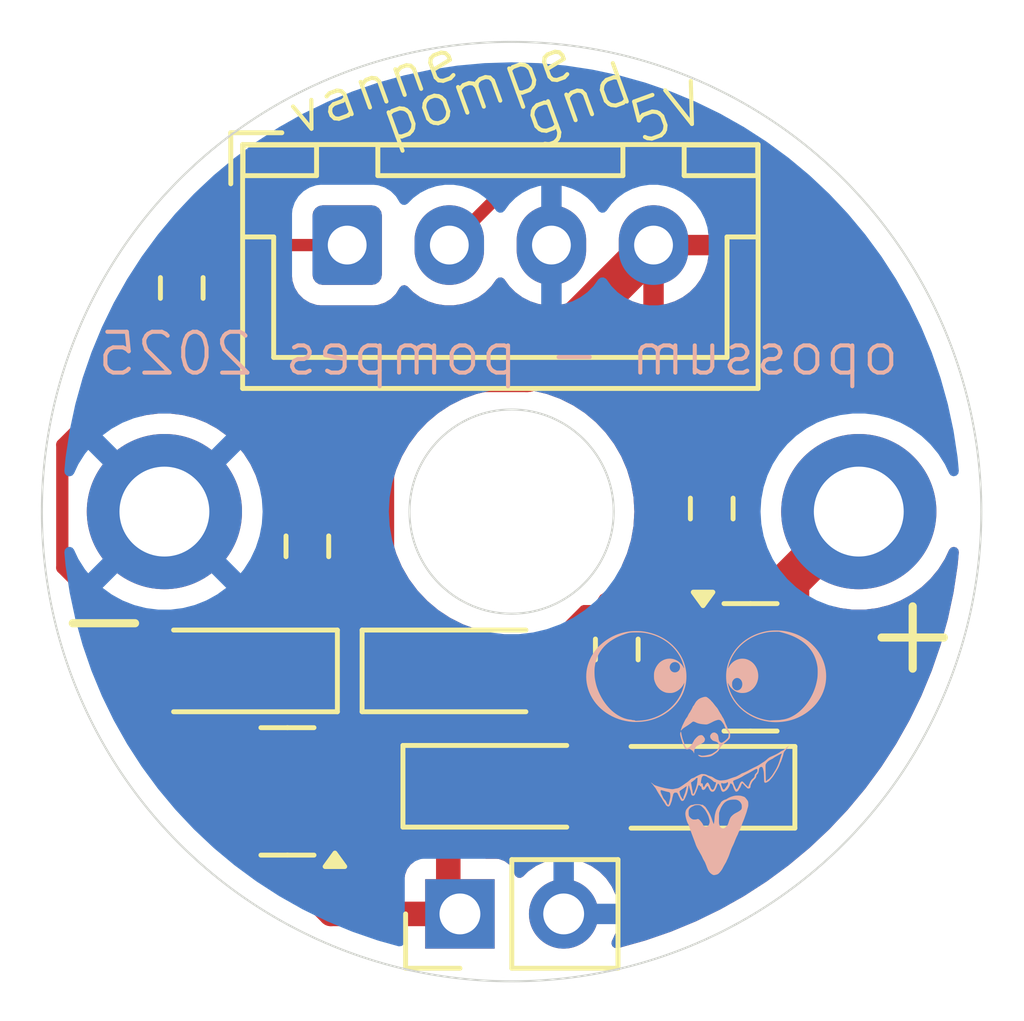
<source format=kicad_pcb>
(kicad_pcb (version 20240108) (generator "pcbnew") (generator_version "8.0")
  (layers (0 "F.Cu" signal) (31 "B.Cu" signal) (34 "B.Paste" user) (35 "F.Paste" user) (36 "B.SilkS" user "B.Silkscreen") (37 "F.SilkS" user "F.Silkscreen") (38 "B.Mask" user) (39 "F.Mask" user) (44 "Edge.Cuts" user))
  (net 0 "")
  (net 1 "Net-(D1-K)")
  (net 2 "GND")
  (net 3 "Net-(D2-K)")
  (net 4 "+5V")
  (net 5 "Net-(D3-A)")
  (net 6 "Net-(D4-A)")
  (net 7 "/pump_en")
  (net 8 "/valve_en")
  (footprint "Diode_SMD:D_SOD-123" (layer "F.Cu") (at 118.375 78.9 180)
    (property "Reference" "D4" (hide yes))
    (property "Value" "BZT52C10" (hide yes))
  )
  (footprint "Resistor_SMD:R_0603_1608Metric_Pad0.98x0.95mm_HandSolder" (layer "F.Cu") (at 116.925 69.525 -90)
    (property "Reference" "R1" (hide yes))
    (property "Value" "100R" (hide yes))
  )
  (footprint "MountingHole:MountingHole_2.2mm_M2_DIN965_Pad" (layer "F.Cu") (at 133.5 75)
    (property "Reference" "H3" (hide yes))
    (property "Value" "MountingHole_Pad" (hide yes))
  )
  (footprint "Package_TO_SOT_SMD:SOT-23" (layer "F.Cu") (at 130.85 78.8125)
    (property "Reference" "Q1" (hide yes))
    (property "Value" "AO3401A" (hide yes))
  )
  (footprint "MountingHole:MountingHole_2.2mm_M2_DIN965_Pad" (layer "F.Cu") (at 116.5 75)
    (property "Reference" "H4" (hide yes))
    (property "Value" "MountingHole_Pad" (hide yes))
  )
  (footprint "Diode_SMD:D_SOD-123" (layer "F.Cu") (at 123.7 78.9)
    (property "Reference" "D3" (hide yes))
    (property "Value" "BZT52C10" (hide yes))
  )
  (footprint "Connector_PinHeader_2.54mm:PinHeader_1x02_P2.54mm_Vertical" (layer "F.Cu") (at 123.735 84.85 90)
    (property "Reference" "J2" (hide yes))
    (property "Value" "Conn_01x02_Socket" (hide yes))
  )
  (footprint "Resistor_SMD:R_0603_1608Metric_Pad0.98x0.95mm_HandSolder" (layer "F.Cu") (at 120 75.85 90)
    (property "Reference" "R4" (hide yes))
    (property "Value" "20k" (hide yes))
  )
  (footprint "Resistor_SMD:R_0603_1608Metric_Pad0.98x0.95mm_HandSolder" (layer "F.Cu") (at 127.575 78.375 90)
    (property "Reference" "R3" (hide yes))
    (property "Value" "20k" (hide yes))
  )
  (footprint "Connector_JST:JST_XH_B4B-XH-A_1x04_P2.50mm_Vertical" (layer "F.Cu") (at 120.975 68.475)
    (property "Reference" "J1" (hide yes))
    (property "Value" "Conn_01x04_Pin" (hide yes))
  )
  (footprint "Diode_SMD:D_SOD-123" (layer "F.Cu") (at 124.7 81.725)
    (property "Reference" "D2" (hide yes))
    (property "Value" "D")
  )
  (footprint "Resistor_SMD:R_0603_1608Metric_Pad0.98x0.95mm_HandSolder" (layer "F.Cu") (at 129.9 74.925 -90)
    (property "Reference" "R2" (hide yes))
    (property "Value" "100R" (hide yes))
  )
  (footprint "Diode_SMD:D_SOD-123" (layer "F.Cu") (at 129.575 81.75 180)
    (property "Reference" "D1" (hide yes))
    (property "Value" "D" (hide yes))
  )
  (footprint "Package_TO_SOT_SMD:SOT-23" (layer "F.Cu") (at 119.5125 81.85 180)
    (property "Reference" "Q2" (hide yes))
    (property "Value" "AO3401A" (hide yes))
  )
  (gr_poly (pts (xy 131.528182 77.91008) (xy 131.577982 77.912757) (xy 131.6273 77.917217) (xy 131.676109 77.923452) (xy 131.724383 77.931454) (xy 131.772094 77.941214) (xy 131.819217 77.952725) (xy 131.865724 77.965978) (xy 131.911588 77.980965) (xy 131.956784 77.997679) (xy 132.001283 78.01611) (xy 132.045061 78.03625) (xy 132.088089 78.058092) (xy 132.130341 78.081628) (xy 132.171791 78.106848) (xy 132.212411 78.133746) (xy 132.234056 78.148909) (xy 132.253797 78.163274) (xy 132.272244 78.177342) (xy 132.290005 78.191618) (xy 132.30769 78.206603) (xy 132.325907 78.2228) (xy 132.345266 78.240712) (xy 132.366375 78.260842) (xy 132.423674 78.3202) (xy 132.475795 78.382575) (xy 132.522677 78.447692) (xy 132.564257 78.515277) (xy 132.600475 78.585053) (xy 132.631267 78.656747) (xy 132.656573 78.730083) (xy 132.676329 78.804787) (xy 132.690475 78.880583) (xy 132.698948 78.957197) (xy 132.701686 79.034354) (xy 132.698628 79.111779) (xy 132.689711 79.189197) (xy 132.674874 79.266332) (xy 132.654054 79.342911) (xy 132.62719 79.418658) (xy 132.599671 79.481686) (xy 132.56805 79.542824) (xy 132.532504 79.601923) (xy 132.493207 79.658838) (xy 132.450337 79.713419) (xy 132.404069 79.76552) (xy 132.354581 79.814992) (xy 132.302047 79.861688) (xy 132.246645 79.905459) (xy 132.188551 79.946159) (xy 132.12794 79.98364) (xy 132.064989 80.017754) (xy 131.999875 80.048353) (xy 131.932772 80.07529) (xy 131.863859 80.098416) (xy 131.793311 80.117584) (xy 131.744144 80.128344) (xy 131.693582 80.137363) (xy 131.642052 80.144606) (xy 131.58998 80.150035) (xy 131.537792 80.153614) (xy 131.485914 80.155306) (xy 131.434773 80.155075) (xy 131.384794 80.152882) (xy 131.288272 80.142977) (xy 131.193788 80.126047) (xy 131.101707 80.102374) (xy 131.012391 80.072238) (xy 130.926207 80.035919) (xy 130.843516 79.993697) (xy 130.764685 79.945855) (xy 130.690076 79.892671) (xy 130.620055 79.834427) (xy 130.554984 79.771403) (xy 130.495229 79.70388) (xy 130.441154 79.632137) (xy 130.393122 79.556457) (xy 130.351498 79.477119) (xy 130.316645 79.394403) (xy 130.301872 79.351867) (xy 130.288929 79.308591) (xy 130.275055 79.252257) (xy 130.264409 79.195953) (xy 130.264241 79.194689) (xy 130.294711 79.194689) (xy 130.294834 79.197387) (xy 130.295194 79.200869) (xy 130.296579 79.209972) (xy 130.29877 79.221562) (xy 130.301669 79.235204) (xy 130.305181 79.250461) (xy 130.309208 79.266899) (xy 130.313654 79.284081) (xy 130.318422 79.301572) (xy 130.325864 79.326906) (xy 130.333951 79.352023) (xy 130.342682 79.376921) (xy 130.352054 79.401595) (xy 130.362066 79.426042) (xy 130.372716 79.45026) (xy 130.384002 79.474243) (xy 130.395923 79.49799) (xy 130.408477 79.521495) (xy 130.421661 79.544757) (xy 130.435474 79.567771) (xy 130.449915 79.590534) (xy 130.464981 79.613043) (xy 130.480671 79.635294) (xy 130.496983 79.657283) (xy 130.513915 79.679008) (xy 130.548573 79.720163) (xy 130.585493 79.759713) (xy 130.624554 79.797591) (xy 130.665636 79.833727) (xy 130.70862 79.868056) (xy 130.753386 79.900508) (xy 130.799812 79.931017) (xy 130.84778 79.959515) (xy 130.89717 79.985933) (xy 130.94786 80.010204) (xy 130.999732 80.032262) (xy 131.052665 80.052036) (xy 131.10654 80.069461) (xy 131.161236 80.084469) (xy 131.216632 80.096991) (xy 131.27261 80.10696) (xy 131.282735 80.108424) (xy 131.292849 80.109704) (xy 131.302683 80.110779) (xy 131.311967 80.111626) (xy 131.320433 80.112224) (xy 131.327811 80.112551) (xy 131.333832 80.112585) (xy 131.338227 80.112303) (xy 131.343839 80.111803) (xy 131.353349 80.111209) (xy 131.382006 80.109828) (xy 131.420088 80.108337) (xy 131.463484 80.106914) (xy 131.505879 80.105454) (xy 131.541234 80.103865) (xy 131.565855 80.102339) (xy 131.572986 80.101659) (xy 131.576048 80.101067) (xy 131.576687 80.100775) (xy 131.577713 80.100444) (xy 131.579105 80.100076) (xy 131.580838 80.099676) (xy 131.585243 80.098794) (xy 131.590745 80.097828) (xy 131.597166 80.096808) (xy 131.604323 80.095763) (xy 131.612036 80.094725) (xy 131.620125 80.093723) (xy 131.650941 80.089321) (xy 131.681669 80.083436) (xy 131.712291 80.076079) (xy 131.742791 80.067256) (xy 131.773152 80.056978) (xy 131.803358 80.045252) (xy 131.833391 80.032086) (xy 131.863235 80.017491) (xy 131.892874 80.001474) (xy 131.92229 79.984043) (xy 131.951466 79.965209) (xy 131.980387 79.944978) (xy 132.009035 79.92336) (xy 132.037393 79.900363) (xy 132.065445 79.875996) (xy 132.093175 79.850268) (xy 132.131532 79.811843) (xy 132.168268 79.771649) (xy 132.203336 79.729781) (xy 132.236689 79.686331) (xy 132.268278 79.641394) (xy 132.298056 79.595064) (xy 132.325975 79.547435) (xy 132.351989 79.498599) (xy 132.376049 79.448651) (xy 132.398107 79.397685) (xy 132.418118 79.345795) (xy 132.436032 79.293074) (xy 132.451802 79.239616) (xy 132.465381 79.185514) (xy 132.476721 79.130864) (xy 132.485775 79.075758) (xy 132.488844 79.047945) (xy 132.49116 79.014102) (xy 132.492703 78.976343) (xy 132.493456 78.936778) (xy 132.493399 78.897519) (xy 132.492514 78.86068) (xy 132.490782 78.828373) (xy 132.488185 78.802708) (xy 132.478606 78.745617) (xy 132.466135 78.690241) (xy 132.450781 78.636591) (xy 132.432552 78.584679) (xy 132.411456 78.534518) (xy 132.387501 78.486118) (xy 132.360697 78.439492) (xy 132.331051 78.394651) (xy 132.298571 78.351608) (xy 132.263267 78.310375) (xy 132.225146 78.270962) (xy 132.184217 78.233382) (xy 132.140488 78.197647) (xy 132.093967 78.163769) (xy 132.044664 78.131759) (xy 131.992586 78.10163) (xy 131.952639 78.080645) (xy 131.912187 78.061077) (xy 131.870759 78.042746) (xy 131.827882 78.02547) (xy 131.783084 78.009069) (xy 131.735893 77.99336) (xy 131.685837 77.978162) (xy 131.632444 77.963295) (xy 131.549894 77.941225) (xy 131.452527 77.941702) (xy 131.412807 77.942289) (xy 131.375991 77.943707) (xy 131.341237 77.946058) (xy 131.307701 77.94944) (xy 131.274542 77.953954) (xy 131.240916 77.959699) (xy 131.205981 77.966776) (xy 131.168894 77.975283) (xy 131.0996 77.994097) (xy 131.031986 78.016701) (xy 130.966218 78.042959) (xy 130.902458 78.072733) (xy 130.840871 78.105887) (xy 130.781622 78.142284) (xy 130.724874 78.181787) (xy 130.670791 78.224261) (xy 130.619538 78.269567) (xy 130.571278 78.317569) (xy 130.526176 78.36813) (xy 130.484396 78.421114) (xy 130.446101 78.476384) (xy 130.411457 78.533803) (xy 130.380627 78.593235) (xy 130.353775 78.654541) (xy 130.346611 78.673509) (xy 130.338813 78.695864) (xy 130.33079 78.720267) (xy 130.322951 78.745373) (xy 130.315703 78.769841) (xy 130.309456 78.792328) (xy 130.304617 78.811493) (xy 130.301596 78.825992) (xy 130.30077 78.831172) (xy 130.300518 78.833137) (xy 130.300395 78.834665) (xy 130.300386 78.83526) (xy 130.300416 78.83574) (xy 130.300486 78.836103) (xy 130.300598 78.836347) (xy 130.300755 78.836471) (xy 130.300957 78.836471) (xy 130.301208 78.836347) (xy 130.301508 78.836096) (xy 130.301861 78.835716) (xy 130.302268 78.835206) (xy 130.303252 78.833788) (xy 130.304476 78.831824) (xy 130.305957 78.829299) (xy 130.30771 78.826199) (xy 130.309751 78.822508) (xy 130.314761 78.813291) (xy 130.323594 78.797396) (xy 130.327871 78.790065) (xy 130.332102 78.783081) (xy 130.336321 78.776399) (xy 130.340563 78.769972) (xy 130.344863 78.763752) (xy 130.349256 78.757694) (xy 130.353776 78.75175) (xy 130.358457 78.745873) (xy 130.363336 78.740018) (xy 130.368446 78.734136) (xy 130.373822 78.728181) (xy 130.379499 78.722107) (xy 130.391895 78.709412) (xy 130.40625 78.695778) (xy 130.421166 78.682994) (xy 130.436609 78.671073) (xy 130.452543 78.660028) (xy 130.468933 78.649874) (xy 130.485746 78.640624) (xy 130.502945 78.632292) (xy 130.520495 78.624892) (xy 130.538362 78.618437) (xy 130.556511 78.61294) (xy 130.574907 78.608416) (xy 130.593514 78.604879) (xy 130.612298 78.602341) (xy 130.631224 78.600817) (xy 130.650256 78.60032) (xy 130.669361 78.600864) (xy 130.688035 78.602231) (xy 130.696876 78.603141) (xy 130.705442 78.604217) (xy 130.713775 78.605467) (xy 130.721917 78.606903) (xy 130.72991 78.608535) (xy 130.737795 78.610374) (xy 130.745615 78.61243) (xy 130.753412 78.614713) (xy 130.761227 78.617234) (xy 130.769103 78.620003) (xy 130.777081 78.623031) (xy 130.785203 78.626327) (xy 130.802048 78.633768) (xy 130.823994 78.64478) (xy 130.844958 78.656992) (xy 130.864928 78.670347) (xy 130.883889 78.684785) (xy 130.901829 78.700247) (xy 130.918733 78.716674) (xy 130.934589 78.734006) (xy 130.949383 78.752185) (xy 130.963101 78.771151) (xy 130.97573 78.790846) (xy 130.987257 78.81121) (xy 130.997668 78.832185) (xy 131.00695 78.853711) (xy 131.01509 78.875728) (xy 131.022073 78.898179) (xy 131.027887 78.921003) (xy 131.032518 78.944143) (xy 131.035953 78.967538) (xy 131.038178 78.991129) (xy 131.03918 79.014858) (xy 131.038945 79.038666) (xy 131.037461 79.062493) (xy 131.034712 79.08628) (xy 131.030687 79.109968) (xy 131.025372 79.133498) (xy 131.018752 79.156811) (xy 131.010816 79.179848) (xy 131.001549 79.20255) (xy 130.990938 79.224858) (xy 130.978969 79.246712) (xy 130.96563 79.268053) (xy 130.950906 79.288823) (xy 130.940948 79.301539) (xy 130.930627 79.313743) (xy 130.919944 79.325431) (xy 130.908902 79.336603) (xy 130.897503 79.347256) (xy 130.88575 79.357389) (xy 130.873646 79.367001) (xy 130.861192 79.376089) (xy 130.848392 79.384652) (xy 130.835247 79.392687) (xy 130.821761 79.400195) (xy 130.807935 79.407172) (xy 130.793772 79.413617) (xy 130.779275 79.419528) (xy 130.764445 79.424904) (xy 130.749286 79.429743) (xy 130.740968 79.431988) (xy 130.731904 79.434002) (xy 130.722195 79.435781) (xy 130.711939 79.437321) (xy 130.701235 79.43862) (xy 130.690182 79.439672) (xy 130.67888 79.440475) (xy 130.667428 79.441024) (xy 130.655925 79.441317) (xy 130.64447 79.44135) (xy 130.633162 79.441118) (xy 130.6221 79.440619) (xy 130.611383 79.439848) (xy 130.601112 79.438803) (xy 130.591384 79.437479) (xy 130.582299 79.435872) (xy 130.568896 79.432947) (xy 130.555766 79.429592) (xy 130.542897 79.425801) (xy 130.530278 79.421567) (xy 130.517897 79.416886) (xy 130.505741 79.411749) (xy 130.493801 79.406152) (xy 130.482063 79.400087) (xy 130.470517 79.393549) (xy 130.459151 79.38653) (xy 130.447953 79.379026) (xy 130.436912 79.371029) (xy 130.426016 79.362533) (xy 130.415254 79.353533) (xy 130.404613 79.344021) (xy 130.394083 79.333991) (xy 130.379343 79.319236) (xy 130.372804 79.312433) (xy 130.366744 79.305915) (xy 130.361109 79.299607) (xy 130.355844 79.293435) (xy 130.350893 79.287325) (xy 130.346201 79.281203) (xy 130.341714 79.274996) (xy 130.337377 79.268628) (xy 130.333133 79.262027) (xy 130.328928 79.255117) (xy 130.324707 79.247826) (xy 130.320415 79.240078) (xy 130.311925 79.223925) (xy 130.398427 79.223925) (xy 130.398499 79.237942) (xy 130.398774 79.249369) (xy 130.399013 79.254282) (xy 130.399335 79.258751) (xy 130.39975 79.262843) (xy 130.400269 79.266628) (xy 130.400903 79.270173) (xy 130.401661 79.273546) (xy 130.402556 79.276814) (xy 130.403596 79.280046) (xy 130.404794 79.28331) (xy 130.40616 79.286673) (xy 130.409438 79.293968) (xy 130.41277 79.300755) (xy 130.416265 79.307264) (xy 130.419919 79.313492) (xy 130.423727 79.319437) (xy 130.427684 79.325098) (xy 130.431785 79.330473) (xy 130.436026 79.335558) (xy 130.440401 79.340353) (xy 130.444907 79.344855) (xy 130.449537 79.349063) (xy 130.454287 79.352973) (xy 130.459153 79.356585) (xy 130.464129 79.359896) (xy 130.469211 79.362905) (xy 130.474394 79.365608) (xy 130.479673 79.368004) (xy 130.485044 79.370092) (xy 130.490501 79.371868) (xy 130.49604 79.373332) (xy 130.501656 79.374481) (xy 130.507344 79.375312) (xy 130.513099 79.375825) (xy 130.518916 79.376016) (xy 130.524792 79.375885) (xy 130.53072 79.375428) (xy 130.536696 79.374644) (xy 130.542715 79.373531) (xy 130.548773 79.372086) (xy 130.554865 79.370309) (xy 130.560985 79.368196) (xy 130.56713 79.365746) (xy 130.573293 79.362957) (xy 130.573294 79.362957) (xy 130.580836 79.358969) (xy 130.588001 79.354441) (xy 130.594783 79.349401) (xy 130.601178 79.343879) (xy 130.607183 79.337904) (xy 130.612794 79.331507) (xy 130.618006 79.324716) (xy 130.622816 79.317562) (xy 130.627219 79.310073) (xy 130.631212 79.302279) (xy 130.634791 79.294209) (xy 130.637951 79.285894) (xy 130.640688 79.277362) (xy 130.642999 79.268643) (xy 130.64488 79.259766) (xy 130.646326 79.250762) (xy 130.647334 79.241659) (xy 130.6479 79.232487) (xy 130.648019 79.223275) (xy 130.647687 79.214054) (xy 130.646902 79.204851) (xy 130.645658 79.195698) (xy 130.643951 79.186623) (xy 130.641778 79.177656) (xy 130.639135 79.168827) (xy 130.636017 79.160164) (xy 130.632421 79.151698) (xy 130.628342 79.143458) (xy 130.623777 79.135473) (xy 130.618722 79.127773) (xy 130.613173 79.120387) (xy 130.607125 79.113345) (xy 130.601265 79.107319) (xy 130.595226 79.101795) (xy 130.589024 79.09677) (xy 130.582673 79.092241) (xy 130.576191 79.088205) (xy 130.569593 79.084658) (xy 130.562895 79.081597) (xy 130.556114 79.079019) (xy 130.549264 79.076921) (xy 130.542362 79.075299) (xy 130.535424 79.07415) (xy 130.528465 79.073471) (xy 130.521503 79.073258) (xy 130.514552 79.073509) (xy 130.507628 79.07422) (xy 130.500748 79.075388) (xy 130.493928 79.07701) (xy 130.487182 79.079082) (xy 130.480529 79.081601) (xy 130.473982 79.084564) (xy 130.467558 79.087968) (xy 130.461274 79.091809) (xy 130.455144 79.096085) (xy 130.449186 79.100791) (xy 130.443414 79.105925) (xy 130.437845 79.111483) (xy 130.432495 79.117463) (xy 130.427379 79.123861) (xy 130.422514 79.130673) (xy 130.417916 79.137897) (xy 130.4136 79.145529) (xy 130.409583 79.153566) (xy 130.40782 79.157392) (xy 130.406251 79.160972) (xy 130.404865 79.164373) (xy 130.403649 79.167666) (xy 130.402594 79.170921) (xy 130.401688 79.174205) (xy 130.40092 79.177588) (xy 130.40028 79.18114) (xy 130.399756 79.18493) (xy 130.399338 79.189026) (xy 130.399014 79.193499) (xy 130.398773 79.198417) (xy 130.398605 79.203849) (xy 130.398499 79.209865) (xy 130.398427 79.223925) (xy 130.311925 79.223925) (xy 130.311396 79.222918) (xy 130.308044 79.216454) (xy 130.304917 79.210597) (xy 130.302084 79.205463) (xy 130.299612 79.201168) (xy 130.29757 79.197827) (xy 130.296027 79.195556) (xy 130.295464 79.194858) (xy 130.295051 79.194472) (xy 130.294904 79.194399) (xy 130.294797 79.19441) (xy 130.294733 79.194506) (xy 130.294711 79.194689) (xy 130.264241 79.194689) (xy 130.256936 79.139764) (xy 130.252582 79.083776) (xy 130.251291 79.028073) (xy 130.253007 78.972742) (xy 130.257677 78.917866) (xy 130.265244 78.863532) (xy 130.275653 78.809824) (xy 130.28885 78.756828) (xy 130.304778 78.704628) (xy 130.323384 78.65331) (xy 130.344612 78.60296) (xy 130.368406 78.553662) (xy 130.394712 78.505501) (xy 130.423475 78.458563) (xy 130.454638 78.412933) (xy 130.488148 78.368695) (xy 130.523949 78.325936) (xy 130.561986 78.284741) (xy 130.602203 78.245194) (xy 130.644546 78.20738) (xy 130.68896 78.171386) (xy 130.735389 78.137295) (xy 130.783778 78.105194) (xy 130.834072 78.075167) (xy 130.886216 78.0473) (xy 130.940155 78.021678) (xy 130.995833 77.998385) (xy 131.053196 77.977508) (xy 131.112188 77.959131) (xy 131.172754 77.94334) (xy 131.211014 77.934822) (xy 131.248093 77.927646) (xy 131.284566 77.92175) (xy 131.321006 77.917067) (xy 131.357987 77.913534) (xy 131.396085 77.911087) (xy 131.435874 77.909662) (xy 131.477927 77.909194)) (stroke (width -0.000001)) (fill solid) (layer "B.SilkS"))
  (gr_poly (pts (xy 129.750839 79.534968) (xy 129.756914 79.535545) (xy 129.762653 79.5365) (xy 129.768067 79.537832) (xy 129.773167 79.539541) (xy 129.777967 79.541627) (xy 129.782476 79.544088) (xy 129.788779 79.548055) (xy 129.795488 79.552548) (xy 129.802519 79.557495) (xy 129.809787 79.562823) (xy 129.824691 79.574335) (xy 129.839518 79.586507) (xy 129.853584 79.598762) (xy 129.866208 79.610524) (xy 129.871766 79.61604) (xy 129.876708 79.621215) (xy 129.880947 79.625979) (xy 129.8844 79.630259) (xy 129.887945 79.634847) (xy 129.891475 79.639213) (xy 129.894895 79.643254) (xy 129.898113 79.646869) (xy 129.901035 79.649956) (xy 129.903569 79.652415) (xy 129.904661 79.653376) (xy 129.905621 79.654142) (xy 129.906437 79.6547) (xy 129.907098 79.655037) (xy 129.907442 79.655221) (xy 129.907892 79.655549) (xy 129.909097 79.656621) (xy 129.910689 79.658223) (xy 129.912644 79.660325) (xy 129.917541 79.665909) (xy 129.92359 79.673131) (xy 129.930594 79.681753) (xy 129.938354 79.691533) (xy 129.946672 79.702232) (xy 129.955351 79.713608) (xy 129.964368 79.725416) (xy 129.973655 79.73735) (xy 129.991977 79.760291) (xy 130.00048 79.770643) (xy 130.00819 79.779815) (xy 130.014841 79.787478) (xy 130.020167 79.793307) (xy 130.022657 79.796007) (xy 130.025247 79.798982) (xy 130.027922 79.80221) (xy 130.030666 79.805668) (xy 130.0363 79.81318) (xy 130.042026 79.82134) (xy 130.04772 79.829963) (xy 130.053258 79.83887) (xy 130.058518 79.847878) (xy 130.061005 79.852364) (xy 130.063375 79.856807) (xy 130.067801 79.865153) (xy 130.07232 79.873456) (xy 130.076807 79.881497) (xy 130.081134 79.889058) (xy 130.085174 79.895919) (xy 130.0888 79.901863) (xy 130.091886 79.90667) (xy 130.094305 79.910123) (xy 130.096294 79.912851) (xy 130.098151 79.915583) (xy 130.099833 79.918247) (xy 130.1013 79.920768) (xy 130.10194 79.921953) (xy 130.102512 79.923074) (xy 130.103009 79.924123) (xy 130.103428 79.925091) (xy 130.103762 79.925969) (xy 130.104007 79.926747) (xy 130.104158 79.927416) (xy 130.104209 79.927967) (xy 130.104225 79.928229) (xy 130.104272 79.928523) (xy 130.104458 79.929204) (xy 130.104758 79.930002) (xy 130.105169 79.930907) (xy 130.105683 79.931909) (xy 130.106293 79.932999) (xy 130.106995 79.934166) (xy 130.107781 79.935403) (xy 130.108646 79.936699) (xy 130.109583 79.938044) (xy 130.110586 79.939429) (xy 130.111648 79.940844) (xy 130.112764 79.94228) (xy 130.113927 79.943727) (xy 130.115131 79.945176) (xy 130.11637 79.946618) (xy 130.117709 79.948234) (xy 130.119206 79.950196) (xy 130.120847 79.952478) (xy 130.122614 79.955053) (xy 130.126463 79.960973) (xy 130.130625 79.967741) (xy 130.134971 79.975143) (xy 130.139371 79.982964) (xy 130.143698 79.990988) (xy 130.147821 79.999001) (xy 130.151927 80.007005) (xy 130.156203 80.015001) (xy 130.160524 80.022778) (xy 130.164764 80.030121) (xy 130.168799 80.036819) (xy 130.172502 80.042658) (xy 130.175748 80.047426) (xy 130.178412 80.050909) (xy 130.180349 80.053383) (xy 130.182376 80.056327) (xy 130.18452 80.059798) (xy 130.186803 80.06385) (xy 130.18925 80.068541) (xy 130.191886 80.073925) (xy 130.194735 80.08006) (xy 130.197821 80.087) (xy 130.20117 80.094801) (xy 130.204804 80.10352) (xy 130.213029 80.123933) (xy 130.222691 80.148686) (xy 130.233986 80.178226) (xy 130.238457 80.189648) (xy 130.243 80.200639) (xy 130.245132 80.205582) (xy 130.247082 80.209948) (xy 130.248785 80.213582) (xy 130.250173 80.216326) (xy 130.254361 80.224489) (xy 130.259291 80.234687) (xy 130.264563 80.246016) (xy 130.269774 80.257574) (xy 130.274526 80.268457) (xy 130.278416 80.277763) (xy 130.281044 80.28459) (xy 130.28176 80.28679) (xy 130.282009 80.288033) (xy 130.282309 80.290392) (xy 130.283167 80.293562) (xy 130.284517 80.29742) (xy 130.286297 80.301846) (xy 130.288442 80.306721) (xy 130.290888 80.311923) (xy 130.296429 80.322828) (xy 130.302407 80.333599) (xy 130.305399 80.338632) (xy 130.308309 80.343271) (xy 130.311073 80.347394) (xy 130.313625 80.350881) (xy 130.315903 80.353611) (xy 130.317842 80.355465) (xy 130.318935 80.35635) (xy 130.319998 80.35726) (xy 130.321025 80.358188) (xy 130.32201 80.359126) (xy 130.322948 80.360069) (xy 130.323833 80.361009) (xy 130.32466 80.361939) (xy 130.325423 80.362854) (xy 130.326117 80.363744) (xy 130.326737 80.364605) (xy 130.327276 80.36543) (xy 130.327729 80.36621) (xy 130.328092 80.36694) (xy 130.328357 80.367613) (xy 130.328521 80.368222) (xy 130.328562 80.3685) (xy 130.328576 80.36876) (xy 130.328619 80.369338) (xy 130.328745 80.370066) (xy 130.32895 80.370931) (xy 130.32923 80.371924) (xy 130.32958 80.373034) (xy 130.329996 80.37425) (xy 130.330474 80.37556) (xy 130.331009 80.376955) (xy 130.332236 80.379953) (xy 130.333643 80.383159) (xy 130.335195 80.386485) (xy 130.336859 80.389845) (xy 130.339055 80.394629) (xy 130.341085 80.400014) (xy 130.342944 80.405948) (xy 130.344626 80.412378) (xy 130.346126 80.419249) (xy 130.347438 80.426508) (xy 130.348556 80.434102) (xy 130.349476 80.441977) (xy 130.350191 80.45008) (xy 130.350697 80.458356) (xy 130.350987 80.466753) (xy 130.351056 80.475217) (xy 130.3509 80.483694) (xy 130.350511 80.492131) (xy 130.349886 80.500475) (xy 130.349018 80.508671) (xy 130.347652 80.519104) (xy 130.346974 80.523618) (xy 130.346282 80.527718) (xy 130.34556 80.531445) (xy 130.344796 80.534839) (xy 130.343975 80.537942) (xy 130.343084 80.540794) (xy 130.342109 80.543437) (xy 130.341035 80.54591) (xy 130.339849 80.548255) (xy 130.338538 80.550513) (xy 130.337086 80.552724) (xy 130.335481 80.55493) (xy 130.333709 80.557171) (xy 130.331755 80.559488) (xy 130.320295 80.572545) (xy 130.309666 80.584218) (xy 130.299477 80.594883) (xy 130.28934 80.604912) (xy 130.278866 80.61468) (xy 130.267664 80.624561) (xy 130.255346 80.634928) (xy 130.241522 80.646156) (xy 130.210458 80.671346) (xy 130.184942 80.692837) (xy 130.173998 80.702476) (xy 130.16412 80.711529) (xy 130.155202 80.720106) (xy 130.147136 80.728321) (xy 130.139815 80.736286) (xy 130.133133 80.744114) (xy 130.126983 80.751916) (xy 130.121257 80.759806) (xy 130.115849 80.767896) (xy 130.110652 80.776298) (xy 130.105558 80.785126) (xy 130.100462 80.79449) (xy 130.091684 80.810456) (xy 130.082565 80.826031) (xy 130.07347 80.840679) (xy 130.064765 80.853865) (xy 130.056816 80.865053) (xy 130.05324 80.86973) (xy 130.04999 80.873707) (xy 130.047112 80.876917) (xy 130.044652 80.879292) (xy 130.042655 80.880767) (xy 130.041845 80.881145) (xy 130.041167 80.881273) (xy 130.040969 80.881293) (xy 130.040736 80.88135) (xy 130.04047 80.881444) (xy 130.040171 80.881575) (xy 130.039481 80.88194) (xy 130.038675 80.882439) (xy 130.037763 80.883063) (xy 130.036753 80.883805) (xy 130.035655 80.884657) (xy 130.034478 80.885612) (xy 130.033231 80.886663) (xy 130.031923 80.887801) (xy 130.030564 80.889019) (xy 130.029162 80.890309) (xy 130.027727 80.891665) (xy 130.026268 80.893077) (xy 130.024793 80.89454) (xy 130.023313 80.896045) (xy 130.020352 80.899013) (xy 130.01744 80.901784) (xy 130.014652 80.904297) (xy 130.012061 80.90649) (xy 130.010863 80.907449) (xy 130.009742 80.908305) (xy 130.008708 80.90905) (xy 130.00777 80.909678) (xy 130.006937 80.910181) (xy 130.006218 80.910551) (xy 130.005624 80.91078) (xy 130.005163 80.910861) (xy 130.004944 80.910883) (xy 130.004681 80.910944) (xy 130.004026 80.911177) (xy 130.00321 80.911553) (xy 130.002244 80.912063) (xy 130.001138 80.912701) (xy 129.999905 80.913459) (xy 129.998556 80.914328) (xy 129.997102 80.915301) (xy 129.995555 80.916371) (xy 129.993925 80.917529) (xy 129.990465 80.920081) (xy 129.986811 80.922895) (xy 129.984941 80.924381) (xy 129.983056 80.92591) (xy 129.973955 80.933019) (xy 129.963317 80.940756) (xy 129.95167 80.94878) (xy 129.939542 80.956753) (xy 129.927461 80.964336) (xy 129.915954 80.971188) (xy 129.90555 80.976971) (xy 129.900926 80.979355) (xy 129.896777 80.981345) (xy 129.889635 80.984431) (xy 129.882117 80.987329) (xy 129.874204 80.990041) (xy 129.865879 80.992571) (xy 129.857125 80.994922) (xy 129.847923 80.997096) (xy 129.838257 80.999096) (xy 129.828108 81.000926) (xy 129.817459 81.002588) (xy 129.806293 81.004086) (xy 129.794592 81.005422) (xy 129.782338 81.006599) (xy 129.769514 81.007621) (xy 129.756102 81.008489) (xy 129.727444 81.00978) (xy 129.702735 81.010561) (xy 129.683384 81.011008) (xy 129.668366 81.011053) (xy 129.656656 81.010631) (xy 129.651721 81.010223) (xy 129.647229 81.009674) (xy 129.643052 81.008974) (xy 129.639061 81.008115) (xy 129.631127 81.005888) (xy 129.622402 81.002925) (xy 129.622402 81.002926) (xy 129.622402 81.002927) (xy 129.622403 81.002927) (xy 129.619178 81.001741) (xy 129.616005 81.000485) (xy 129.612889 80.999163) (xy 129.609831 80.997776) (xy 129.606836 80.996326) (xy 129.603907 80.994816) (xy 129.601047 80.993247) (xy 129.598261 80.991622) (xy 129.59555 80.989942) (xy 129.59292 80.988211) (xy 129.590373 80.986429) (xy 129.587913 80.984598) (xy 129.585544 80.982722) (xy 129.583268 80.980802) (xy 129.581089 80.978841) (xy 129.579011 80.976839) (xy 129.575859 80.973638) (xy 129.573035 80.970649) (xy 129.570543 80.967882) (xy 129.568385 80.965342) (xy 129.566564 80.963038) (xy 129.565085 80.960977) (xy 129.56395 80.959166) (xy 129.563162 80.957613) (xy 129.562899 80.956936) (xy 129.562725 80.956326) (xy 129.562639 80.955784) (xy 129.562641 80.955311) (xy 129.562734 80.954909) (xy 129.562915 80.954577) (xy 129.563187 80.954318) (xy 129.563549 80.954131) (xy 129.564002 80.954018) (xy 129.564547 80.95398) (xy 129.565183 80.954017) (xy 129.565911 80.954131) (xy 129.567645 80.954593) (xy 129.569753 80.955373) (xy 129.570606 80.955693) (xy 129.57163 80.956024) (xy 129.574133 80.956712) (xy 129.577152 80.957415) (xy 129.580581 80.958113) (xy 129.58431 80.958784) (xy 129.58823 80.959409) (xy 129.592233 80.959966) (xy 129.596211 80.960435) (xy 129.598229 80.960677) (xy 129.60034 80.960985) (xy 129.604777 80.961776) (xy 129.609382 80.96277) (xy 129.614018 80.963931) (xy 129.618544 80.96522) (xy 129.622822 80.966602) (xy 129.626713 80.968038) (xy 129.62847 80.968765) (xy 129.630078 80.969492) (xy 129.634454 80.971271) (xy 129.639484 80.972766) (xy 129.645157 80.973979) (xy 129.65146 80.974911) (xy 129.658381 80.975561) (xy 129.665909 80.97593) (xy 129.674031 80.976018) (xy 129.682736 80.975827) (xy 129.69201 80.975355) (xy 129.701843 80.974605) (xy 129.712223 80.973575) (xy 129.723136 80.972268) (xy 129.734572 80.970682) (xy 129.746519 80.968819) (xy 129.758963 80.966679) (xy 129.771894 80.964262) (xy 129.805023 80.957662) (xy 129.832439 80.951732) (xy 129.855168 80.946143) (xy 129.865094 80.943372) (xy 129.874232 80.940561) (xy 129.88271 80.937671) (xy 129.890655 80.934658) (xy 129.898197 80.931481) (xy 129.905461 80.9281) (xy 129.912578 80.924472) (xy 129.919674 80.920556) (xy 129.934316 80.911696) (xy 129.970005 80.888851) (xy 129.983344 80.880064) (xy 129.994278 80.872615) (xy 130.003261 80.866191) (xy 130.010743 80.860477) (xy 130.017176 80.855159) (xy 130.023009 80.849923) (xy 130.02663 80.846292) (xy 130.030481 80.841962) (xy 130.034512 80.837016) (xy 130.038673 80.831533) (xy 130.042918 80.825595) (xy 130.047195 80.819284) (xy 130.051458 80.812679) (xy 130.055656 80.805864) (xy 130.059741 80.798917) (xy 130.063665 80.791922) (xy 130.067378 80.784958) (xy 130.070832 80.778107) (xy 130.073977 80.77145) (xy 130.076765 80.765069) (xy 130.079148 80.759043) (xy 130.081075 80.753455) (xy 130.088276 80.730611) (xy 130.07461 80.703285) (xy 130.06979 80.693842) (xy 130.065203 80.685347) (xy 130.060744 80.677719) (xy 130.056309 80.670879) (xy 130.054067 80.667728) (xy 130.051792 80.664745) (xy 130.04947 80.661918) (xy 130.047088 80.659238) (xy 130.044633 80.656695) (xy 130.042092 80.654279) (xy 130.039451 80.651979) (xy 130.036698 80.649786) (xy 130.033819 80.647689) (xy 130.030802 80.645679) (xy 130.027633 80.643746) (xy 130.024298 80.64188) (xy 130.020786 80.64007) (xy 130.017082 80.638306) (xy 130.009047 80.634879) (xy 130.00009 80.631519) (xy 129.990104 80.628144) (xy 129.978985 80.624676) (xy 129.966627 80.621034) (xy 129.954915 80.617555) (xy 129.949906 80.61596) (xy 129.945373 80.614412) (xy 129.941249 80.612872) (xy 129.937468 80.611304) (xy 129.933963 80.60967) (xy 129.930668 80.607933) (xy 129.927516 80.606056) (xy 129.92444 80.604001) (xy 129.921374 80.601731) (xy 129.91825 80.599208) (xy 129.915003 80.596396) (xy 129.911566 80.593257) (xy 129.903855 80.585847) (xy 129.898729 80.580728) (xy 129.894014 80.575816) (xy 129.889692 80.571081) (xy 129.885746 80.566492) (xy 129.882159 80.562019) (xy 129.878914 80.557634) (xy 129.875994 80.553305) (xy 129.873381 80.549003) (xy 129.871058 80.544698) (xy 129.869008 80.54036) (xy 129.867214 80.535959) (xy 129.865659 80.531465) (xy 129.864325 80.526848) (xy 129.863196 80.522079) (xy 129.862254 80.517127) (xy 129.861482 80.511962) (xy 129.86098 80.507579) (xy 129.860664 80.50343) (xy 129.860549 80.499475) (xy 129.860647 80.495677) (xy 129.860971 80.491997) (xy 129.861535 80.488396) (xy 129.862352 80.484836) (xy 129.863436 80.481278) (xy 129.864798 80.477684) (xy 129.866453 80.474015) (xy 129.868414 80.470232) (xy 129.870693 80.466298) (xy 129.873304 80.462173) (xy 129.876261 80.457819) (xy 129.879576 80.453198) (xy 129.883262 80.44827) (xy 129.886981 80.443519) (xy 129.890627 80.439146) (xy 129.894226 80.435134) (xy 129.897803 80.431469) (xy 129.901385 80.428135) (xy 129.904997 80.425117) (xy 129.908665 80.422398) (xy 129.912414 80.419964) (xy 129.91627 80.417798) (xy 129.920259 80.415886) (xy 129.924406 80.414211) (xy 129.928737 80.412759) (xy 129.933278 80.411514) (xy 129.938054 80.410459) (xy 129.943091 80.409581) (xy 129.948416 80.408862) (xy 129.952222 80.408437) (xy 129.955693 80.408107) (xy 129.958881 80.407884) (xy 129.961836 80.40778) (xy 129.964612 80.407807) (xy 129.96726 80.407976) (xy 129.969833 80.408299) (xy 129.972382 80.408788) (xy 129.97496 80.409454) (xy 129.977618 80.41031) (xy 129.98041 80.411367) (xy 129.983386 80.412637) (xy 129.986599 80.414131) (xy 129.990101 80.415861) (xy 129.99818 80.420078) (xy 130.006426 80.424727) (xy 130.010293 80.427113) (xy 130.013994 80.429551) (xy 130.017534 80.432046) (xy 130.020916 80.434607) (xy 130.024144 80.437241) (xy 130.027222 80.439955) (xy 130.030154 80.442756) (xy 130.032943 80.445651) (xy 130.035594 80.448648) (xy 130.03811 80.451753) (xy 130.040495 80.454975) (xy 130.042753 80.458321) (xy 130.044888 80.461797) (xy 130.046903 80.465411) (xy 130.048804 80.46917) (xy 130.050592 80.473081) (xy 130.052273 80.477152) (xy 130.053849 80.48139) (xy 130.055326 80.485802) (xy 130.056707 80.490396) (xy 130.057995 80.495178) (xy 130.059194 80.500155) (xy 130.061343 80.510728) (xy 130.063183 80.52217) (xy 130.064747 80.534541) (xy 130.066064 80.547898) (xy 130.066773 80.555199) (xy 130.067613 80.562292) (xy 130.068581 80.569167) (xy 130.069672 80.57581) (xy 130.070883 80.582209) (xy 130.072211 80.588353) (xy 130.073652 80.594228) (xy 130.075202 80.599823) (xy 130.076858 80.605125) (xy 130.078616 80.610122) (xy 130.080472 80.614801) (xy 130.082423 80.619151) (xy 130.084466 80.623158) (xy 130.086595 80.626811) (xy 130.088809 80.630097) (xy 130.091104 80.633005) (xy 130.091885 80.633859) (xy 130.09283 80.634799) (xy 130.093925 80.635813) (xy 130.095157 80.636892) (xy 130.096515 80.638028) (xy 130.097984 80.63921) (xy 130.099552 80.640429) (xy 130.101207 80.641676) (xy 130.104725 80.644214) (xy 130.108436 80.646748) (xy 130.110331 80.64799) (xy 130.112237 80.649203) (xy 130.114139 80.650377) (xy 130.116025 80.651503) (xy 130.12206 80.655002) (xy 130.124578 80.656389) (xy 130.126837 80.65754) (xy 130.128892 80.65846) (xy 130.129861 80.658834) (xy 130.130799 80.659153) (xy 130.131715 80.659416) (xy 130.132614 80.659624) (xy 130.133503 80.659778) (xy 130.13439 80.659879) (xy 130.135281 80.659926) (xy 130.136184 80.65992) (xy 130.137105 80.659862) (xy 130.138051 80.659753) (xy 130.13903 80.659593) (xy 130.140047 80.659383) (xy 130.142226 80.658813) (xy 130.144644 80.658049) (xy 130.147357 80.657096) (xy 130.153887 80.654637) (xy 130.155938 80.653822) (xy 130.15802 80.652934) (xy 130.160118 80.651982) (xy 130.162219 80.650975) (xy 130.166369 80.648828) (xy 130.170353 80.646563) (xy 130.172246 80.645407) (xy 130.174053 80.644249) (xy 130.175761 80.643095) (xy 130.177355 80.641955) (xy 130.17882 80.640838) (xy 130.180141 80.639752) (xy 130.181304 80.638706) (xy 130.182294 80.637708) (xy 130.183221 80.636742) (xy 130.184195 80.635786) (xy 130.18521 80.634847) (xy 130.186257 80.633931) (xy 130.187328 80.633042) (xy 130.188414 80.632188) (xy 130.189508 80.631372) (xy 130.190601 80.630602) (xy 130.191684 80.629881) (xy 130.192751 80.629218) (xy 130.193792 80.628615) (xy 130.194799 80.628081) (xy 130.195764 80.627619) (xy 130.196679 80.627236) (xy 130.197536 80.626937) (xy 130.198326 80.626728) (xy 130.199001 80.626552) (xy 130.199739 80.626299) (xy 130.200544 80.625965) (xy 130.201422 80.625545) (xy 130.203414 80.624431) (xy 130.205757 80.622923) (xy 130.208492 80.620986) (xy 130.211659 80.618588) (xy 130.2153 80.615693) (xy 130.219454 80.612268) (xy 130.224164 80.608277) (xy 130.22947 80.603688) (xy 130.235413 80.598465) (xy 130.242033 80.592575) (xy 130.25747 80.578657) (xy 130.276109 80.561658) (xy 130.280843 80.557171) (xy 130.28515 80.552741) (xy 130.289052 80.548303) (xy 130.29086 80.54606) (xy 130.292576 80.543791) (xy 130.294203 80.541487) (xy 130.295745 80.53914) (xy 130.297205 80.536741) (xy 130.298585 80.534283) (xy 130.299889 80.531757) (xy 130.30112 80.529155) (xy 130.302281 80.526469) (xy 130.303375 80.52369) (xy 130.304405 80.520811) (xy 130.305374 80.517822) (xy 130.306286 80.514717) (xy 130.307143 80.511486) (xy 130.308705 80.504616) (xy 130.310086 80.497145) (xy 130.311311 80.489009) (xy 130.312403 80.480141) (xy 130.313388 80.470476) (xy 130.31429 80.459948) (xy 130.31505 80.449473) (xy 130.315296 80.445004) (xy 130.315442 80.440969) (xy 130.315479 80.437307) (xy 130.315398 80.433959) (xy 130.315189 80.430866) (xy 130.314845 80.427967) (xy 130.314357 80.425203) (xy 130.313716 80.422514) (xy 130.312913 80.419841) (xy 130.311939 80.417124) (xy 130.310786 80.414303) (xy 130.309445 80.41132) (xy 130.306163 80.404625) (xy 130.304918 80.402276) (xy 130.303429 80.39965) (xy 130.299794 80.393681) (xy 130.295414 80.386943) (xy 130.290447 80.379663) (xy 130.28505 80.372065) (xy 130.279381 80.364375) (xy 130.273596 80.356819) (xy 130.267852 80.349623) (xy 130.262996 80.343498) (xy 130.258229 80.337127) (xy 130.253561 80.330527) (xy 130.249 80.323714) (xy 130.244554 80.316705) (xy 130.240234 80.309516) (xy 130.236047 80.302165) (xy 130.232003 80.294668) (xy 130.228109 80.287043) (xy 130.224376 80.279305) (xy 130.220811 80.271471) (xy 130.217424 80.263559) (xy 130.214223 80.255585) (xy 130.211217 80.247566) (xy 130.208415 80.239518) (xy 130.205826 80.231458) (xy 130.204353 80.227722) (xy 130.201928 80.222867) (xy 130.198663 80.217046) (xy 130.194665 80.210415) (xy 130.184915 80.195341) (xy 130.173557 80.178883) (xy 130.161469 80.162281) (xy 130.14953 80.146773) (xy 130.14389 80.139816) (xy 130.138617 80.133597) (xy 130.13382 80.128271) (xy 130.12961 80.123993) (xy 130.126621 80.121305) (xy 130.123394 80.118709) (xy 130.119956 80.116215) (xy 130.116332 80.113836) (xy 130.11255 80.111581) (xy 130.108636 80.109462) (xy 130.104616 80.107491) (xy 130.100516 80.105677) (xy 130.096365 80.104034) (xy 130.092187 80.10257) (xy 130.08801 80.101298) (xy 130.083859 80.100229) (xy 130.079763 80.099374) (xy 130.075746 80.098743) (xy 130.071836 80.098349) (xy 130.068058 80.098201) (xy 130.062789 80.09844) (xy 130.056613 80.099186) (xy 130.049627 80.100408) (xy 130.041929 80.102071) (xy 130.033617 80.104143) (xy 130.024789 80.106592) (xy 130.015543 80.109385) (xy 130.005977 80.112488) (xy 129.996189 80.115869) (xy 129.986277 80.119495) (xy 129.976338 80.123334) (xy 129.966471 80.127353) (xy 129.956773 80.131518) (xy 129.947343 80.135797) (xy 129.938278 80.140157) (xy 129.929676 80.144565) (xy 129.908009 80.155939) (xy 129.888203 80.166087) (xy 129.870139 80.175065) (xy 129.8537 80.182926) (xy 129.83877 80.189727) (xy 129.82523 80.195522) (xy 129.812963 80.200365) (xy 129.801852 80.204313) (xy 129.797849 80.205613) (xy 129.794069 80.206765) (xy 129.790453 80.207776) (xy 129.786943 80.208648) (xy 129.783479 80.209387) (xy 129.780004 80.209999) (xy 129.776458 80.210487) (xy 129.772783 80.210858) (xy 129.768919 80.211115) (xy 129.764809 80.211263) (xy 129.760393 80.211308) (xy 129.755613 80.211254) (xy 129.750411 80.211107) (xy 129.744726 80.210871) (xy 129.731677 80.210151) (xy 129.696587 80.207514) (xy 129.664176 80.204045) (xy 129.63425 80.1997) (xy 129.620157 80.197186) (xy 129.606614 80.194438) (xy 129.593594 80.19145) (xy 129.581074 80.188217) (xy 129.56903 80.184734) (xy 129.557437 80.180995) (xy 129.546271 80.176996) (xy 129.535508 80.172731) (xy 129.525123 80.168194) (xy 129.515092 80.163381) (xy 129.504742 80.158276) (xy 129.495316 80.153851) (xy 129.486725 80.150106) (xy 129.478877 80.147041) (xy 129.471682 80.144656) (xy 129.46505 80.142951) (xy 129.461917 80.142353) (xy 129.458891 80.141926) (xy 129.455961 80.141668) (xy 129.453114 80.14158) (xy 129.450341 80.141662) (xy 129.447629 80.141915) (xy 129.444967 80.142336) (xy 129.442345 80.142928) (xy 129.43975 80.14369) (xy 129.437172 80.144621) (xy 129.434598 80.145723) (xy 129.432019 80.146994) (xy 129.426796 80.150046) (xy 129.421413 80.153777) (xy 129.415779 80.158187) (xy 129.409805 80.163276) (xy 129.406557 80.16609) (xy 129.403056 80.169049) (xy 129.399414 80.172064) (xy 129.395739 80.175048) (xy 129.392142 80.177911) (xy 129.388734 80.180565) (xy 129.385624 80.182921) (xy 129.382924 80.18489) (xy 129.377168 80.189012) (xy 129.370312 80.193978) (xy 129.363214 80.199162) (xy 129.356735 80.20394) (xy 129.350368 80.208583) (xy 129.343227 80.213625) (xy 129.335074 80.219224) (xy 129.325673 80.225538) (xy 129.314788 80.232724) (xy 129.302181 80.240939) (xy 129.270855 80.26109) (xy 129.242415 80.279405) (xy 129.220511 80.293715) (xy 129.215812 80.296986) (xy 129.210714 80.300802) (xy 129.205314 80.305071) (xy 129.199709 80.309699) (xy 129.188271 80.319665) (xy 129.177175 80.329957) (xy 129.167197 80.339835) (xy 129.162869 80.344387) (xy 129.15911 80.348557) (xy 129.156018 80.352252) (xy 129.15369 80.35538) (xy 129.152222 80.357849) (xy 129.15184 80.358807) (xy 129.151711 80.359565) (xy 129.151705 80.359855) (xy 129.151689 80.360136) (xy 129.151662 80.360406) (xy 129.151624 80.360665) (xy 129.151577 80.360912) (xy 129.15152 80.361149) (xy 129.151453 80.361374) (xy 129.151377 80.361587) (xy 129.151292 80.361789) (xy 129.151198 80.361979) (xy 129.151096 80.362156) (xy 129.150985 80.362321) (xy 129.150867 80.362473) (xy 129.150741 80.362612) (xy 129.150607 80.362738) (xy 129.150467 80.362851) (xy 129.15032 80.36295) (xy 129.150166 80.363036) (xy 129.150006 80.363108) (xy 129.14984 80.363166) (xy 129.149668 80.363209) (xy 129.149491 80.363239) (xy 129.149308 80.363253) (xy 129.149121 80.363253) (xy 129.148929 80.363237) (xy 129.148733 80.363206) (xy 129.148532 80.36316) (xy 129.148328 80.363098) (xy 129.14812 80.36302) (xy 129.147909 80.362927) (xy 129.147694 80.362816) (xy 129.147477 80.36269) (xy 129.146796 80.362192) (xy 129.146177 80.361581) (xy 129.14562 80.360864) (xy 129.145124 80.360043) (xy 129.144688 80.359123) (xy 129.144313 80.358109) (xy 129.143998 80.357004) (xy 129.143742 80.355815) (xy 129.143544 80.354544) (xy 129.143404 80.353196) (xy 129.143321 80.351777) (xy 129.143295 80.350289) (xy 129.143412 80.347128) (xy 129.143748 80.343749) (xy 129.144301 80.340187) (xy 129.145064 80.336478) (xy 129.146034 80.332656) (xy 129.147207 80.328758) (xy 129.148577 80.324819) (xy 129.15014 80.320874) (xy 129.151892 80.316959) (xy 129.153827 80.313108) (xy 129.155953 80.308932) (xy 129.157937 80.304683) (xy 129.159734 80.300479) (xy 129.161302 80.296439) (xy 129.162597 80.292681) (xy 129.163128 80.290944) (xy 129.163576 80.289322) (xy 129.163933 80.28783) (xy 129.164195 80.286482) (xy 129.164356 80.285294) (xy 129.164411 80.284279) (xy 129.164508 80.283166) (xy 129.164794 80.281688) (xy 129.165259 80.279871) (xy 129.165893 80.277738) (xy 129.166687 80.275314) (xy 129.16763 80.272623) (xy 129.169929 80.266541) (xy 129.172712 80.259688) (xy 129.175902 80.252259) (xy 129.179423 80.244451) (xy 129.183196 80.23646) (xy 129.200289 80.200925) (xy 129.215005 80.170073) (xy 129.220524 80.158554) (xy 129.225923 80.147531) (xy 129.230585 80.138254) (xy 129.233887 80.131973) (xy 129.235202 80.129545) (xy 129.236696 80.126695) (xy 129.240011 80.120146) (xy 129.24342 80.113161) (xy 129.246507 80.106573) (xy 129.248012 80.103444) (xy 129.249833 80.099955) (xy 129.254309 80.09206) (xy 129.259714 80.083221) (xy 129.265827 80.073772) (xy 129.272427 80.064047) (xy 129.279292 80.054378) (xy 129.286203 80.045099) (xy 129.292937 80.036543) (xy 129.294038 80.03515) (xy 129.295177 80.033636) (xy 129.297532 80.030304) (xy 129.29993 80.026665) (xy 129.302301 80.022836) (xy 129.304575 80.018935) (xy 129.306682 80.015079) (xy 129.30855 80.011384) (xy 129.309373 80.009634) (xy 129.31011 80.007968) (xy 129.316818 79.992768) (xy 129.323609 79.978385) (xy 129.330455 79.964872) (xy 129.337324 79.952281) (xy 129.344187 79.940667) (xy 129.351013 79.930081) (xy 129.357772 79.920578) (xy 129.361118 79.916248) (xy 129.364435 79.912209) (xy 129.365621 79.910781) (xy 129.366774 79.909331) (xy 129.367887 79.907871) (xy 129.368955 79.906411) (xy 129.369973 79.904959) (xy 129.370933 79.903528) (xy 129.371829 79.902126) (xy 129.372657 79.900763) (xy 129.37341 79.899451) (xy 129.374082 79.898199) (xy 129.374666 79.897016) (xy 129.375158 79.895914) (xy 129.375551 79.894902) (xy 129.375839 79.893991) (xy 129.376016 79.89319) (xy 129.376077 79.892509) (xy 129.376099 79.892171) (xy 129.376165 79.891774) (xy 129.376422 79.89081) (xy 129.376841 79.889635) (xy 129.377413 79.888263) (xy 129.378128 79.88671) (xy 129.378978 79.884992) (xy 129.379955 79.883124) (xy 129.381049 79.881122) (xy 129.382253 79.879001) (xy 129.383557 79.876778) (xy 129.386432 79.872083) (xy 129.389604 79.867163) (xy 129.39128 79.864658) (xy 129.393004 79.862142) (xy 129.396405 79.857128) (xy 129.399578 79.852225) (xy 129.402453 79.847558) (xy 129.404961 79.84325) (xy 129.407034 79.839425) (xy 129.4086 79.836204) (xy 129.409172 79.83486) (xy 129.409591 79.833713) (xy 129.40985 79.832779) (xy 129.409938 79.832074) (xy 129.409982 79.831439) (xy 129.410112 79.830713) (xy 129.410322 79.829903) (xy 129.410608 79.829018) (xy 129.410966 79.828067) (xy 129.411392 79.827058) (xy 129.411881 79.825999) (xy 129.412429 79.824899) (xy 129.413031 79.823766) (xy 129.413684 79.822609) (xy 129.414382 79.821436) (xy 129.415122 79.820256) (xy 129.415899 79.819076) (xy 129.416709 79.817906) (xy 129.417547 79.816754) (xy 129.41841 79.815628) (xy 129.419272 79.814501) (xy 129.420111 79.813344) (xy 129.42092 79.812168) (xy 129.421697 79.810979) (xy 129.422437 79.809788) (xy 129.423135 79.808601) (xy 129.423788 79.807429) (xy 129.42439 79.806279) (xy 129.424937 79.80516) (xy 129.425426 79.804081) (xy 129.425851 79.80305) (xy 129.426209 79.802075) (xy 129.426495 79.801166) (xy 129.426704 79.800331) (xy 129.426833 79.799578) (xy 129.426877 79.798917) (xy 129.426921 79.797948) (xy 129.427052 79.796885) (xy 129.42756 79.794503) (xy 129.428372 79.791817) (xy 129.429462 79.788875) (xy 129.430802 79.785726) (xy 129.432366 79.782417) (xy 129.434125 79.778996) (xy 129.436052 79.77551) (xy 129.438121 79.772008) (xy 129.440303 79.768536) (xy 129.442571 79.765144) (xy 129.444899 79.761878) (xy 129.447259 79.758787) (xy 129.449623 79.755917) (xy 129.451964 79.753318) (xy 129.454255 79.751036) (xy 129.455438 79.749888) (xy 129.456658 79.74862) (xy 129.457904 79.747245) (xy 129.459169 79.745778) (xy 129.460442 79.74423) (xy 129.461714 79.742615) (xy 129.462976 79.740946) (xy 129.464219 79.739236) (xy 129.465433 79.737497) (xy 129.466609 79.735744) (xy 129.467738 79.733989) (xy 129.468811 79.732244) (xy 129.469818 79.730524) (xy 129.470749 79.72884) (xy 129.471597 79.727207) (xy 129.472351 79.725636) (xy 129.473998 79.722215) (xy 129.476068 79.718189) (xy 129.478476 79.713704) (xy 129.48114 79.70891) (xy 129.483977 79.703953) (xy 129.486902 79.698982) (xy 129.489833 79.694145) (xy 129.492686 79.68959) (xy 129.498251 79.680764) (xy 129.503419 79.672379) (xy 129.507613 79.665384) (xy 129.509165 79.662703) (xy 129.510257 79.660724) (xy 129.51201 79.657951) (xy 129.514724 79.654375) (xy 129.518272 79.650121) (xy 129.522526 79.645312) (xy 129.532648 79.634534) (xy 129.544073 79.623038) (xy 129.555784 79.611821) (xy 129.566764 79.601884) (xy 129.571663 79.597706) (xy 129.575998 79.594222) (xy 129.579642 79.591556) (xy 129.582468 79.589834) (xy 129.585106 79.588454) (xy 129.588151 79.586797) (xy 129.591495 79.584927) (xy 129.595031 79.582905) (xy 129.602239 79.578659) (xy 129.605696 79.576559) (xy 129.60891 79.574559) (xy 129.610654 79.573527) (xy 129.61281 79.572372) (xy 129.618236 79.569737) (xy 129.62494 79.566755) (xy 129.632675 79.563525) (xy 129.641196 79.560149) (xy 129.650256 79.556725) (xy 129.659609 79.553355) (xy 129.669007 79.550138) (xy 129.679091 79.546898) (xy 129.688721 79.544043) (xy 129.697909 79.541572) (xy 129.706668 79.539485) (xy 129.715008 79.537779) (xy 129.722941 79.536456) (xy 129.730479 79.535513) (xy 129.737633 79.534952) (xy 129.744416 79.53477)) (stroke (width -0.000001)) (fill solid) (layer "B.SilkS"))
  (gr_poly (pts (xy 129.143518 80.386068) (xy 129.143891 80.386343) (xy 129.14429 80.386793) (xy 129.144713 80.387414) (xy 129.145628 80.38914) (xy 129.146623 80.391474) (xy 129.147685 80.394368) (xy 129.148802 80.397774) (xy 129.149959 80.401644) (xy 129.151146 80.405931) (xy 129.152348 80.410586) (xy 129.153554 80.415562) (xy 129.154749 80.42081) (xy 129.155923 80.426284) (xy 129.157061 80.431936) (xy 129.158151 80.437716) (xy 129.159181 80.443579) (xy 129.160137 80.449475) (xy 129.163294 80.46736) (xy 129.167495 80.487284) (xy 129.172606 80.508758) (xy 129.178496 80.531298) (xy 129.185032 80.554416) (xy 129.192081 80.577626) (xy 129.199512 80.600443) (xy 129.207191 80.622379) (xy 129.217524 80.651453) (xy 129.230136 80.68773) (xy 129.236291 80.704688) (xy 129.242716 80.720632) (xy 129.249287 80.735324) (xy 129.252588 80.742127) (xy 129.255878 80.748529) (xy 129.259142 80.7545) (xy 129.262364 80.760011) (xy 129.265528 80.765032) (xy 129.26862 80.769533) (xy 129.271623 80.773486) (xy 129.274521 80.77686) (xy 129.277299 80.779626) (xy 129.279942 80.781754) (xy 129.282315 80.783271) (xy 129.284779 80.784565) (xy 129.287335 80.785636) (xy 129.289978 80.786486) (xy 129.292708 80.787115) (xy 129.295523 80.787525) (xy 129.298421 80.787716) (xy 129.301399 80.787691) (xy 129.304456 80.787448) (xy 129.307591 80.78699) (xy 129.3108 80.786318) (xy 129.314082 80.785432) (xy 129.317436 80.784334) (xy 129.320858 80.783024) (xy 129.324348 80.781503) (xy 129.327904 80.779773) (xy 129.331522 80.777835) (xy 129.335203 80.775688) (xy 129.338943 80.773335) (xy 129.342741 80.770777) (xy 129.346594 80.768014) (xy 129.350501 80.765047) (xy 129.35847 80.758506) (xy 129.366631 80.751162) (xy 129.374968 80.743023) (xy 129.383467 80.734098) (xy 129.392113 80.724393) (xy 129.398362 80.716998) (xy 129.404293 80.709683) (xy 129.409769 80.702635) (xy 129.414652 80.696046) (xy 129.418806 80.690106) (xy 129.422093 80.685004) (xy 129.423369 80.682827) (xy 129.424377 80.68093) (xy 129.425099 80.679339) (xy 129.42552 80.678075) (xy 129.42585 80.676898) (xy 129.426311 80.67556) (xy 129.426892 80.674077) (xy 129.427585 80.672463) (xy 129.428384 80.670733) (xy 129.429278 80.668903) (xy 129.431321 80.665005) (xy 129.43365 80.660887) (xy 129.436197 80.656674) (xy 129.438897 80.652485) (xy 129.440283 80.650437) (xy 129.441683 80.648442) (xy 129.44457 80.644206) (xy 129.44756 80.639462) (xy 129.450566 80.634371) (xy 129.453502 80.629094) (xy 129.456281 80.62379) (xy 129.458817 80.618621) (xy 129.461022 80.613746) (xy 129.461973 80.61147) (xy 129.46281 80.609327) (xy 129.464062 80.606382) (xy 129.465714 80.603136) (xy 129.470124 80.595837) (xy 129.475856 80.587621) (xy 129.482722 80.578676) (xy 129.490537 80.569193) (xy 129.499114 80.559362) (xy 129.508269 80.549373) (xy 129.517815 80.539414) (xy 129.527565 80.529677) (xy 129.537335 80.52035) (xy 129.546937 80.511624) (xy 129.556187 80.503689) (xy 129.564898 80.496734) (xy 129.572884 80.490949) (xy 129.579959 80.486524) (xy 129.583097 80.48488) (xy 129.585938 80.483648) (xy 129.591889 80.481503) (xy 129.597869 80.479567) (xy 129.603845 80.477845) (xy 129.609785 80.476338) (xy 129.615656 80.47505) (xy 129.621427 80.473983) (xy 129.627066 80.473142) (xy 129.632539 80.472528) (xy 129.637816 80.472145) (xy 129.642863 80.471996) (xy 129.647649 80.472083) (xy 129.652141 80.47241) (xy 129.656307 80.47298) (xy 129.660115 80.473796) (xy 129.663533 80.47486) (xy 129.666529 80.476176) (xy 129.670097 80.478208) (xy 129.673752 80.480635) (xy 129.677482 80.483442) (xy 129.681275 80.486616) (xy 129.68512 80.490143) (xy 129.689007 80.494011) (xy 129.692924 80.498205) (xy 129.696859 80.502714) (xy 129.700801 80.507522) (xy 129.704739 80.512617) (xy 129.708661 80.517986) (xy 129.712557 80.523614) (xy 129.716415 80.52949) (xy 129.720224 80.535599) (xy 129.723972 80.541927) (xy 129.727648 80.548463) (xy 129.729116 80.551181) (xy 129.730401 80.553669) (xy 129.731506 80.555976) (xy 129.732436 80.558151) (xy 129.733196 80.560244) (xy 129.733513 80.561274) (xy 129.733789 80.562303) (xy 129.734025 80.563335) (xy 129.734221 80.564378) (xy 129.734378 80.565437) (xy 129.734496 80.566518) (xy 129.734575 80.567628) (xy 129.734618 80.568773) (xy 129.734591 80.571191) (xy 129.734421 80.573822) (xy 129.734111 80.576715) (xy 129.733666 80.579919) (xy 129.73309 80.583483) (xy 129.732388 80.587457) (xy 129.731565 80.591891) (xy 129.73032 80.597785) (xy 129.728849 80.603492) (xy 129.727157 80.609002) (xy 129.725251 80.614306) (xy 129.723137 80.619393) (xy 129.720821 80.624256) (xy 129.718309 80.628884) (xy 129.715608 80.633267) (xy 129.712723 80.637397) (xy 129.709661 80.641264) (xy 129.706429 80.644859) (xy 129.703031 80.648171) (xy 129.699475 80.651192) (xy 129.695767 80.653913) (xy 129.691912 80.656323) (xy 129.687918 80.658414) (xy 129.684766 80.659971) (xy 129.6816 80.661648) (xy 129.678507 80.663393) (xy 129.67557 80.665153) (xy 129.672877 80.666876) (xy 129.670511 80.668507) (xy 129.668558 80.669995) (xy 129.667764 80.670669) (xy 129.667104 80.671287) (xy 129.666183 80.672035) (xy 129.664621 80.673089) (xy 129.659717 80.67604) (xy 129.652685 80.679985) (xy 129.643818 80.684767) (xy 129.633408 80.690232) (xy 129.621746 80.696225) (xy 129.609126 80.702589) (xy 129.595839 80.70917) (xy 129.582443 80.715875) (xy 129.569508 80.722593) (xy 129.557349 80.729145) (xy 129.54628 80.735351) (xy 129.536616 80.74103) (xy 129.528671 80.746002) (xy 129.522759 80.750087) (xy 129.520663 80.751741) (xy 129.519194 80.753105) (xy 129.513745 80.759363) (xy 129.508484 80.766346) (xy 129.503438 80.773974) (xy 129.498636 80.782165) (xy 129.494105 80.790839) (xy 129.489873 80.799916) (xy 129.485969 80.809313) (xy 129.48242 80.818951) (xy 129.479253 80.82875) (xy 129.476497 80.838627) (xy 129.474181 80.848503) (xy 129.47233 80.858296) (xy 129.470975 80.867927) (xy 129.470141 80.877314) (xy 129.469858 80.886376) (xy 129.470153 80.895033) (xy 129.470759 80.904485) (xy 129.471139 80.912225) (xy 129.471236 80.915203) (xy 129.471264 80.917454) (xy 129.471221 80.918878) (xy 129.471171 80.919249) (xy 129.471102 80.919375) (xy 129.471048 80.919353) (xy 129.470966 80.919287) (xy 129.470721 80.919031) (xy 129.470372 80.918614) (xy 129.469925 80.918046) (xy 129.468764 80.916488) (xy 129.467287 80.914427) (xy 129.465542 80.911932) (xy 129.463578 80.909072) (xy 129.461444 80.905916) (xy 129.45919 80.902532) (xy 129.456951 80.899067) (xy 129.454863 80.895677) (xy 129.45297 80.892447) (xy 129.451319 80.889463) (xy 129.449955 80.886809) (xy 129.448924 80.884572) (xy 129.448548 80.883637) (xy 129.448272 80.882838) (xy 129.448102 80.882185) (xy 129.448044 80.881691) (xy 129.447977 80.880859) (xy 129.447778 80.879949) (xy 129.447451 80.878963) (xy 129.446998 80.877906) (xy 129.446423 80.87678) (xy 129.445729 80.875589) (xy 129.443998 80.873021) (xy 129.44183 80.870228) (xy 129.439252 80.867236) (xy 129.436289 80.864069) (xy 129.432968 80.860753) (xy 129.429314 80.857313) (xy 129.425354 80.853774) (xy 129.421114 80.850162) (xy 129.416619 80.846501) (xy 129.411896 80.842817) (xy 129.406971 80.839134) (xy 129.401869 80.835479) (xy 129.396617 80.831876) (xy 129.390847 80.828061) (xy 129.385554 80.824703) (xy 129.380662 80.821789) (xy 129.376092 80.819305) (xy 129.371766 80.817239) (xy 129.367608 80.815575) (xy 129.365568 80.81489) (xy 129.363541 80.814301) (xy 129.361516 80.813806) (xy 129.359485 80.813403) (xy 129.357438 80.813091) (xy 129.355365 80.812868) (xy 129.353256 80.812732) (xy 129.351102 80.812681) (xy 129.34662 80.81283) (xy 129.34184 80.8133) (xy 129.336685 80.814079) (xy 129.331079 80.815152) (xy 129.324942 80.816506) (xy 129.318198 80.818127) (xy 129.312123 80.819485) (xy 129.306259 80.820484) (xy 129.300592 80.821102) (xy 129.295107 80.821317) (xy 129.28979 80.821108) (xy 129.284627 80.820454) (xy 129.279603 80.819332) (xy 129.274705 80.817722) (xy 129.269917 80.815601) (xy 129.265225 80.812949) (xy 129.260615 80.809744) (xy 129.256073 80.805963) (xy 129.251584 80.801587) (xy 129.247135 80.796592) (xy 129.24271 80.790958) (xy 129.238295 80.784663) (xy 129.233876 80.777685) (xy 129.229439 80.770004) (xy 129.224969 80.761597) (xy 129.220453 80.752442) (xy 129.215875 80.74252) (xy 129.211221 80.731806) (xy 129.206477 80.720281) (xy 129.201629 80.707923) (xy 129.191563 80.680621) (xy 129.180907 80.649727) (xy 129.169547 80.615069) (xy 129.157368 80.576475) (xy 129.148964 80.548976) (xy 129.142082 80.525363) (xy 129.136618 80.505165) (xy 129.132467 80.48791) (xy 129.129527 80.473126) (xy 129.127691 80.460343) (xy 129.126856 80.449089) (xy 129.126918 80.438892) (xy 129.127208 80.43482) (xy 129.127685 80.430559) (xy 129.128328 80.426172) (xy 129.12912 80.42172) (xy 129.130039 80.417267) (xy 129.131069 80.412875) (xy 129.132188 80.408605) (xy 129.133379 80.40452) (xy 129.134622 80.400682) (xy 129.135898 80.397154) (xy 129.137188 80.393998) (xy 129.138472 80.391276) (xy 129.139732 80.38905) (xy 129.140948 80.387383) (xy 129.141534 80.386779) (xy 129.142102 80.386338) (xy 129.142649 80.386067) (xy 129.143173 80.385975)) (stroke (width -0.000001)) (fill solid) (layer "B.SilkS"))
  (gr_poly (pts (xy 131.787206 80.741645) (xy 131.78726 80.741849) (xy 131.787189 80.74219) (xy 131.786991 80.742667) (xy 131.786217 80.744032) (xy 131.784938 80.745944) (xy 131.783152 80.748406) (xy 131.780859 80.751418) (xy 131.778058 80.754982) (xy 131.774748 80.759098) (xy 131.766595 80.768994) (xy 131.756393 80.781117) (xy 131.744134 80.795474) (xy 131.72981 80.812078) (xy 131.711233 80.833531) (xy 131.697277 80.849858) (xy 131.691741 80.856525) (xy 131.687011 80.862421) (xy 131.68297 80.867716) (xy 131.679503 80.872581) (xy 131.676493 80.877184) (xy 131.673823 80.881697) (xy 131.671378 80.88629) (xy 131.66904 80.891132) (xy 131.664222 80.902247) (xy 131.658439 80.916401) (xy 131.657947 80.917663) (xy 131.657469 80.918999) (xy 131.656564 80.921847) (xy 131.655744 80.924853) (xy 131.655029 80.927923) (xy 131.654438 80.930965) (xy 131.653991 80.933887) (xy 131.653828 80.935273) (xy 131.653709 80.936595) (xy 131.653635 80.93784) (xy 131.65361 80.938997) (xy 131.653356 80.941671) (xy 131.65263 80.945667) (xy 131.649979 80.956903) (xy 131.646097 80.971253) (xy 131.641419 80.987266) (xy 131.636383 81.00349) (xy 131.631428 81.018473) (xy 131.626989 81.030764) (xy 131.6251 81.035446) (xy 131.623505 81.038911) (xy 131.623122 81.039701) (xy 131.622749 81.040548) (xy 131.62239 81.041444) (xy 131.622044 81.042383) (xy 131.621716 81.043355) (xy 131.621406 81.044354) (xy 131.621116 81.045371) (xy 131.620849 81.0464) (xy 131.620605 81.047431) (xy 131.620388 81.048457) (xy 131.6202 81.049471) (xy 131.620041 81.050465) (xy 131.619914 81.051431) (xy 131.619821 81.05236) (xy 131.619763 81.053246) (xy 131.619744 81.054081) (xy 131.619729 81.054892) (xy 131.619685 81.055711) (xy 131.619613 81.05653) (xy 131.619515 81.057346) (xy 131.619392 81.058151) (xy 131.619247 81.058942) (xy 131.619079 81.059711) (xy 131.618892 81.060455) (xy 131.618685 81.061167) (xy 131.618462 81.061842) (xy 131.618223 81.062474) (xy 131.617969 81.063057) (xy 131.617703 81.063587) (xy 131.617426 81.064058) (xy 131.617138 81.064465) (xy 131.616843 81.064801) (xy 131.61609 81.065767) (xy 131.615206 81.06726) (xy 131.614216 81.06921) (xy 131.613144 81.071547) (xy 131.610854 81.077105) (xy 131.608533 81.083375) (xy 131.606377 81.089798) (xy 131.604584 81.095815) (xy 131.603885 81.098497) (xy 131.603351 81.100869) (xy 131.603005 81.102859) (xy 131.602874 81.104399) (xy 131.602801 81.105031) (xy 131.602601 81.105865) (xy 131.60228 81.106887) (xy 131.601845 81.108083) (xy 131.601302 81.109439) (xy 131.600659 81.110943) (xy 131.599921 81.11258) (xy 131.599094 81.114337) (xy 131.597204 81.118155) (xy 131.595041 81.122287) (xy 131.592656 81.126625) (xy 131.590102 81.131059) (xy 131.587249 81.13625) (xy 131.584009 81.142755) (xy 131.580494 81.150315) (xy 131.576815 81.158667) (xy 131.573086 81.16755) (xy 131.569418 81.176704) (xy 131.565925 81.185866) (xy 131.562718 81.194775) (xy 131.556204 81.212283) (xy 131.548536 81.230696) (xy 131.539711 81.250018) (xy 131.529725 81.270256) (xy 131.518578 81.291414) (xy 131.506265 81.313498) (xy 131.492784 81.336513) (xy 131.478132 81.360463) (xy 131.451966 81.40275) (xy 131.425011 81.446794) (xy 131.418835 81.456605) (xy 131.411821 81.467135) (xy 131.404212 81.478053) (xy 131.396251 81.489033) (xy 131.38818 81.499744) (xy 131.380243 81.509858) (xy 131.372684 81.519046) (xy 131.365744 81.526979) (xy 131.352346 81.54186) (xy 131.339336 81.556586) (xy 131.328202 81.569457) (xy 131.32043 81.578774) (xy 131.317217 81.582358) (xy 131.313064 81.58633) (xy 131.308106 81.590604) (xy 131.302477 81.595095) (xy 131.296314 81.599717) (xy 131.289751 81.604385) (xy 131.282922 81.609014) (xy 131.275964 81.613517) (xy 131.26901 81.617811) (xy 131.262196 81.621809) (xy 131.255657 81.625426) (xy 131.249528 81.628577) (xy 131.243944 81.631177) (xy 131.239039 81.633139) (xy 131.23495 81.634379) (xy 131.233253 81.634701) (xy 131.23181 81.634811) (xy 131.23094 81.634835) (xy 131.230047 81.634906) (xy 131.229138 81.63502) (xy 131.22822 81.635176) (xy 131.227299 81.635372) (xy 131.226381 81.635604) (xy 131.225474 81.635871) (xy 131.224585 81.63617) (xy 131.223718 81.636499) (xy 131.222883 81.636856) (xy 131.222084 81.637237) (xy 131.221329 81.637642) (xy 131.220624 81.638066) (xy 131.219976 81.638509) (xy 131.219391 81.638967) (xy 131.218876 81.639438) (xy 131.218355 81.639871) (xy 131.217751 81.640214) (xy 131.217068 81.640471) (xy 131.216311 81.640644) (xy 131.215486 81.640736) (xy 131.214597 81.640749) (xy 131.213651 81.640687) (xy 131.21265 81.640552) (xy 131.211602 81.640346) (xy 131.210511 81.640072) (xy 131.208219 81.639331) (xy 131.205815 81.638351) (xy 131.203339 81.637151) (xy 131.200833 81.635754) (xy 131.198337 81.63418) (xy 131.19589 81.632451) (xy 131.193535 81.630588) (xy 131.19131 81.628611) (xy 131.189257 81.626542) (xy 131.188307 81.62548) (xy 131.187416 81.624402) (xy 131.186588 81.623312) (xy 131.185827 81.622212) (xy 131.185375 81.620975) (xy 131.184913 81.61866) (xy 131.184443 81.615321) (xy 131.183969 81.611012) (xy 131.183021 81.599707) (xy 131.182094 81.585179) (xy 131.181212 81.567866) (xy 131.180401 81.548203) (xy 131.179684 81.526629) (xy 131.179088 81.503578) (xy 131.177726 81.458015) (xy 131.175871 81.416887) (xy 131.173765 81.384709) (xy 131.172695 81.373387) (xy 131.171654 81.365994) (xy 131.166757 81.34192) (xy 131.162033 81.321187) (xy 131.157408 81.303583) (xy 131.15511 81.295887) (xy 131.152808 81.288892) (xy 131.150494 81.282574) (xy 131.148159 81.276903) (xy 131.145793 81.271855) (xy 131.143387 81.267401) (xy 131.140931 81.263516) (xy 131.138417 81.260173) (xy 131.135836 81.257344) (xy 131.133177 81.255004) (xy 131.131984 81.254136) (xy 131.130733 81.253343) (xy 131.129427 81.252625) (xy 131.128068 81.251982) (xy 131.126661 81.251412) (xy 131.125207 81.250917) (xy 131.12371 81.250495) (xy 131.122172 81.250145) (xy 131.120598 81.249868) (xy 131.118989 81.249663) (xy 131.11735 81.249529) (xy 131.115682 81.249466) (xy 131.112275 81.249552) (xy 131.108792 81.249917) (xy 131.105257 81.250557) (xy 131.101695 81.25147) (xy 131.09813 81.252651) (xy 131.094586 81.254097) (xy 131.091087 81.255805) (xy 131.087658 81.257771) (xy 131.084323 81.259992) (xy 131.081106 81.262464) (xy 131.07792 81.265216) (xy 131.075005 81.268014) (xy 131.073645 81.269446) (xy 131.072345 81.270908) (xy 131.071105 81.272406) (xy 131.069922 81.273945) (xy 131.068794 81.275532) (xy 131.067718 81.277173) (xy 131.066693 81.278874) (xy 131.065716 81.28064) (xy 131.064784 81.282478) (xy 131.063897 81.284394) (xy 131.063051 81.286393) (xy 131.062244 81.288482) (xy 131.061475 81.290666) (xy 131.06074 81.292953) (xy 131.060038 81.295346) (xy 131.059367 81.297854) (xy 131.058107 81.303233) (xy 131.056942 81.309138) (xy 131.055856 81.315618) (xy 131.054829 81.322719) (xy 131.053845 81.33049) (xy 131.052886 81.338978) (xy 131.052049 81.34574) (xy 131.050993 81.352597) (xy 131.049763 81.35936) (xy 131.048401 81.36584) (xy 131.046949 81.371847) (xy 131.04545 81.377191) (xy 131.043947 81.381684) (xy 131.043207 81.383552) (xy 131.042483 81.385136) (xy 131.041089 81.388028) (xy 131.039789 81.390916) (xy 131.03861 81.393722) (xy 131.037582 81.39637) (xy 131.036733 81.398783) (xy 131.036092 81.400884) (xy 131.035858 81.401794) (xy 131.035686 81.402598) (xy 131.03558 81.403285) (xy 131.035544 81.403846) (xy 131.035517 81.404119) (xy 131.035437 81.404441) (xy 131.035304 81.404811) (xy 131.03512 81.405228) (xy 131.034606 81.406193) (xy 131.033905 81.407325) (xy 131.033027 81.408609) (xy 131.031983 81.410033) (xy 131.030783 81.411584) (xy 131.02944 81.413249) (xy 131.027962 81.415015) (xy 131.026361 81.416869) (xy 131.024647 81.418798) (xy 131.022832 81.420789) (xy 131.020925 81.422829) (xy 131.018937 81.424906) (xy 131.016879 81.427005) (xy 131.014762 81.429115) (xy 131.011793 81.432078) (xy 131.00909 81.434861) (xy 131.006641 81.437484) (xy 131.004432 81.439971) (xy 131.00245 81.442342) (xy 131.000682 81.44462) (xy 130.999115 81.446826) (xy 130.997737 81.448982) (xy 130.996532 81.451111) (xy 130.995489 81.453233) (xy 130.994595 81.455371) (xy 130.993836 81.457546) (xy 130.993199 81.45978) (xy 130.99267 81.462096) (xy 130.992238 81.464514) (xy 130.991888 81.467056) (xy 130.990923 81.474557) (xy 130.989869 81.481427) (xy 130.988664 81.487768) (xy 130.987249 81.493682) (xy 130.985562 81.499271) (xy 130.983545 81.504637) (xy 130.981135 81.509883) (xy 130.978272 81.515111) (xy 130.974897 81.520423) (xy 130.970948 81.525921) (xy 130.966365 81.531708) (xy 130.961088 81.537884) (xy 130.955057 81.544554) (xy 130.948209 81.551818) (xy 130.940486 81.55978) (xy 130.931827 81.56854) (xy 130.922353 81.578265) (xy 130.91812 81.582791) (xy 130.914179 81.587152) (xy 130.910499 81.591393) (xy 130.907045 81.59556) (xy 130.903787 81.599697) (xy 130.900691 81.603849) (xy 130.897725 81.608062) (xy 130.894855 81.61238) (xy 130.892051 81.616848) (xy 130.889278 81.621511) (xy 130.886504 81.626415) (xy 130.883697 81.631604) (xy 130.877852 81.643016) (xy 130.873813 81.651285) (xy 130.870045 81.659283) (xy 130.86663 81.666814) (xy 130.863651 81.673683) (xy 130.861191 81.679694) (xy 130.859331 81.684653) (xy 130.858155 81.688364) (xy 130.857849 81.689691) (xy 130.857744 81.690632) (xy 130.857722 81.691377) (xy 130.857658 81.692128) (xy 130.857553 81.692879) (xy 130.85741 81.693626) (xy 130.857231 81.694364) (xy 130.857019 81.695087) (xy 130.856774 81.695792) (xy 130.856501 81.696471) (xy 130.8562 81.697122) (xy 130.855873 81.697737) (xy 130.855524 81.698314) (xy 130.855155 81.698846) (xy 130.854766 81.699328) (xy 130.854361 81.699756) (xy 130.853942 81.700124) (xy 130.853511 81.700428) (xy 130.853294 81.700593) (xy 130.853079 81.700819) (xy 130.852867 81.701104) (xy 130.852658 81.701445) (xy 130.85225 81.702291) (xy 130.851857 81.703345) (xy 130.851482 81.704591) (xy 130.851127 81.706017) (xy 130.850794 81.707609) (xy 130.850485 81.709353) (xy 130.850202 81.711235) (xy 130.849948 81.713242) (xy 130.849725 81.71536) (xy 130.849536 81.717575) (xy 130.849381 81.719874) (xy 130.849265 81.722243) (xy 130.849188 81.724668) (xy 130.849153 81.727136) (xy 130.849112 81.730791) (xy 130.849019 81.734131) (xy 130.848868 81.737187) (xy 130.848646 81.739986) (xy 130.848347 81.742559) (xy 130.847959 81.744935) (xy 130.847473 81.747142) (xy 130.84688 81.749211) (xy 130.846171 81.75117) (xy 130.845335 81.753049) (xy 130.844364 81.754878) (xy 130.843248 81.756684) (xy 130.841977 81.758498) (xy 130.840543 81.76035) (xy 130.838935 81.762267) (xy 130.837144 81.764281) (xy 130.834955 81.766643) (xy 130.832908 81.768744) (xy 130.830957 81.7706) (xy 130.830003 81.771441) (xy 130.829056 81.772227) (xy 130.82811 81.77296) (xy 130.827158 81.773643) (xy 130.826196 81.774276) (xy 130.825217 81.774862) (xy 130.824216 81.775404) (xy 130.823187 81.775903) (xy 130.822124 81.776362) (xy 130.821021 81.776782) (xy 130.819872 81.777165) (xy 130.818672 81.777514) (xy 130.817415 81.777831) (xy 130.816095 81.778118) (xy 130.814706 81.778376) (xy 130.813243 81.778608) (xy 130.81007 81.779002) (xy 130.806529 81.779317) (xy 130.802574 81.779569) (xy 130.798159 81.779773) (xy 130.793237 81.779948) (xy 130.790597 81.779984) (xy 130.789345 81.779954) (xy 130.788127 81.779883) (xy 130.786933 81.779766) (xy 130.785756 81.779596) (xy 130.784587 81.779366) (xy 130.783417 81.779072) (xy 130.782238 81.778706) (xy 130.78104 81.778262) (xy 130.779816 81.777734) (xy 130.778556 81.777115) (xy 130.777253 81.776401) (xy 130.775897 81.775583) (xy 130.774479 81.774657) (xy 130.772992 81.773616) (xy 130.771426 81.772453) (xy 130.769773 81.771162) (xy 130.768024 81.769738) (xy 130.766171 81.768173) (xy 130.762117 81.764599) (xy 130.757543 81.76039) (xy 130.752378 81.755496) (xy 130.746554 81.749868) (xy 130.732652 81.736207) (xy 130.723356 81.726908) (xy 130.714095 81.71744) (xy 130.705114 81.708066) (xy 130.696658 81.699051) (xy 130.688971 81.690658) (xy 130.682298 81.683152) (xy 130.676884 81.676795) (xy 130.672974 81.671853) (xy 130.671427 81.669804) (xy 130.66987 81.667813) (xy 130.668313 81.66589) (xy 130.666767 81.664045) (xy 130.665242 81.662288) (xy 130.663748 81.66063) (xy 130.662296 81.659081) (xy 130.660896 81.657651) (xy 130.659558 81.656351) (xy 130.658292 81.655191) (xy 130.65711 81.654181) (xy 130.656021 81.653331) (xy 130.655035 81.652653) (xy 130.654164 81.652155) (xy 130.653417 81.651849) (xy 130.653093 81.651771) (xy 130.652805 81.651745) (xy 130.65192 81.651798) (xy 130.651016 81.651958) (xy 130.650095 81.652221) (xy 130.649159 81.652585) (xy 130.648209 81.653048) (xy 130.647247 81.653607) (xy 130.646275 81.65426) (xy 130.645293 81.655005) (xy 130.644305 81.655839) (xy 130.643311 81.65676) (xy 130.642313 81.657765) (xy 130.641312 81.658853) (xy 130.640311 81.66002) (xy 130.639312 81.661264) (xy 130.638314 81.662584) (xy 130.637322 81.663976) (xy 130.635356 81.666968) (xy 130.633427 81.670223) (xy 130.631548 81.673721) (xy 130.629733 81.677442) (xy 130.627994 81.681369) (xy 130.626345 81.685481) (xy 130.624799 81.689761) (xy 130.623369 81.694188) (xy 130.621725 81.69931) (xy 130.619778 81.704906) (xy 130.6176 81.710795) (xy 130.615262 81.716795) (xy 130.612838 81.722727) (xy 130.610399 81.728408) (xy 130.608017 81.733658) (xy 130.605765 81.738297) (xy 130.603658 81.742568) (xy 130.601693 81.746763) (xy 130.599912 81.750775) (xy 130.598358 81.754498) (xy 130.597075 81.757825) (xy 130.596105 81.760649) (xy 130.595751 81.761839) (xy 130.595492 81.762863) (xy 130.595332 81.763708) (xy 130.595278 81.76436) (xy 130.595266 81.764638) (xy 130.595233 81.764919) (xy 130.595179 81.765203) (xy 130.595103 81.76549) (xy 130.595007 81.765778) (xy 130.594891 81.766068) (xy 130.594756 81.766359) (xy 130.594602 81.766651) (xy 130.59443 81.766942) (xy 130.594241 81.767233) (xy 130.594034 81.767522) (xy 130.593811 81.76781) (xy 130.593572 81.768096) (xy 130.593317 81.768379) (xy 130.592763 81.768935) (xy 130.592155 81.769474) (xy 130.591496 81.769991) (xy 130.59079 81.770484) (xy 130.590042 81.770947) (xy 130.589257 81.771377) (xy 130.588438 81.771769) (xy 130.58759 81.772119) (xy 130.587157 81.772278) (xy 130.586719 81.772424) (xy 130.586211 81.772614) (xy 130.585683 81.772869) (xy 130.585136 81.773187) (xy 130.58457 81.773568) (xy 130.583985 81.774011) (xy 130.583382 81.774515) (xy 130.582763 81.775078) (xy 130.582127 81.775701) (xy 130.580807 81.777121) (xy 130.579428 81.778768) (xy 130.577995 81.780634) (xy 130.576512 81.782712) (xy 130.574984 81.784996) (xy 130.573417 81.787478) (xy 130.571814 81.790152) (xy 130.570182 81.793011) (xy 130.568523 81.796047) (xy 130.566844 81.799255) (xy 130.565149 81.802626) (xy 130.563443 81.806153) (xy 130.559468 81.814249) (xy 130.557577 81.817871) (xy 130.555736 81.821229) (xy 130.553935 81.824336) (xy 130.552162 81.827207) (xy 130.550408 81.829856) (xy 130.548662 81.832296) (xy 130.546914 81.834542) (xy 130.545152 81.836609) (xy 130.543367 81.83851) (xy 130.541548 81.840259) (xy 130.539684 81.84187) (xy 130.537764 81.843358) (xy 130.535779 81.844737) (xy 130.533718 81.846021) (xy 130.526941 81.849833) (xy 130.523744 81.851476) (xy 130.520665 81.852938) (xy 130.517697 81.854215) (xy 130.514835 81.855306) (xy 130.512069 81.856205) (xy 130.509395 81.856911) (xy 130.506804 81.857418) (xy 130.50429 81.857724) (xy 130.501846 81.857826) (xy 130.499465 81.857719) (xy 130.49714 81.857401) (xy 130.494864 81.856868) (xy 130.49263 81.856116) (xy 130.490432 81.855142) (xy 130.488262 81.853944) (xy 130.486113 81.852516) (xy 130.483978 81.850856) (xy 130.481852 81.84896) (xy 130.479725 81.846825) (xy 130.477593 81.844448) (xy 130.475447 81.841825) (xy 130.47328 81.838952) (xy 130.471087 81.835826) (xy 130.46886 81.832444) (xy 130.464275 81.824896) (xy 130.459471 81.816282) (xy 130.454392 81.806574) (xy 130.450378 81.798565) (xy 130.446634 81.790827) (xy 130.44324 81.783547) (xy 130.44028 81.776914) (xy 130.437835 81.771116) (xy 130.435987 81.766342) (xy 130.434818 81.76278) (xy 130.434514 81.761513) (xy 130.434411 81.76062) (xy 130.434389 81.759916) (xy 130.434324 81.759205) (xy 130.434219 81.758492) (xy 130.434077 81.757782) (xy 130.433898 81.75708) (xy 130.433685 81.75639) (xy 130.433441 81.755717) (xy 130.433167 81.755066) (xy 130.432866 81.754442) (xy 130.43254 81.753849) (xy 130.432191 81.753293) (xy 130.431821 81.752778) (xy 130.431432 81.752309) (xy 130.431027 81.751891) (xy 130.430608 81.751529) (xy 130.430177 81.751227) (xy 130.42996 81.751076) (xy 130.429746 81.750894) (xy 130.429535 81.750681) (xy 130.429327 81.750438) (xy 130.429122 81.750167) (xy 130.428922 81.749868) (xy 130.428533 81.749191) (xy 130.428164 81.748416) (xy 130.427815 81.747551) (xy 130.427488 81.746603) (xy 130.427187 81.745581) (xy 130.426914 81.744492) (xy 130.426669 81.743345) (xy 130.426457 81.742148) (xy 130.426278 81.740907) (xy 130.426135 81.739632) (xy 130.42603 81.738331) (xy 130.425966 81.73701) (xy 130.425944 81.735679) (xy 130.425863 81.733392) (xy 130.425624 81.731008) (xy 130.424697 81.725987) (xy 130.423208 81.720685) (xy 130.421202 81.71517) (xy 130.418726 81.709511) (xy 130.415825 81.703776) (xy 130.412545 81.698034) (xy 130.408932 81.692353) (xy 130.405031 81.686801) (xy 130.400889 81.681448) (xy 130.39655 81.67636) (xy 130.392062 81.671608) (xy 130.387469 81.667259) (xy 130.382818 81.663382) (xy 130.378154 81.660045) (xy 130.375832 81.658601) (xy 130.373524 81.657317) (xy 130.370977 81.65602) (xy 130.368703 81.654963) (xy 130.367657 81.654535) (xy 130.366668 81.654178) (xy 130.36573 81.653898) (xy 130.364839 81.653698) (xy 130.363992 81.653582) (xy 130.363184 81.653555) (xy 130.362412 81.65362) (xy 130.36167 81.653782) (xy 130.360956 81.654043) (xy 130.360265 81.65441) (xy 130.359593 81.654885) (xy 130.358935 81.655472) (xy 130.358289 81.656177) (xy 130.357649 81.657002) (xy 130.357011 81.657951) (xy 130.356372 81.65903) (xy 130.355728 81.660241) (xy 130.355073 81.66159) (xy 130.354405 81.663079) (xy 130.353719 81.664713) (xy 130.352277 81.668433) (xy 130.350715 81.672782) (xy 130.348999 81.677791) (xy 130.347098 81.683494) (xy 130.342957 81.695203) (xy 130.338299 81.706915) (xy 130.33317 81.718564) (xy 130.327616 81.73008) (xy 130.321683 81.741397) (xy 130.315419 81.752447) (xy 130.308869 81.763162) (xy 130.302079 81.773474) (xy 130.295096 81.783315) (xy 130.287967 81.792618) (xy 130.280736 81.801314) (xy 130.273452 81.809337) (xy 130.266159 81.816618) (xy 130.258905 81.82309) (xy 130.251736 81.828685) (xy 130.244697 81.833334) (xy 130.234793 81.839172) (xy 130.225783 81.844301) (xy 130.217592 81.848733) (xy 130.210146 81.85248) (xy 130.203368 81.855555) (xy 130.197184 81.85797) (xy 130.191518 81.859737) (xy 130.186296 81.860868) (xy 130.183827 81.861199) (xy 130.181441 81.861376) (xy 130.179128 81.8614) (xy 130.176879 81.861272) (xy 130.174684 81.860995) (xy 130.172535 81.86057) (xy 130.170421 81.859998) (xy 130.168332 81.859281) (xy 130.164197 81.857418) (xy 130.160054 81.854992) (xy 130.155827 81.852016) (xy 130.151441 81.848503) (xy 130.149232 81.846516) (xy 130.148168 81.845455) (xy 130.147128 81.844339) (xy 130.146109 81.843163) (xy 130.145108 81.841919) (xy 130.144122 81.840601) (xy 130.143149 81.839202) (xy 130.142186 81.837716) (xy 130.141229 81.836135) (xy 130.140277 81.834453) (xy 130.139326 81.832663) (xy 130.137418 81.828733) (xy 130.135482 81.824293) (xy 130.133496 81.819287) (xy 130.131438 81.813663) (xy 130.129285 81.807366) (xy 130.127016 81.800344) (xy 130.124607 81.792543) (xy 130.122038 81.783909) (xy 130.119285 81.774388) (xy 130.116327 81.763928) (xy 130.113739 81.755144) (xy 130.110938 81.746463) (xy 130.107948 81.737934) (xy 130.104796 81.729605) (xy 130.101506 81.721526) (xy 130.098105 81.713745) (xy 130.094618 81.706312) (xy 130.09107 81.699274) (xy 130.087487 81.692682) (xy 130.083896 81.686584) (xy 130.08032 81.68103) (xy 130.076787 81.676067) (xy 130.073322 81.671745) (xy 130.069994 81.668161) (xy 130.130698 81.668161) (xy 130.130702 81.66922) (xy 130.130743 81.670323) (xy 130.130824 81.671477) (xy 130.131105 81.673953) (xy 130.131549 81.676683) (xy 130.132163 81.679703) (xy 130.13295 81.683051) (xy 130.133916 81.686761) (xy 130.135065 81.690872) (xy 130.136404 81.695418) (xy 130.137937 81.700437) (xy 130.139669 81.705964) (xy 130.145433 81.72356) (xy 130.151189 81.73994) (xy 130.156829 81.754856) (xy 130.162247 81.768063) (xy 130.167337 81.779312) (xy 130.171994 81.788358) (xy 130.174127 81.791977) (xy 130.176111 81.794953) (xy 130.177934 81.797254) (xy 130.179582 81.79885) (xy 130.180511 81.799547) (xy 130.181471 81.800192) (xy 130.182459 81.800784) (xy 130.183473 81.801325) (xy 130.184511 81.801814) (xy 130.185571 81.802251) (xy 130.186651 81.802637) (xy 130.187749 81.802972) (xy 130.188862 81.803255) (xy 130.189989 81.803488) (xy 130.191127 81.80367) (xy 130.192275 81.803801) (xy 130.193429 81.803882) (xy 130.194588 81.803913) (xy 130.196914 81.803824) (xy 130.199233 81.803537) (xy 130.20153 81.803052) (xy 130.202665 81.802735) (xy 130.203787 81.80237) (xy 130.204895 81.801957) (xy 130.205987 81.801495) (xy 130.207061 81.800984) (xy 130.208114 81.800425) (xy 130.209144 81.799819) (xy 130.21015 81.799164) (xy 130.211128 81.798462) (xy 130.212078 81.797712) (xy 130.212996 81.796916) (xy 130.213881 81.796071) (xy 130.213881 81.796072) (xy 130.215846 81.793935) (xy 130.218398 81.790885) (xy 130.225013 81.782399) (xy 130.233225 81.771318) (xy 130.242537 81.758347) (xy 130.252447 81.744191) (xy 130.262458 81.729555) (xy 130.272069 81.715143) (xy 130.28078 81.701661) (xy 130.284573 81.695244) (xy 130.287919 81.688718) (xy 130.290814 81.682156) (xy 130.293253 81.67563) (xy 130.295232 81.669211) (xy 130.296747 81.662973) (xy 130.297793 81.656986) (xy 130.298366 81.651324) (xy 130.298461 81.646057) (xy 130.298075 81.641259) (xy 130.297202 81.637001) (xy 130.296581 81.635098) (xy 130.295838 81.633356) (xy 130.29497 81.631786) (xy 130.293979 81.630396) (xy 130.292862 81.629194) (xy 130.29162 81.628192) (xy 130.290252 81.627396) (xy 130.288757 81.626816) (xy 130.287135 81.626462) (xy 130.285386 81.626342) (xy 130.284446 81.626393) (xy 130.283439 81.626545) (xy 130.282374 81.626791) (xy 130.281259 81.627127) (xy 130.280105 81.627547) (xy 130.278919 81.628047) (xy 130.277713 81.628622) (xy 130.276494 81.629265) (xy 130.275272 81.629973) (xy 130.274057 81.630739) (xy 130.272856 81.63156) (xy 130.271681 81.632429) (xy 130.270539 81.633343) (xy 130.26944 81.634294) (xy 130.268394 81.63528) (xy 130.267409 81.636294) (xy 130.266053 81.63767) (xy 130.264611 81.638957) (xy 130.263065 81.640161) (xy 130.261398 81.641289) (xy 130.259591 81.642346) (xy 130.257628 81.643338) (xy 130.25549 81.644273) (xy 130.25316 81.645156) (xy 130.25062 81.645994) (xy 130.247852 81.646793) (xy 130.244839 81.647558) (xy 130.241563 81.648297) (xy 130.238006 81.649015) (xy 130.234151 81.64972) (xy 130.22998 81.650416) (xy 130.225476 81.65111) (xy 130.210336 81.653237) (xy 130.197731 81.654703) (xy 130.192287 81.655186) (xy 130.187365 81.655499) (xy 130.182928 81.655643) (xy 130.178939 81.655616) (xy 130.17536 81.655416) (xy 130.172155 81.655044) (xy 130.169286 81.654497) (xy 130.166715 81.653776) (xy 130.164406 81.652877) (xy 130.162322 81.651801) (xy 130.160424 81.650546) (xy 130.158677 81.649112) (xy 130.157788 81.648343) (xy 130.156898 81.647644) (xy 130.156009 81.647016) (xy 130.15512 81.646457) (xy 130.154232 81.645968) (xy 130.153346 81.645548) (xy 130.152463 81.645197) (xy 130.151582 81.644915) (xy 130.150706 81.644701) (xy 130.149833 81.644556) (xy 130.148966 81.644479) (xy 130.148104 81.64447) (xy 130.147249 81.644529) (xy 130.1464 81.644655) (xy 130.145559 81.644849) (xy 130.144726 81.64511) (xy 130.143902 81.645437) (xy 130.143087 81.645831) (xy 130.142282 81.646292) (xy 130.141488 81.646819) (xy 130.140705 81.647411) (xy 130.139934 81.64807) (xy 130.139175 81.648794) (xy 130.13843 81.649583) (xy 130.137698 81.650437) (xy 130.136981 81.651356) (xy 130.136279 81.65234) (xy 130.135592 81.653388) (xy 130.134922 81.6545) (xy 130.134269 81.655676) (xy 130.133633 81.656916) (xy 130.133015 81.65822) (xy 130.132292 81.659932) (xy 130.131697 81.661644) (xy 130.13145 81.662511) (xy 130.131236 81.663392) (xy 130.131057 81.664291) (xy 130.130913 81.665213) (xy 130.130805 81.666163) (xy 130.130733 81.667144) (xy 130.130698 81.668161) (xy 130.069994 81.668161) (xy 130.069949 81.668114) (xy 130.066696 81.665221) (xy 130.063587 81.663116) (xy 130.06247 81.66257) (xy 130.061344 81.662179) (xy 130.06021 81.661942) (xy 130.059067 81.661859) (xy 130.057916 81.661929) (xy 130.056756 81.662154) (xy 130.055588 81.662532) (xy 130.054411 81.663063) (xy 130.053227 81.663748) (xy 130.052034 81.664587) (xy 130.050834 81.665578) (xy 130.049625 81.666723) (xy 130.048408 81.668021) (xy 130.047184 81.669471) (xy 130.045952 81.671074) (xy 130.044713 81.67283) (xy 130.043465 81.674739) (xy 130.042211 81.6768) (xy 130.040949 81.679013) (xy 130.039679 81.681378) (xy 130.038402 81.683896) (xy 130.037118 81.686565) (xy 130.035827 81.689387) (xy 130.034529 81.69236) (xy 130.033224 81.695484) (xy 130.031912 81.698761) (xy 130.029268 81.705767) (xy 130.026597 81.713379) (xy 130.0239 81.721594) (xy 130.020791 81.730825) (xy 130.01711 81.740842) (xy 130.012992 81.751324) (xy 130.008576 81.761953) (xy 130.003997 81.772408) (xy 129.999391 81.782371) (xy 129.994895 81.791521) (xy 129.990646 81.799538) (xy 129.986181 81.80735) (xy 129.981805 81.814543) (xy 129.977497 81.821135) (xy 129.97324 81.82714) (xy 129.969014 81.832574) (xy 129.964801 81.837453) (xy 129.960581 81.841793) (xy 129.956336 81.845609) (xy 129.952048 81.848918) (xy 129.947696 81.851734) (xy 129.943263 81.854074) (xy 129.93873 81.855953) (xy 129.934077 81.857387) (xy 129.929287 81.858392) (xy 129.924339 81.858984) (xy 129.919215 81.859177) (xy 129.91568 81.859113) (xy 129.912236 81.858917) (xy 129.908879 81.858585) (xy 129.905604 81.858113) (xy 129.902408 81.857495) (xy 129.899284 81.856727) (xy 129.896229 81.855805) (xy 129.893238 81.854724) (xy 129.890306 81.853479) (xy 129.887429 81.852067) (xy 129.884602 81.850481) (xy 129.881821 81.848719) (xy 129.879081 81.846774) (xy 129.876378 81.844644) (xy 129.873706 81.842322) (xy 129.871061 81.839805) (xy 129.868439 81.837088) (xy 129.865835 81.834166) (xy 129.863245 81.831035) (xy 129.860663 81.827691) (xy 129.858086 81.824128) (xy 129.855508 81.820342) (xy 129.850333 81.812083) (xy 129.845102 81.802878) (xy 129.839777 81.79269) (xy 129.834323 81.781482) (xy 129.828701 81.769219) (xy 129.823978 81.758893) (xy 129.819419 81.749414) (xy 129.815118 81.740947) (xy 129.811166 81.733653) (xy 129.807655 81.727696) (xy 129.804676 81.723239) (xy 129.803415 81.721624) (xy 129.802322 81.720445) (xy 129.801408 81.719723) (xy 129.801022 81.719539) (xy 129.800685 81.719477) (xy 129.799535 81.719521) (xy 129.798366 81.719651) (xy 129.797179 81.719868) (xy 129.795975 81.72017) (xy 129.794754 81.720557) (xy 129.793516 81.721029) (xy 129.792263 81.721586) (xy 129.790994 81.722226) (xy 129.789711 81.722949) (xy 129.788414 81.723755) (xy 129.787103 81.724643) (xy 129.785778 81.725612) (xy 129.783092 81.727795) (xy 129.78036 81.730297) (xy 129.777585 81.733117) (xy 129.774773 81.736248) (xy 129.771926 81.739688) (xy 129.76905 81.743432) (xy 129.766149 81.747476) (xy 129.763227 81.751816) (xy 129.760288 81.756448) (xy 129.757336 81.761368) (xy 129.753795 81.767362) (xy 129.750503 81.772774) (xy 129.747417 81.777643) (xy 129.744495 81.782012) (xy 129.741694 81.785922) (xy 129.738973 81.789412) (xy 129.736288 81.792525) (xy 129.733597 81.795302) (xy 129.730858 81.797783) (xy 129.728029 81.800009) (xy 129.725067 81.802021) (xy 129.72193 81.803861) (xy 129.718576 81.80557) (xy 129.714962 81.807188) (xy 129.711045 81.808756) (xy 129.706785 81.810316) (xy 129.703887 81.811323) (xy 129.701264 81.812195) (xy 129.698884 81.812932) (xy 129.696717 81.813534) (xy 129.694731 81.814) (xy 129.692896 81.814331) (xy 129.69118 81.814526) (xy 129.689552 81.814586) (xy 129.687981 81.814509) (xy 129.686436 81.814296) (xy 129.684886 81.813946) (xy 129.6833 81.81346) (xy 129.681646 81.812837) (xy 129.679894 81.812077) (xy 129.678013 81.81118) (xy 129.67597 81.810146) (xy 129.674515 81.809334) (xy 129.673076 81.808413) (xy 129.671655 81.807387) (xy 129.670254 81.806261) (xy 129.668876 81.805039) (xy 129.667522 81.803724) (xy 129.666194 81.80232) (xy 129.664894 81.800832) (xy 129.663624 81.799263) (xy 129.662385 81.797618) (xy 129.660012 81.794114) (xy 129.657789 81.790352) (xy 129.655732 81.786364) (xy 129.653857 81.782182) (xy 129.652178 81.777838) (xy 129.650712 81.773364) (xy 129.649473 81.768793) (xy 129.648477 81.764155) (xy 129.64774 81.759485) (xy 129.647277 81.754812) (xy 129.647153 81.752485) (xy 129.647104 81.75017) (xy 129.647075 81.747304) (xy 129.647014 81.744755) (xy 129.646909 81.742506) (xy 129.64675 81.740538) (xy 129.646527 81.738833) (xy 129.646228 81.737373) (xy 129.646047 81.736728) (xy 129.645843 81.736138) (xy 129.645616 81.7356) (xy 129.645363 81.735112) (xy 129.645083 81.73467) (xy 129.644776 81.734274) (xy 129.644439 81.733921) (xy 129.644072 81.733608) (xy 129.643673 81.733334) (xy 129.64324 81.733095) (xy 129.642774 81.73289) (xy 129.642271 81.732716) (xy 129.641153 81.732453) (xy 129.639876 81.732288) (xy 129.63843 81.732203) (xy 129.636803 81.732178) (xy 129.635885 81.732127) (xy 129.634913 81.731977) (xy 129.633893 81.731732) (xy 129.632828 81.731396) (xy 129.631725 81.730973) (xy 129.630587 81.730468) (xy 129.628225 81.729227) (xy 129.625779 81.727705) (xy 129.623285 81.725938) (xy 129.620781 81.723958) (xy 129.618303 81.721798) (xy 129.615888 81.719492) (xy 129.613572 81.717074) (xy 129.611392 81.714576) (xy 129.609385 81.712033) (xy 129.607586 81.709477) (xy 129.606034 81.706943) (xy 129.605362 81.705694) (xy 129.604764 81.704463) (xy 129.604247 81.703254) (xy 129.603814 81.702071) (xy 129.603696 81.701765) (xy 129.603552 81.701473) (xy 129.603382 81.701198) (xy 129.603187 81.700937) (xy 129.602965 81.700692) (xy 129.602717 81.700462) (xy 129.602444 81.700248) (xy 129.602144 81.700048) (xy 129.601818 81.699865) (xy 129.601467 81.699696) (xy 129.601089 81.699543) (xy 129.600685 81.699405) (xy 129.600255 81.699283) (xy 129.599799 81.699176) (xy 129.599317 81.699084) (xy 129.598809 81.699007) (xy 129.598275 81.698946) (xy 129.597715 81.6989) (xy 129.597128 81.69887) (xy 129.596516 81.698855) (xy 129.595877 81.698855) (xy 129.595212 81.69887) (xy 129.594521 81.698901) (xy 129.593804 81.698947) (xy 129.592292 81.699085) (xy 129.590674 81.699285) (xy 129.588952 81.699546) (xy 129.587125 81.699867) (xy 129.584615 81.70036) (xy 129.58238 81.700864) (xy 129.581357 81.701132) (xy 129.580392 81.701417) (xy 129.579482 81.701722) (xy 129.578624 81.702052) (xy 129.577813 81.702412) (xy 129.577047 81.702806) (xy 129.576322 81.703238) (xy 129.575635 81.703713) (xy 129.574982 81.704236) (xy 129.57436 81.704811) (xy 129.573765 81.705442) (xy 129.573194 81.706133) (xy 129.572644 81.70689) (xy 129.572111 81.707716) (xy 129.571591 81.708616) (xy 129.571082 81.709595) (xy 129.570579 81.710657) (xy 129.57008 81.711805) (xy 129.56958 81.713046) (xy 129.569077 81.714383) (xy 129.568047 81.717363) (xy 129.566962 81.720781) (xy 129.565793 81.724672) (xy 129.564515 81.729073) (xy 129.560033 81.744448) (xy 129.555951 81.757886) (xy 129.551925 81.77034) (xy 129.547614 81.782764) (xy 129.542675 81.796112) (xy 129.536767 81.811335) (xy 129.529547 81.829388) (xy 129.520672 81.851224) (xy 129.507386 81.883043) (xy 129.501533 81.896338) (xy 129.49611 81.908014) (xy 129.491043 81.918161) (xy 129.48626 81.926872) (xy 129.481687 81.934238) (xy 129.477251 81.940351) (xy 129.472879 81.945303) (xy 129.468498 81.949186) (xy 129.464035 81.952091) (xy 129.459417 81.95411) (xy 129.454571 81.955336) (xy 129.449424 81.95586) (xy 129.443902 81.955773) (xy 129.437933 81.955168) (xy 129.435288 81.954758) (xy 129.432742 81.954251) (xy 129.430292 81.953639) (xy 129.427934 81.95292) (xy 129.425666 81.952088) (xy 129.423486 81.951138) (xy 129.42139 81.950066) (xy 129.419376 81.948867) (xy 129.417442 81.947536) (xy 129.415583 81.946069) (xy 129.413799 81.944461) (xy 129.412085 81.942707) (xy 129.41044 81.940803) (xy 129.40886 81.938743) (xy 129.407344 81.936524) (xy 129.405887 81.93414) (xy 129.404487 81.931586) (xy 129.403143 81.928859) (xy 129.40185 81.925952) (xy 129.400606 81.922863) (xy 129.399409 81.919585) (xy 129.398256 81.916114) (xy 129.397144 81.912446) (xy 129.39607 81.908575) (xy 129.395031 81.904497) (xy 129.394026 81.900208) (xy 129.392102 81.890975) (xy 129.390278 81.880838) (xy 129.38853 81.869761) (xy 129.387569 81.863636) (xy 129.386525 81.857587) (xy 129.385429 81.851771) (xy 129.384317 81.846345) (xy 129.383221 81.841465) (xy 129.382175 81.837287) (xy 129.381213 81.833967) (xy 129.380367 81.831661) (xy 129.377495 81.824493) (xy 129.373829 81.814312) (xy 129.369683 81.802097) (xy 129.36537 81.78883) (xy 129.361201 81.775494) (xy 129.357491 81.763069) (xy 129.354552 81.752536) (xy 129.352697 81.744878) (xy 129.351918 81.741403) (xy 129.351013 81.737932) (xy 129.349997 81.734496) (xy 129.348886 81.731124) (xy 129.347695 81.727848) (xy 129.346438 81.724697) (xy 129.345132 81.721703) (xy 129.343791 81.718894) (xy 129.34243 81.716302) (xy 129.341065 81.713958) (xy 129.339711 81.71189) (xy 129.338383 81.710131) (xy 129.337096 81.708709) (xy 129.335866 81.707657) (xy 129.335277 81.707278) (xy 129.334707 81.707003) (xy 129.33416 81.706835) (xy 129.333636 81.706778) (xy 129.333424 81.706804) (xy 129.333215 81.706882) (xy 129.333009 81.707011) (xy 129.332807 81.707188) (xy 129.332608 81.707414) (xy 129.332412 81.707686) (xy 129.33222 81.708003) (xy 129.332033 81.708364) (xy 129.33185 81.708769) (xy 129.331672 81.709214) (xy 129.331331 81.710224) (xy 129.331013 81.711384) (xy 129.330719 81.712685) (xy 129.330451 81.714114) (xy 129.330212 81.715664) (xy 129.330004 81.717322) (xy 129.329829 81.719078) (xy 129.329688 81.720924) (xy 129.329585 81.722847) (xy 129.329521 81.724838) (xy 129.329498 81.726886) (xy 129.329348 81.731814) (xy 129.328911 81.737724) (xy 129.327246 81.752139) (xy 129.324635 81.769432) (xy 129.321207 81.788902) (xy 129.317094 81.80985) (xy 129.312426 81.831576) (xy 129.307333 81.85338) (xy 129.301947 81.874562) (xy 129.298207 81.887665) (xy 129.293751 81.90164) (xy 129.283075 81.931381) (xy 129.270686 81.962134) (xy 129.257349 81.992247) (xy 129.24383 82.020069) (xy 129.230893 82.043949) (xy 129.224883 82.053894) (xy 129.219306 82.062235) (xy 129.214257 82.068764) (xy 129.209832 82.073275) (xy 129.208198 82.074599) (xy 129.20656 82.075822) (xy 129.204912 82.076946) (xy 129.203248 82.077973) (xy 129.20156 82.078906) (xy 129.199843 82.079747) (xy 129.198091 82.080497) (xy 129.196298 82.081159) (xy 129.194456 82.081736) (xy 129.19256 82.082228) (xy 129.190604 82.082639) (xy 129.188581 82.082971) (xy 129.186485 82.083225) (xy 129.184309 82.083404) (xy 129.182048 82.083509) (xy 129.179695 82.083544) (xy 129.177535 82.083512) (xy 129.175451 82.083412) (xy 129.173437 82.083238) (xy 129.171488 82.082983) (xy 129.169597 82.082641) (xy 129.16776 82.082207) (xy 129.16597 82.081673) (xy 129.164223 82.081034) (xy 129.162511 82.080283) (xy 129.160831 82.079415) (xy 129.159176 82.078422) (xy 129.15754 82.0773) (xy 129.155918 82.07604) (xy 129.154305 82.074639) (xy 129.152694 82.073088) (xy 129.15108 82.071382) (xy 129.149457 82.069515) (xy 129.14782 82.067481) (xy 129.146163 82.065272) (xy 129.144481 82.062884) (xy 129.142768 82.06031) (xy 129.141017 82.057543) (xy 129.137384 82.051408) (xy 129.133536 82.044428) (xy 129.129429 82.036555) (xy 129.125016 82.027738) (xy 129.120254 82.017928) (xy 129.112072 82.00099) (xy 129.104807 81.986165) (xy 129.099248 81.97505) (xy 129.096186 81.969245) (xy 129.095344 81.96777) (xy 129.094394 81.966011) (xy 129.093367 81.964033) (xy 129.092296 81.961901) (xy 129.091214 81.959682) (xy 129.090154 81.957442) (xy 129.089147 81.955247) (xy 129.088227 81.953162) (xy 129.078225 81.930382) (xy 129.073897 81.921025) (xy 129.069902 81.912909) (xy 129.066155 81.905944) (xy 129.06257 81.900043) (xy 129.059061 81.89512) (xy 129.057308 81.892997) (xy 129.055542 81.891086) (xy 129.053752 81.889375) (xy 129.051928 81.887854) (xy 129.050058 81.886512) (xy 129.048132 81.885337) (xy 129.046139 81.884319) (xy 129.044069 81.883447) (xy 129.04191 81.88271) (xy 129.039652 81.882097) (xy 129.034797 81.881199) (xy 129.029416 81.880666) (xy 129.023425 81.88041) (xy 129.016737 81.880344) (xy 129.007224 81.88039) (xy 129.003293 81.880481) (xy 128.999829 81.880651) (xy 128.996771 81.880921) (xy 128.994057 81.881316) (xy 128.991626 81.88186) (xy 128.989416 81.882574) (xy 128.988375 81.883003) (xy 128.987366 81.883484) (xy 128.985412 81.884612) (xy 128.983495 81.885983) (xy 128.981552 81.887619) (xy 128.979521 81.889544) (xy 128.977341 81.891782) (xy 128.972287 81.89729) (xy 128.969205 81.900759) (xy 128.966316 81.904119) (xy 128.963684 81.907289) (xy 128.961374 81.910187) (xy 128.95945 81.912729) (xy 128.957976 81.914833) (xy 128.957427 81.915695) (xy 128.957016 81.916417) (xy 128.956749 81.916988) (xy 128.956634 81.917398) (xy 128.955104 81.931145) (xy 128.954641 81.934091) (xy 128.953777 81.938427) (xy 128.95256 81.943944) (xy 128.951041 81.950432) (xy 128.949269 81.957685) (xy 128.947295 81.965494) (xy 128.945168 81.973649) (xy 128.942938 81.981944) (xy 128.940695 81.990368) (xy 128.93853 81.998896) (xy 128.934644 82.015321) (xy 128.933028 82.022751) (xy 128.9317 82.029346) (xy 128.930713 82.034872) (xy 128.930119 82.039094) (xy 128.929009 82.047426) (xy 128.927444 82.056269) (xy 128.92546 82.065501) (xy 128.923087 82.074998) (xy 128.92036 82.084637) (xy 128.917311 82.094296) (xy 128.913972 82.103851) (xy 128.910377 82.113178) (xy 128.906514 82.122937) (xy 128.901693 82.135428) (xy 128.89653 82.149041) (xy 128.891639 82.162171) (xy 128.889263 82.168276) (xy 128.886738 82.174106) (xy 128.884072 82.179651) (xy 128.881274 82.184901) (xy 128.878352 82.189845) (xy 128.875315 82.194476) (xy 128.87217 82.198782) (xy 128.868927 82.202754) (xy 128.865594 82.206382) (xy 128.862179 82.209656) (xy 128.85869 82.212567) (xy 128.855137 82.215106) (xy 128.851528 82.217261) (xy 128.84787 82.219023) (xy 128.844173 82.220384) (xy 128.840445 82.221332) (xy 128.838599 82.221644) (xy 128.836787 82.221835) (xy 128.834988 82.221898) (xy 128.833182 82.221827) (xy 128.83227 82.221737) (xy 128.831349 82.221612) (xy 128.829468 82.221246) (xy 128.827518 82.220723) (xy 128.82548 82.220034) (xy 128.823333 82.219172) (xy 128.821056 82.218129) (xy 128.81863 82.216898) (xy 128.816033 82.215472) (xy 128.813246 82.213842) (xy 128.810249 82.212001) (xy 128.80702 82.209941) (xy 128.803539 82.207656) (xy 128.803539 82.207655) (xy 128.803539 82.207654) (xy 128.798604 82.204258) (xy 128.793905 82.200799) (xy 128.789553 82.197376) (xy 128.785656 82.194084) (xy 128.783913 82.192517) (xy 128.782325 82.191019) (xy 128.780905 82.189602) (xy 128.779668 82.188278) (xy 128.778627 82.187059) (xy 128.777796 82.185958) (xy 128.777188 82.184985) (xy 128.776818 82.184154) (xy 128.775927 82.182207) (xy 128.774107 82.178872) (xy 128.768082 82.168668) (xy 128.759546 82.154808) (xy 128.749304 82.138556) (xy 128.726922 82.103941) (xy 128.716391 82.088108) (xy 128.707372 82.074946) (xy 128.705668 82.072407) (xy 128.7037 82.069293) (xy 128.701537 82.065724) (xy 128.699251 82.061821) (xy 128.696911 82.057708) (xy 128.694587 82.053504) (xy 128.69235 82.049332) (xy 128.69027 82.045312) (xy 128.688105 82.041166) (xy 128.685628 82.03663) (xy 128.682923 82.031851) (xy 128.68008 82.026976) (xy 128.677185 82.022152) (xy 128.674324 82.017527) (xy 128.671584 82.013246) (xy 128.669054 82.009459) (xy 128.651848 81.98396) (xy 128.634301 81.957146) (xy 128.616776 81.929611) (xy 128.599634 81.901948) (xy 128.583238 81.87475) (xy 128.567952 81.848609) (xy 128.56454 81.84256) (xy 128.647512 81.84256) (xy 128.647628 81.845632) (xy 128.647902 81.848883) (xy 128.648333 81.852311) (xy 128.64892 81.855913) (xy 128.649665 81.859685) (xy 128.650566 81.863627) (xy 128.651622 81.867735) (xy 128.652834 81.872007) (xy 128.654202 81.87644) (xy 128.655724 81.881032) (xy 128.6574 81.885781) (xy 128.661215 81.895736) (xy 128.665644 81.906288) (xy 128.670683 81.917414) (xy 128.67633 81.929096) (xy 128.684955 81.946891) (xy 128.692839 81.963997) (xy 128.696229 81.971684) (xy 128.699108 81.978469) (xy 128.701365 81.98411) (xy 128.702892 81.988363) (xy 128.704369 81.99247) (xy 128.706215 81.996824) (xy 128.708403 82.001389) (xy 128.710906 82.006126) (xy 128.713699 82.011001) (xy 128.716755 82.015975) (xy 128.720049 82.021012) (xy 128.723554 82.026076) (xy 128.727244 82.031129) (xy 128.731093 82.036136) (xy 128.735075 82.041058) (xy 128.739163 82.04586) (xy 128.743332 82.050505) (xy 128.747556 82.054955) (xy 128.751807 82.059175) (xy 128.756061 82.063127) (xy 128.758412 82.065314) (xy 128.760698 82.067608) (xy 128.762931 82.070026) (xy 128.765121 82.072585) (xy 128.767278 82.0753) (xy 128.769412 82.07819) (xy 128.771534 82.08127) (xy 128.773655 82.084556) (xy 128.775784 82.088066) (xy 128.777931 82.091815) (xy 128.780108 82.095821) (xy 128.782325 82.1001) (xy 128.784592 82.104669) (xy 128.786918 82.109544) (xy 128.789316 82.114741) (xy 128.791794 82.120277) (xy 128.79536 82.128224) (xy 128.798733 82.135467) (xy 128.80193 82.142028) (xy 128.80497 82.147931) (xy 128.807872 82.153198) (xy 128.810654 82.157854) (xy 128.813334 82.16192) (xy 128.81593 82.16542) (xy 128.818461 82.168377) (xy 128.820946 82.170815) (xy 128.823402 82.172756) (xy 128.825848 82.174223) (xy 128.828302 82.175239) (xy 128.830783 82.175829) (xy 128.833309 82.176014) (xy 128.835898 82.175817) (xy 128.836571 82.175701) (xy 128.83722 82.175548) (xy 128.837847 82.175354) (xy 128.838452 82.175116) (xy 128.839038 82.174829) (xy 128.839607 82.174489) (xy 128.84016 82.174093) (xy 128.840699 82.173637) (xy 128.841225 82.173116) (xy 128.841741 82.172527) (xy 128.842248 82.171865) (xy 128.842747 82.171128) (xy 128.843241 82.170311) (xy 128.843731 82.169409) (xy 128.844218 82.16842) (xy 128.844705 82.167339) (xy 128.845193 82.166162) (xy 128.845684 82.164885) (xy 128.84618 82.163505) (xy 128.846681 82.162017) (xy 128.847191 82.160418) (xy 128.84771 82.158703) (xy 128.848241 82.156869) (xy 128.848785 82.154911) (xy 128.849918 82.150611) (xy 128.851124 82.14577) (xy 128.852416 82.140358) (xy 128.853807 82.134342) (xy 128.86383 82.091016) (xy 128.875026 82.043325) (xy 128.878402 82.028635) (xy 128.881073 82.015856) (xy 128.883101 82.004442) (xy 128.883894 81.999076) (xy 128.884549 81.993847) (xy 128.885075 81.988686) (xy 128.885479 81.983525) (xy 128.885953 81.972931) (xy 128.886032 81.961518) (xy 128.88578 81.948741) (xy 128.885441 81.939729) (xy 128.884965 81.930902) (xy 128.884375 81.922485) (xy 128.883692 81.914699) (xy 128.882938 81.907769) (xy 128.882134 81.901917) (xy 128.881303 81.897366) (xy 128.880884 81.895648) (xy 128.880466 81.89434) (xy 128.879829 81.892751) (xy 128.879143 81.891211) (xy 128.878407 81.88972) (xy 128.877619 81.888277) (xy 128.876778 81.886879) (xy 128.875881 81.885527) (xy 128.874928 81.88422) (xy 128.873917 81.882956) (xy 128.872845 81.881735) (xy 128.871712 81.880555) (xy 128.870515 81.879416) (xy 128.869254 81.878317) (xy 128.867926 81.877256) (xy 128.866529 81.876233) (xy 128.865063 81.875246) (xy 128.863525 81.874295) (xy 128.861915 81.873379) (xy 128.860229 81.872497) (xy 128.858467 81.871648) (xy 128.856627 81.87083) (xy 128.854707 81.870044) (xy 128.852706 81.869287) (xy 128.850622 81.868559) (xy 128.848453 81.867859) (xy 128.843855 81.86654) (xy 128.8389 81.86532) (xy 128.833572 81.864193) (xy 128.827861 81.863151) (xy 128.820569 81.861738) (xy 128.811177 81.859643) (xy 128.800077 81.856967) (xy 128.787658 81.853812) (xy 128.783471 81.852703) (xy 129.110994 81.852703) (xy 129.111006 81.854397) (xy 129.111095 81.856216) (xy 129.111261 81.858156) (xy 129.111504 81.860211) (xy 129.111822 81.862376) (xy 129.112215 81.864644) (xy 129.112683 81.86701) (xy 129.113225 81.869469) (xy 129.113841 81.872016) (xy 129.114529 81.874644) (xy 129.11529 81.877348) (xy 129.116653 81.882212) (xy 129.117925 81.887088) (xy 129.119078 81.891844) (xy 129.120083 81.896349) (xy 129.120914 81.900473) (xy 129.121542 81.904085) (xy 129.121939 81.907054) (xy 129.122042 81.908256) (xy 129.122077 81.909249) (xy 129.122146 81.910292) (xy 129.122348 81.911643) (xy 129.122675 81.913281) (xy 129.123122 81.915184) (xy 129.124347 81.9197) (xy 129.125968 81.925021) (xy 129.12793 81.930975) (xy 129.130179 81.937392) (xy 129.132661 81.944101) (xy 129.135322 81.95093) (xy 129.139434 81.960959) (xy 129.141364 81.965432) (xy 129.14325 81.96961) (xy 129.14512 81.973541) (xy 129.147003 81.977276) (xy 129.148928 81.980862) (xy 129.150925 81.984349) (xy 129.153021 81.987786) (xy 129.155247 81.991222) (xy 129.157631 81.994707) (xy 129.160202 81.998289) (xy 129.166023 82.005941) (xy 129.172941 82.014572) (xy 129.173366 82.015108) (xy 129.173778 82.01566) (xy 129.174177 82.016224) (xy 129.17456 82.016795) (xy 129.174924 82.01737) (xy 129.175268 82.017943) (xy 129.175589 82.018511) (xy 129.175886 82.01907) (xy 129.176155 82.019615) (xy 129.176396 82.020143) (xy 129.176605 82.020649) (xy 129.176781 82.021129) (xy 129.176922 82.021579) (xy 129.177025 82.021994) (xy 129.177089 82.022371) (xy 129.17711 82.022705) (xy 129.17712 82.02287) (xy 129.177148 82.023054) (xy 129.177258 82.023474) (xy 129.177436 82.023961) (xy 129.17768 82.024507) (xy 129.177985 82.025108) (xy 129.178347 82.025757) (xy 129.178763 82.02645) (xy 129.17923 82.02718) (xy 129.179743 82.027942) (xy 129.180299 82.028731) (xy 129.180894 82.02954) (xy 129.181524 82.030364) (xy 129.182186 82.031198) (xy 129.182876 82.032035) (xy 129.183591 82.03287) (xy 129.184326 82.033698) (xy 129.185571 82.035065) (xy 129.186679 82.036246) (xy 129.187671 82.037238) (xy 129.18813 82.037663) (xy 129.188567 82.03804) (xy 129.188984 82.038369) (xy 129.189386 82.038649) (xy 129.189773 82.038881) (xy 129.190148 82.039063) (xy 129.190514 82.039195) (xy 129.190874 82.039278) (xy 129.19123 82.039311) (xy 129.191584 82.039294) (xy 129.191939 82.039226) (xy 129.192297 82.039106) (xy 129.192661 82.038936) (xy 129.193034 82.038714) (xy 129.193417 82.03844) (xy 129.193814 82.038114) (xy 129.194227 82.037735) (xy 129.194658 82.037304) (xy 129.195111 82.036819) (xy 129.195586 82.036281) (xy 129.196618 82.035044) (xy 129.197773 82.03359) (xy 129.199072 82.031915) (xy 129.200639 82.029796) (xy 129.202202 82.027509) (xy 129.203722 82.025127) (xy 129.205157 82.022723) (xy 129.206465 82.020369) (xy 129.207604 82.018136) (xy 129.208098 82.017088) (xy 129.208533 82.016097) (xy 129.208906 82.015173) (xy 129.209211 82.014324) (xy 129.209212 82.014324) (xy 129.209454 82.013503) (xy 129.209645 82.01266) (xy 129.209785 82.011802) (xy 129.209875 82.010934) (xy 129.209917 82.010063) (xy 129.20991 82.009195) (xy 129.209856 82.008336) (xy 129.209755 82.007494) (xy 129.20961 82.006673) (xy 129.20942 82.005881) (xy 129.209187 82.005123) (xy 129.208911 82.004406) (xy 129.208594 82.003737) (xy 129.208236 82.00312) (xy 129.207839 82.002564) (xy 129.207402 82.002073) (xy 129.207129 82.001773) (xy 129.206882 82.001448) (xy 129.206664 82.001097) (xy 129.206473 82.000721) (xy 129.206311 82.000317) (xy 129.206176 81.999888) (xy 129.206069 81.999431) (xy 129.205991 81.998947) (xy 129.20594 81.998435) (xy 129.205918 81.997895) (xy 129.205924 81.997326) (xy 129.205959 81.996728) (xy 129.206022 81.996102) (xy 129.206113 81.995445) (xy 129.206234 81.994759) (xy 129.206383 81.994042) (xy 129.206768 81.992517) (xy 129.207269 81.990865) (xy 129.207886 81.989086) (xy 129.208621 81.987174) (xy 129.209474 81.985129) (xy 129.210445 81.982946) (xy 129.211536 81.980623) (xy 129.212746 81.978157) (xy 129.21486 81.973765) (xy 129.217127 81.968749) (xy 129.219478 81.963284) (xy 129.221841 81.957547) (xy 129.224146 81.951712) (xy 129.226322 81.945954) (xy 129.228298 81.94045) (xy 129.230003 81.935375) (xy 129.231569 81.930612) (xy 129.233147 81.926001) (xy 129.234695 81.921655) (xy 129.236169 81.917688) (xy 129.237527 81.914212) (xy 129.238725 81.911339) (xy 129.23972 81.909184) (xy 129.240128 81.908411) (xy 129.24047 81.907859) (xy 129.241328 81.906295) (xy 129.242425 81.903751) (xy 129.245216 81.896117) (xy 129.248603 81.885758) (xy 129.252351 81.873473) (xy 129.256221 81.860063) (xy 129.259978 81.846327) (xy 129.263383 81.833064) (xy 129.2662 81.821076) (xy 129.268616 81.810365) (xy 129.271402 81.798414) (xy 129.274213 81.786681) (xy 129.276703 81.776626) (xy 129.279 81.76718) (xy 129.281284 81.757108) (xy 129.283292 81.747614) (xy 129.284757 81.739905) (xy 129.287441 81.72435) (xy 129.270609 81.732482) (xy 129.268833 81.733367) (xy 129.266987 81.734339) (xy 129.263143 81.736502) (xy 129.259195 81.738893) (xy 129.255259 81.741434) (xy 129.251453 81.744048) (xy 129.247895 81.746655) (xy 129.244701 81.749177) (xy 129.243278 81.750383) (xy 129.24199 81.751538) (xy 129.240493 81.752848) (xy 129.238454 81.754509) (xy 129.232897 81.758784) (xy 129.225602 81.764162) (xy 129.216852 81.770441) (xy 129.20693 81.77742) (xy 129.19612 81.784899) (xy 129.184704 81.792675) (xy 129.172965 81.80055) (xy 129.161394 81.808357) (xy 129.150456 81.815945) (xy 129.140401 81.823123) (xy 129.13148 81.829706) (xy 129.123941 81.835504) (xy 129.118034 81.840331) (xy 129.114009 81.843999) (xy 129.11278 81.845339) (xy 129.112115 81.846319) (xy 129.111913 81.84679) (xy 129.111732 81.8473) (xy 129.111428 81.848434) (xy 129.111204 81.849716) (xy 129.11106 81.851141) (xy 129.110994 81.852703) (xy 128.783471 81.852703) (xy 128.774311 81.850278) (xy 128.760427 81.846467) (xy 128.746397 81.842481) (xy 128.732611 81.838421) (xy 128.706623 81.830875) (xy 128.684368 81.824891) (xy 128.67538 81.822674) (xy 128.668213 81.821074) (xy 128.663162 81.820167) (xy 128.661523 81.819996) (xy 128.660523 81.820027) (xy 128.658556 81.820548) (xy 128.656751 81.821279) (xy 128.655108 81.82222) (xy 128.653627 81.823367) (xy 128.652307 81.824717) (xy 128.651148 81.826269) (xy 128.65015 81.82802) (xy 128.649312 81.829967) (xy 128.648634 81.832108) (xy 128.648115 81.83444) (xy 128.647755 81.836961) (xy 128.647555 81.839668) (xy 128.647512 81.84256) (xy 128.56454 81.84256) (xy 128.554137 81.824118) (xy 128.542155 81.801871) (xy 128.538202 81.794667) (xy 128.533718 81.787112) (xy 128.528858 81.779429) (xy 128.523777 81.771845) (xy 128.51863 81.764584) (xy 128.513573 81.757871) (xy 128.50876 81.751932) (xy 128.506494 81.749323) (xy 128.504347 81.746992) (xy 128.500051 81.742308) (xy 128.495575 81.737104) (xy 128.491051 81.731551) (xy 128.48661 81.725826) (xy 128.482383 81.7201) (xy 128.478502 81.714548) (xy 128.475099 81.709343) (xy 128.473617 81.706925) (xy 128.472303 81.704659) (xy 128.47095 81.702364) (xy 128.46935 81.699861) (xy 128.467523 81.697175) (xy 128.465491 81.69433) (xy 128.460891 81.688263) (xy 128.455712 81.681855) (xy 128.450119 81.675303) (xy 128.444274 81.668804) (xy 128.438341 81.662554) (xy 128.435393 81.659584) (xy 128.432483 81.65675) (xy 128.423589 81.648214) (xy 128.417077 81.641848) (xy 128.414679 81.639419) (xy 128.412834 81.637459) (xy 128.411528 81.635946) (xy 128.410746 81.634854) (xy 128.410548 81.634459) (xy 128.410476 81.63416) (xy 128.410527 81.633955) (xy 128.410701 81.63384) (xy 128.410996 81.633812) (xy 128.411409 81.633869) (xy 128.412584 81.634224) (xy 128.414214 81.634881) (xy 128.416282 81.635814) (xy 128.421682 81.638417) (xy 128.423538 81.63937) (xy 128.425555 81.640484) (xy 128.429995 81.643141) (xy 128.434846 81.646279) (xy 128.43995 81.649786) (xy 128.445152 81.653554) (xy 128.450296 81.657471) (xy 128.455224 81.661427) (xy 128.459782 81.665311) (xy 128.464224 81.669173) (xy 128.468822 81.673062) (xy 128.473442 81.676872) (xy 128.477951 81.680498) (xy 128.482216 81.683835) (xy 128.486105 81.686777) (xy 128.489484 81.689218) (xy 128.492221 81.691053) (xy 128.496325 81.693277) (xy 128.502368 81.696035) (xy 128.519374 81.702856) (xy 128.541443 81.710914) (xy 128.566779 81.71961) (xy 128.593586 81.728343) (xy 128.620069 81.736513) (xy 128.644432 81.743519) (xy 128.664878 81.748762) (xy 128.702705 81.757763) (xy 128.737177 81.766265) (xy 128.755721 81.770363) (xy 128.78066 81.775026) (xy 128.809683 81.77991) (xy 128.840477 81.784672) (xy 128.870731 81.78897) (xy 128.898135 81.79246) (xy 128.920377 81.7948) (xy 128.935146 81.795646) (xy 128.939797 81.795479) (xy 128.945473 81.795011) (xy 128.951953 81.794273) (xy 128.959018 81.793299) (xy 128.966448 81.792122) (xy 128.974022 81.790774) (xy 128.981522 81.789288) (xy 128.988728 81.787696) (xy 129.003381 81.784403) (xy 129.018242 81.781293) (xy 129.031575 81.778717) (xy 129.037126 81.777738) (xy 129.041644 81.777023) (xy 129.048488 81.775937) (xy 129.055092 81.774672) (xy 129.061539 81.77319) (xy 129.067909 81.771452) (xy 129.074284 81.769418) (xy 129.080745 81.76705) (xy 129.087373 81.764308) (xy 129.09425 81.761154) (xy 129.101458 81.757549) (xy 129.109076 81.753453) (xy 129.117187 81.748827) (xy 129.125872 81.743633) (xy 129.135213 81.737831) (xy 129.145289 81.731383) (xy 129.167978 81.71639) (xy 129.19455 81.698369) (xy 129.217899 81.68218) (xy 129.235505 81.669596) (xy 129.241366 81.665209) (xy 129.244845 81.662388) (xy 129.246033 81.661356) (xy 129.247403 81.66023) (xy 129.250624 81.657743) (xy 129.254379 81.655015) (xy 129.258537 81.652134) (xy 129.262967 81.64919) (xy 129.267541 81.64627) (xy 129.272127 81.643462) (xy 129.276595 81.640855) (xy 129.278099 81.639973) (xy 129.39502 81.639973) (xy 129.395029 81.642019) (xy 129.395105 81.644214) (xy 129.395248 81.646564) (xy 129.395456 81.649077) (xy 129.395727 81.65176) (xy 129.39606 81.654619) (xy 129.396905 81.660895) (xy 129.39798 81.66796) (xy 129.399273 81.67587) (xy 129.402284 81.693191) (xy 129.405352 81.709682) (xy 129.408117 81.723478) (xy 129.409274 81.728782) (xy 129.41022 81.732714) (xy 129.411069 81.736284) (xy 129.411949 81.740555) (xy 129.412833 81.745366) (xy 129.413696 81.750555) (xy 129.414512 81.755962) (xy 129.415257 81.761427) (xy 129.415904 81.766789) (xy 129.416428 81.771887) (xy 129.416964 81.776909) (xy 129.417645 81.782052) (xy 129.418442 81.787172) (xy 129.419328 81.792124) (xy 129.420274 81.796761) (xy 129.421254 81.800938) (xy 129.42224 81.80451) (xy 129.423203 81.807332) (xy 129.423678 81.808626) (xy 129.424159 81.8101) (xy 129.425124 81.813517) (xy 129.426071 81.817449) (xy 129.426975 81.821761) (xy 129.427809 81.82632) (xy 129.428546 81.830989) (xy 129.429161 81.835636) (xy 129.429626 81.840125) (xy 129.431306 81.857459) (xy 129.433135 81.872915) (xy 129.435079 81.886333) (xy 129.437107 81.897551) (xy 129.439184 81.906409) (xy 129.440232 81.909903) (xy 129.441279 81.912746) (xy 129.442322 81.914918) (xy 129.443358 81.9164) (xy 129.444381 81.917171) (xy 129.444886 81.917283) (xy 129.445387 81.917211) (xy 129.445651 81.917087) (xy 129.445957 81.916878) (xy 129.446693 81.916213) (xy 129.447585 81.915235) (xy 129.44862 81.91396) (xy 129.449788 81.912407) (xy 129.451075 81.910594) (xy 129.452472 81.90854) (xy 129.453966 81.906261) (xy 129.455546 81.903776) (xy 129.457199 81.901103) (xy 129.458916 81.898259) (xy 129.460683 81.895264) (xy 129.462489 81.892135) (xy 129.464323 81.888889) (xy 129.466172 81.885546) (xy 129.468027 81.882122) (xy 129.468026 81.882122) (xy 129.471691 81.875084) (xy 129.475218 81.867934) (xy 129.478523 81.86087) (xy 129.48152 81.854089) (xy 129.484125 81.847792) (xy 129.486252 81.842174) (xy 129.487818 81.837436) (xy 129.488363 81.835459) (xy 129.488736 81.833776) (xy 129.489362 81.830705) (xy 129.490089 81.827659) (xy 129.490891 81.824716) (xy 129.491743 81.821956) (xy 129.492618 81.81946) (xy 129.493489 81.817306) (xy 129.493915 81.816383) (xy 129.494331 81.815575) (xy 129.494733 81.814893) (xy 129.495118 81.814346) (xy 129.496206 81.812596) (xy 129.497558 81.809808) (xy 129.499143 81.806071) (xy 129.500936 81.801471) (xy 129.505027 81.790034) (xy 129.509609 81.776195) (xy 129.514455 81.760652) (xy 129.519344 81.744103) (xy 129.52405 81.727246) (xy 129.52835 81.71078) (xy 129.532082 81.695192) (xy 129.535489 81.67953) (xy 129.538545 81.663946) (xy 129.541227 81.64859) (xy 129.543509 81.633615) (xy 129.544312 81.627371) (xy 129.63499 81.627371) (xy 129.635102 81.632891) (xy 129.635564 81.639374) (xy 129.635816 81.64204) (xy 129.636101 81.644354) (xy 129.636431 81.646338) (xy 129.636821 81.648016) (xy 129.637285 81.64941) (xy 129.637548 81.650008) (xy 129.637835 81.650544) (xy 129.638147 81.65102) (xy 129.638486 81.65144) (xy 129.638854 81.651807) (xy 129.639251 81.652123) (xy 129.639681 81.652391) (xy 129.640145 81.652615) (xy 129.640644 81.652796) (xy 129.64118 81.652939) (xy 129.64237 81.653118) (xy 129.64373 81.653175) (xy 129.645272 81.653134) (xy 129.647011 81.653018) (xy 129.650643 81.652785) (xy 129.654011 81.652687) (xy 129.657123 81.652728) (xy 129.659987 81.652911) (xy 129.66261 81.65324) (xy 129.665 81.653719) (xy 129.667166 81.654352) (xy 129.669115 81.655142) (xy 129.670011 81.655597) (xy 129.670855 81.656093) (xy 129.67165 81.656631) (xy 129.672395 81.657209) (xy 129.673091 81.65783) (xy 129.673741 81.658494) (xy 129.674344 81.659201) (xy 129.674902 81.659951) (xy 129.675416 81.660745) (xy 129.675886 81.661584) (xy 129.676701 81.663397) (xy 129.677354 81.665393) (xy 129.677853 81.667576) (xy 129.684563 81.704186) (xy 129.685445 81.708625) (xy 129.68644 81.712873) (xy 129.68754 81.716916) (xy 129.688738 81.720741) (xy 129.690027 81.724334) (xy 129.691398 81.727684) (xy 129.692844 81.730776) (xy 129.694357 81.733598) (xy 129.695931 81.736136) (xy 129.697557 81.738377) (xy 129.699228 81.740308) (xy 129.700936 81.741916) (xy 129.702674 81.743189) (xy 129.704435 81.744112) (xy 129.705321 81.744438) (xy 129.70621 81.744672) (xy 129.7071 81.744813) (xy 129.707992 81.744858) (xy 129.70825 81.744816) (xy 129.708546 81.744696) (xy 129.708878 81.744498) (xy 129.709246 81.744225) (xy 129.709647 81.743878) (xy 129.710081 81.74346) (xy 129.711041 81.742418) (xy 129.712114 81.741113) (xy 129.713292 81.739563) (xy 129.714562 81.737782) (xy 129.715915 81.735787) (xy 129.71734 81.733594) (xy 129.718827 81.731217) (xy 129.720365 81.728674) (xy 129.721944 81.725979) (xy 129.723553 81.723149) (xy 129.725181 81.720199) (xy 129.726819 81.717146) (xy 129.728456 81.714005) (xy 129.732546 81.706174) (xy 129.736537 81.698816) (xy 129.740439 81.691918) (xy 129.744259 81.68547) (xy 129.748008 81.679458) (xy 129.751694 81.673872) (xy 129.755327 81.6687) (xy 129.758915 81.663929) (xy 129.762469 81.659549) (xy 129.765997 81.655547) (xy 129.769509 81.651912) (xy 129.773013 81.648632) (xy 129.776519 81.645694) (xy 129.780035 81.643089) (xy 129.783572 81.640802) (xy 129.787139 81.638824) (xy 129.792548 81.636091) (xy 129.794772 81.635017) (xy 129.796723 81.634139) (xy 129.798437 81.633456) (xy 129.79995 81.632968) (xy 129.800643 81.632798) (xy 129.801298 81.632676) (xy 129.801921 81.632603) (xy 129.802517 81.632579) (xy 129.803089 81.632604) (xy 129.803642 81.632677) (xy 129.80418 81.6328) (xy 129.804709 81.632971) (xy 129.805232 81.633191) (xy 129.805754 81.63346) (xy 129.80628 81.633778) (xy 129.806814 81.634145) (xy 129.807923 81.635025) (xy 129.809119 81.6361) (xy 129.81191 81.638838) (xy 129.815372 81.642683) (xy 129.819137 81.647558) (xy 129.823144 81.653338) (xy 129.827331 81.659896) (xy 129.831635 81.667107) (xy 129.835994 81.674847) (xy 129.840346 81.68299) (xy 129.844629 81.691411) (xy 129.84878 81.699984) (xy 129.852737 81.708584) (xy 129.856439 81.717086) (xy 129.859823 81.725364) (xy 129.862826 81.733294) (xy 129.865387 81.740749) (xy 129.867444 81.747606) (xy 129.868934 81.753737) (xy 129.869256 81.754969) (xy 129.869745 81.756389) (xy 129.870393 81.757979) (xy 129.871188 81.759724) (xy 129.872121 81.761605) (xy 129.873181 81.763607) (xy 129.874359 81.765713) (xy 129.875644 81.767905) (xy 129.877027 81.770167) (xy 129.878497 81.772482) (xy 129.880044 81.774833) (xy 129.881659 81.777204) (xy 129.88333 81.779578) (xy 129.885049 81.781937) (xy 129.886804 81.784265) (xy 129.888586 81.786546) (xy 129.892068 81.790773) (xy 129.895423 81.794541) (xy 129.898668 81.797852) (xy 129.900254 81.799339) (xy 129.901818 81.800714) (xy 129.903363 81.801977) (xy 129.904891 81.80313) (xy 129.906404 81.804173) (xy 129.907903 81.805106) (xy 129.90939 81.80593) (xy 129.910869 81.806646) (xy 129.91234 81.807255) (xy 129.913806 81.807756) (xy 129.915269 81.808152) (xy 129.916731 81.808441) (xy 129.918194 81.808625) (xy 129.91966 81.808705) (xy 129.921131 81.808681) (xy 129.922609 81.808554) (xy 129.924096 81.808324) (xy 129.925594 81.807992) (xy 129.927105 81.807559) (xy 129.928632 81.807026) (xy 129.930176 81.806392) (xy 129.931739 81.805658) (xy 129.933323 81.804826) (xy 129.934931 81.803895) (xy 129.936565 81.802867) (xy 129.938226 81.801742) (xy 129.938226 81.801745) (xy 129.939335 81.800932) (xy 129.940434 81.800052) (xy 129.941525 81.799099) (xy 129.94261 81.798069) (xy 129.943693 81.796958) (xy 129.944775 81.795761) (xy 129.945859 81.794472) (xy 129.946947 81.793088) (xy 129.949145 81.790014) (xy 129.951389 81.7865) (xy 129.953698 81.782509) (xy 129.956092 81.778003) (xy 129.958589 81.772945) (xy 129.961209 81.767296) (xy 129.963972 81.761019) (xy 129.966896 81.754077) (xy 129.97 81.746431) (xy 129.973305 81.738045) (xy 129.976829 81.728879) (xy 129.980592 81.718897) (xy 129.986989 81.701374) (xy 129.99252 81.685381) (xy 129.99714 81.671085) (xy 130.000802 81.658652) (xy 130.003459 81.648252) (xy 130.005064 81.640051) (xy 130.005459 81.636827) (xy 130.005573 81.634216) (xy 130.005401 81.632239) (xy 130.004938 81.630916) (xy 130.004801 81.630735) (xy 130.00461 81.630549) (xy 130.004368 81.630359) (xy 130.004075 81.630164) (xy 130.003344 81.629763) (xy 130.00243 81.629351) (xy 130.001345 81.62893) (xy 130.000101 81.628503) (xy 129.998709 81.628074) (xy 129.997182 81.627645) (xy 129.995531 81.627221) (xy 129.99377 81.626804) (xy 129.991909 81.626398) (xy 129.989961 81.626005) (xy 129.987937 81.62563) (xy 129.985851 81.625275) (xy 129.983713 81.624943) (xy 129.981535 81.624637) (xy 129.978278 81.624166) (xy 129.975234 81.623634) (xy 129.972365 81.623021) (xy 129.969633 81.622304) (xy 129.967 81.621464) (xy 129.96443 81.62048) (xy 129.961883 81.619329) (xy 129.959323 81.617992) (xy 129.956711 81.616446) (xy 129.95401 81.614672) (xy 129.951182 81.612648) (xy 129.948189 81.610352) (xy 129.944994 81.607765) (xy 129.941558 81.604864) (xy 129.937845 81.601629) (xy 129.937569 81.601383) (xy 130.422866 81.601383) (xy 130.423149 81.604555) (xy 130.423867 81.608053) (xy 130.424893 81.611961) (xy 130.429972 81.630117) (xy 130.434704 81.646006) (xy 130.439556 81.660861) (xy 130.444995 81.675916) (xy 130.451486 81.692406) (xy 130.459498 81.711565) (xy 130.469496 81.734626) (xy 130.481947 81.762824) (xy 130.483898 81.767029) (xy 130.486033 81.771289) (xy 130.488282 81.775488) (xy 130.490576 81.779507) (xy 130.492846 81.783229) (xy 130.495022 81.786537) (xy 130.497036 81.789314) (xy 130.497961 81.790466) (xy 130.498818 81.791442) (xy 130.50018 81.79289) (xy 130.501401 81.794149) (xy 130.502507 81.795217) (xy 130.503024 81.795681) (xy 130.503521 81.796098) (xy 130.504001 81.796469) (xy 130.504467 81.796793) (xy 130.504923 81.797071) (xy 130.505371 81.797303) (xy 130.505814 81.797489) (xy 130.506255 81.797629) (xy 130.506697 81.797724) (xy 130.507144 81.797773) (xy 130.507598 81.797777) (xy 130.508062 81.797737) (xy 130.508539 81.797651) (xy 130.509033 81.797521) (xy 130.509546 81.797346) (xy 130.510082 81.797127) (xy 130.510642 81.796864) (xy 130.511232 81.796558) (xy 130.511852 81.796207) (xy 130.512507 81.795813) (xy 130.513932 81.794895) (xy 130.515531 81.793804) (xy 130.517328 81.792544) (xy 130.518453 81.791686) (xy 130.519648 81.790658) (xy 130.520902 81.789474) (xy 130.522205 81.788147) (xy 130.523546 81.786692) (xy 130.524914 81.78512) (xy 130.5263 81.783447) (xy 130.527692 81.781685) (xy 130.52908 81.779849) (xy 130.530454 81.777952) (xy 130.531803 81.776006) (xy 130.533116 81.774027) (xy 130.534384 81.772028) (xy 130.535595 81.770021) (xy 130.53674 81.768022) (xy 130.537807 81.766043) (xy 130.537807 81.766042) (xy 130.540036 81.761653) (xy 130.542565 81.756474) (xy 130.548175 81.744505) (xy 130.553935 81.731663) (xy 130.556653 81.725392) (xy 130.559147 81.719476) (xy 130.565395 81.704681) (xy 130.571413 81.691026) (xy 130.57722 81.678483) (xy 130.582833 81.667029) (xy 130.588272 81.656637) (xy 130.593554 81.647282) (xy 130.598698 81.638938) (xy 130.603722 81.631581) (xy 130.608646 81.625185) (xy 130.613486 81.619724) (xy 130.618262 81.615172) (xy 130.622991 81.611506) (xy 130.627693 81.608698) (xy 130.632386 81.606724) (xy 130.637088 81.605559) (xy 130.641817 81.605176) (xy 130.643993 81.605232) (xy 130.64504 81.605307) (xy 130.646067 81.605418) (xy 130.647077 81.605567) (xy 130.648075 81.605758) (xy 130.649064 81.605994) (xy 130.65005 81.606278) (xy 130.651036 81.606613) (xy 130.652027 81.607003) (xy 130.653027 81.607449) (xy 130.65404 81.607956) (xy 130.655071 81.608527) (xy 130.656124 81.609165) (xy 130.657204 81.609872) (xy 130.658314 81.610652) (xy 130.659459 81.611509) (xy 130.660643 81.612444) (xy 130.663146 81.614566) (xy 130.665857 81.617042) (xy 130.668812 81.619897) (xy 130.672044 81.623157) (xy 130.675587 81.626846) (xy 130.679477 81.63099) (xy 130.683748 81.635613) (xy 130.701273 81.654371) (xy 130.719188 81.672958) (xy 130.736721 81.690634) (xy 130.753101 81.706656) (xy 130.767556 81.720283) (xy 130.779317 81.730774) (xy 130.783946 81.734612) (xy 130.787613 81.737388) (xy 130.79022 81.739009) (xy 130.791096 81.739358) (xy 130.791671 81.739383) (xy 130.791899 81.739271) (xy 130.792149 81.739078) (xy 130.792423 81.738807) (xy 130.792718 81.738461) (xy 130.793369 81.737549) (xy 130.794095 81.736358) (xy 130.79489 81.734906) (xy 130.795745 81.73321) (xy 130.796653 81.731286) (xy 130.797608 81.729152) (xy 130.798601 81.726823) (xy 130.799625 81.724317) (xy 130.800673 81.721651) (xy 130.801738 81.718842) (xy 130.802812 81.715906) (xy 130.803888 81.712861) (xy 130.804958 81.709722) (xy 130.806016 81.706508) (xy 130.808133 81.700094) (xy 130.810249 81.693938) (xy 130.81231 81.688186) (xy 130.814258 81.682986) (xy 130.816037 81.678485) (xy 130.81759 81.67483) (xy 130.818861 81.672167) (xy 130.819373 81.671254) (xy 130.819794 81.670645) (xy 130.820219 81.670034) (xy 130.820747 81.66912) (xy 130.82137 81.667919) (xy 130.82208 81.66645) (xy 130.823729 81.662783) (xy 130.825636 81.658267) (xy 130.827739 81.65305) (xy 130.829977 81.647277) (xy 130.83229 81.641099) (xy 130.834616 81.634661) (xy 130.836977 81.628226) (xy 130.839389 81.622056) (xy 130.841784 81.616298) (xy 130.844095 81.611098) (xy 130.846253 81.606604) (xy 130.848191 81.602963) (xy 130.849057 81.601508) (xy 130.849842 81.600321) (xy 130.850538 81.599421) (xy 130.851137 81.598826) (xy 130.851712 81.598329) (xy 130.852339 81.597716) (xy 130.853012 81.596997) (xy 130.853725 81.59618) (xy 130.854472 81.595273) (xy 130.855246 81.594286) (xy 130.856041 81.593227) (xy 130.856852 81.592105) (xy 130.857671 81.590928) (xy 130.858493 81.589706) (xy 130.859312 81.588446) (xy 130.860121 81.587157) (xy 130.860915 81.585849) (xy 130.861687 81.58453) (xy 130.862431 81.583208) (xy 130.863141 81.581892) (xy 130.864748 81.579021) (xy 130.866575 81.576081) (xy 130.868616 81.57308) (xy 130.870866 81.570023) (xy 130.873319 81.566916) (xy 130.875968 81.563764) (xy 130.87881 81.560574) (xy 130.881837 81.557351) (xy 130.885045 81.554101) (xy 130.888427 81.55083) (xy 130.891978 81.547544) (xy 130.895693 81.544249) (xy 130.899566 81.54095) (xy 130.903591 81.537654) (xy 130.907762 81.534366) (xy 130.912074 81.531092) (xy 130.91579 81.528122) (xy 130.919456 81.524802) (xy 130.923047 81.521178) (xy 130.926534 81.517292) (xy 130.929894 81.513189) (xy 130.933099 81.508913) (xy 130.936123 81.504506) (xy 130.93894 81.500014) (xy 130.941524 81.49548) (xy 130.943848 81.490947) (xy 130.945886 81.486459) (xy 130.947613 81.482061) (xy 130.949002 81.477796) (xy 130.950026 81.473708) (xy 130.95066 81.46984) (xy 130.950822 81.468003) (xy 130.950877 81.466237) (xy 130.950948 81.462548) (xy 130.951175 81.459051) (xy 130.95158 81.455708) (xy 130.952184 81.45248) (xy 130.953007 81.44933) (xy 130.954071 81.446218) (xy 130.955397 81.443107) (xy 130.957006 81.439958) (xy 130.95892 81.436733) (xy 130.961159 81.433395) (xy 130.963745 81.429903) (xy 130.966699 81.426221) (xy 130.970042 81.42231) (xy 130.973795 81.418132) (xy 130.977979 81.413648) (xy 130.982615 81.40882) (xy 130.987597 81.403529) (xy 130.992476 81.398036) (xy 130.997131 81.392501) (xy 131.001438 81.387084) (xy 131.005272 81.381945) (xy 131.008512 81.377245) (xy 131.00987 81.375109) (xy 131.011033 81.373142) (xy 131.011985 81.371365) (xy 131.012712 81.369798) (xy 131.014013 81.366231) (xy 131.015149 81.362208) (xy 131.01612 81.357814) (xy 131.016925 81.353134) (xy 131.017563 81.348252) (xy 131.018032 81.343254) (xy 131.018333 81.338225) (xy 131.018465 81.333248) (xy 131.018426 81.32841) (xy 131.018216 81.323795) (xy 131.017834 81.319487) (xy 131.01728 81.315573) (xy 131.016552 81.312136) (xy 131.015649 81.309262) (xy 131.014572 81.307035) (xy 131.013967 81.306191) (xy 131.013318 81.305541) (xy 131.011873 81.304412) (xy 131.010413 81.303402) (xy 131.008921 81.302518) (xy 131.007376 81.301769) (xy 131.005758 81.301164) (xy 131.004048 81.300711) (xy 131.002227 81.300417) (xy 131.000274 81.300293) (xy 130.99817 81.300345) (xy 130.995895 81.300583) (xy 130.993431 81.301015) (xy 130.990756 81.301649) (xy 130.987852 81.302493) (xy 130.984698 81.303556) (xy 130.981276 81.304847) (xy 130.977565 81.306373) (xy 130.973546 81.308143) (xy 130.9692 81.310165) (xy 130.964506 81.312448) (xy 130.959444 81.315001) (xy 130.953997 81.31783) (xy 130.948142 81.320946) (xy 130.935136 81.328069) (xy 130.920269 81.336435) (xy 130.903384 81.346113) (xy 130.884323 81.357168) (xy 130.86293 81.369669) (xy 130.851831 81.376053) (xy 130.839295 81.383061) (xy 130.811634 81.398031) (xy 130.783391 81.412751) (xy 130.770126 81.419445) (xy 130.758008 81.425392) (xy 130.746302 81.431156) (xy 130.734223 81.437328) (xy 130.722117 81.443717) (xy 130.710331 81.450131) (xy 130.699214 81.456377) (xy 130.689111 81.462263) (xy 130.680371 81.467598) (xy 130.673341 81.47219) (xy 130.659106 81.481335) (xy 130.641518 81.491647) (xy 130.621494 81.50266) (xy 130.599953 81.513907) (xy 130.577812 81.524919) (xy 130.555988 81.535229) (xy 130.535398 81.544371) (xy 130.51696 81.551875) (xy 130.48504 81.564163) (xy 130.460997 81.573751) (xy 130.45161 81.577742) (xy 130.443809 81.581307) (xy 130.437466 81.584531) (xy 130.432453 81.587498) (xy 130.428642 81.59029) (xy 130.425906 81.592991) (xy 130.424116 81.595685) (xy 130.423146 81.598454) (xy 130.422866 81.601383) (xy 129.937569 81.601383) (xy 129.933815 81.598039) (xy 129.919923 81.585845) (xy 129.906222 81.574401) (xy 129.892769 81.563746) (xy 129.879618 81.553922) (xy 129.866826 81.544969) (xy 129.854449 81.536927) (xy 129.842542 81.529837) (xy 129.836782 81.526662) (xy 129.831161 81.523739) (xy 129.825732 81.520913) (xy 129.820036 81.517779) (xy 129.814243 81.514441) (xy 129.808523 81.511003) (xy 129.803044 81.50757) (xy 129.797978 81.504247) (xy 129.793494 81.501136) (xy 129.789762 81.498342) (xy 129.786265 81.495712) (xy 129.782527 81.493141) (xy 129.778568 81.490636) (xy 129.774407 81.488205) (xy 129.770063 81.485856) (xy 129.765555 81.483597) (xy 129.760901 81.481436) (xy 129.75612 81.47938) (xy 129.751232 81.477438) (xy 129.746256 81.475617) (xy 129.74121 81.473925) (xy 129.736113 81.47237) (xy 129.730985 81.470959) (xy 129.725844 81.469701) (xy 129.720709 81.468603) (xy 129.715599 81.467674) (xy 129.712864 81.467247) (xy 129.710332 81.46691) (xy 129.70798 81.46667) (xy 129.705782 81.466531) (xy 129.703716 81.466498) (xy 129.701757 81.466576) (xy 129.699881 81.46677) (xy 129.698063 81.467086) (xy 129.69628 81.467528) (xy 129.694506 81.468102) (xy 129.692719 81.468813) (xy 129.690894 81.469665) (xy 129.689006 81.470664) (xy 129.687032 81.471815) (xy 129.684948 81.473124) (xy 129.682728 81.474594) (xy 129.681191 81.475693) (xy 129.679615 81.476935) (xy 129.678011 81.478303) (xy 129.676391 81.479786) (xy 129.674767 81.481369) (xy 129.67315 81.483039) (xy 129.671552 81.484781) (xy 129.669985 81.486582) (xy 129.668461 81.488429) (xy 129.66699 81.490306) (xy 129.665585 81.492201) (xy 129.664258 81.4941) (xy 129.66302 81.495989) (xy 129.661883 81.497855) (xy 129.660858 81.499683) (xy 129.659957 81.501459) (xy 129.657867 81.5064) (xy 129.655698 81.512572) (xy 129.653483 81.519807) (xy 129.651252 81.527932) (xy 129.646878 81.546175) (xy 129.642832 81.565938) (xy 129.639374 81.585854) (xy 129.636761 81.604562) (xy 129.635852 81.613035) (xy 129.635251 81.620695) (xy 129.63499 81.627371) (xy 129.544312 81.627371) (xy 129.545367 81.61917) (xy 129.546775 81.605407) (xy 129.54771 81.592476) (xy 129.548445 81.581502) (xy 129.549494 81.568836) (xy 129.550718 81.556045) (xy 129.551975 81.544695) (xy 129.554952 81.520199) (xy 129.540657 81.522622) (xy 129.532357 81.524122) (xy 129.528846 81.524848) (xy 129.525725 81.525578) (xy 129.522967 81.526327) (xy 129.520546 81.527108) (xy 129.518435 81.527937) (xy 129.516607 81.528829) (xy 129.515034 81.529798) (xy 129.513691 81.530859) (xy 129.512551 81.532027) (xy 129.511586 81.533316) (xy 129.510769 81.53474) (xy 129.510075 81.536316) (xy 129.509476 81.538056) (xy 129.508945 81.539977) (xy 129.508781 81.540545) (xy 129.508572 81.541138) (xy 129.508019 81.54239) (xy 129.507295 81.543724) (xy 129.506409 81.545129) (xy 129.505372 81.546595) (xy 129.504193 81.548111) (xy 129.502882 81.549667) (xy 129.501447 81.551253) (xy 129.4999 81.552858) (xy 129.498249 81.554472) (xy 129.496504 81.556085) (xy 129.494675 81.557687) (xy 129.492771 81.559267) (xy 129.490803 81.560815) (xy 129.488779 81.56232) (xy 129.48671 81.563772) (xy 129.482295 81.566861) (xy 129.477257 81.570527) (xy 129.471772 81.574635) (xy 129.466017 81.579046) (xy 129.460168 81.583626) (xy 129.4544 81.588237) (xy 129.448889 81.592744) (xy 129.443811 81.597011) (xy 129.438948 81.601061) (xy 129.434049 81.604949) (xy 129.42925 81.608581) (xy 129.424682 81.611866) (xy 129.420478 81.614709) (xy 129.416772 81.617019) (xy 129.415147 81.617944) (xy 129.413697 81.618701) (xy 129.412437 81.619279) (xy 129.411385 81.619664) (xy 129.409724 81.620186) (xy 129.408161 81.620718) (xy 129.406694 81.621267) (xy 129.405321 81.621841) (xy 129.404042 81.622446) (xy 129.402855 81.623089) (xy 129.401757 81.623777) (xy 129.400748 81.624517) (xy 129.399827 81.625317) (xy 129.398991 81.626181) (xy 129.39824 81.627119) (xy 129.397571 81.628136) (xy 129.396983 81.62924) (xy 129.396475 81.630438) (xy 129.396046 81.631736) (xy 129.395693 81.633141) (xy 129.395416 81.63466) (xy 129.395212 81.636301) (xy 129.395081 81.63807) (xy 129.39502 81.639973) (xy 129.278099 81.639973) (xy 129.280651 81.638478) (xy 129.284845 81.635866) (xy 129.289208 81.632995) (xy 129.293772 81.629839) (xy 129.298568 81.626371) (xy 129.303628 81.622567) (xy 129.308983 81.618401) (xy 129.314665 81.613846) (xy 129.327136 81.603469) (xy 129.341296 81.591232) (xy 129.357395 81.576928) (xy 129.375688 81.560352) (xy 129.379998 81.556455) (xy 129.384012 81.552914) (xy 129.387779 81.5497) (xy 129.391344 81.546786) (xy 129.394756 81.544144) (xy 129.39806 81.541747) (xy 129.401303 81.539568) (xy 129.404533 81.537578) (xy 129.407796 81.53575) (xy 129.411139 81.534057) (xy 129.41461 81.532471) (xy 129.418254 81.530965) (xy 129.422119 81.529511) (xy 129.426251 81.528081) (xy 129.430698 81.526648) (xy 129.435506 81.525184) (xy 129.439075 81.524072) (xy 129.442758 81.522828) (xy 129.450391 81.519979) (xy 129.458247 81.516714) (xy 129.466168 81.513106) (xy 129.473997 81.50923) (xy 129.481576 81.505162) (xy 129.488747 81.500977) (xy 129.49213 81.498863) (xy 129.495353 81.496749) (xy 129.500941 81.493151) (xy 129.507549 81.489188) (xy 129.52333 81.480396) (xy 129.541715 81.470846) (xy 129.56172 81.461008) (xy 129.582364 81.451353) (xy 129.602665 81.442352) (xy 129.621639 81.434476) (xy 129.638305 81.428196) (xy 129.64125 81.427202) (xy 129.644098 81.426333) (xy 129.646904 81.425586) (xy 129.649721 81.424959) (xy 129.652604 81.424452) (xy 129.655607 81.424063) (xy 129.658783 81.42379) (xy 129.662188 81.423631) (xy 129.665875 81.423585) (xy 129.669897 81.423651) (xy 129.674311 81.423826) (xy 129.679168 81.42411) (xy 129.684524 81.424501) (xy 129.690433 81.424997) (xy 129.704124 81.426298) (xy 129.718649 81.427836) (xy 129.730599 81.429379) (xy 129.735836 81.430217) (xy 129.740703 81.431133) (xy 129.74529 81.432153) (xy 129.749689 81.433302) (xy 129.75399 81.434607) (xy 129.758286 81.436093) (xy 129.762666 81.437786) (xy 129.767223 81.439711) (xy 129.772046 81.441894) (xy 129.777228 81.444361) (xy 129.78903 81.450249) (xy 129.797455 81.454332) (xy 129.806884 81.458558) (xy 129.816999 81.462803) (xy 129.827481 81.466946) (xy 129.838011 81.470864) (xy 129.848272 81.474436) (xy 129.857943 81.477539) (xy 129.866708 81.48005) (xy 129.878253 81.483261) (xy 129.883492 81.484854) (xy 129.888452 81.486476) (xy 129.893191 81.488154) (xy 129.897765 81.489914) (xy 129.902234 81.491785) (xy 129.906653 81.493792) (xy 129.91108 81.495964) (xy 129.915574 81.498327) (xy 129.920191 81.500909) (xy 129.924989 81.503736) (xy 129.930026 81.506836) (xy 129.935358 81.510236) (xy 129.947141 81.518046) (xy 129.964678 81.529602) (xy 129.972844 81.534742) (xy 129.980686 81.539493) (xy 129.988262 81.543882) (xy 129.995631 81.547937) (xy 130.002852 81.551686) (xy 130.009982 81.555155) (xy 130.017081 81.558373) (xy 130.024207 81.561367) (xy 130.031418 81.564164) (xy 130.038772 81.566792) (xy 130.046329 81.569279) (xy 130.054147 81.571651) (xy 130.062283 81.573936) (xy 130.070798 81.576162) (xy 130.082117 81.578939) (xy 130.08708 81.580051) (xy 130.091726 81.580985) (xy 130.096168 81.581746) (xy 130.100516 81.582338) (xy 130.104883 81.582765) (xy 130.10938 81.583033) (xy 130.114117 81.583147) (xy 130.119207 81.583109) (xy 130.124761 81.582926) (xy 130.130891 81.582602) (xy 130.145322 81.581549) (xy 130.163393 81.579986) (xy 130.189998 81.577479) (xy 130.212166 81.575009) (xy 130.23115 81.572307) (xy 130.23984 81.570785) (xy 130.248205 81.569105) (xy 130.256401 81.567231) (xy 130.264585 81.565131) (xy 130.272915 81.562772) (xy 130.281546 81.560119) (xy 130.300342 81.553797) (xy 130.322227 81.545897) (xy 130.377074 81.52607) (xy 130.423603 81.509933) (xy 130.457085 81.499081) (xy 130.467456 81.496136) (xy 130.472792 81.495109) (xy 130.475814 81.494481) (xy 130.480884 81.492688) (xy 130.49608 81.486165) (xy 130.516198 81.47665) (xy 130.53906 81.465253) (xy 130.562483 81.453084) (xy 130.58429 81.441253) (xy 130.602298 81.430871) (xy 130.609196 81.42657) (xy 130.614327 81.423047) (xy 130.616694 81.421354) (xy 130.619271 81.419633) (xy 130.622037 81.417893) (xy 130.62497 81.416146) (xy 130.628047 81.414401) (xy 130.631246 81.41267) (xy 130.637924 81.409291) (xy 130.644828 81.406094) (xy 130.65178 81.403165) (xy 130.65522 81.401827) (xy 130.658606 81.400589) (xy 130.661915 81.39946) (xy 130.665127 81.398451) (xy 130.671141 81.39645) (xy 130.678572 81.393648) (xy 130.696851 81.386047) (xy 130.718298 81.376447) (xy 130.741249 81.365649) (xy 130.764039 81.354455) (xy 130.785002 81.343664) (xy 130.802473 81.334077) (xy 130.809378 81.329985) (xy 130.814786 81.326495) (xy 130.81734 81.324831) (xy 130.820307 81.323054) (xy 130.823581 81.32122) (xy 130.827054 81.319383) (xy 130.830621 81.317598) (xy 130.834173 81.31592) (xy 130.837606 81.314405) (xy 130.840811 81.313106) (xy 130.844377 81.311626) (xy 130.848846 81.309589) (xy 130.854036 81.307088) (xy 130.859769 81.304214) (xy 130.865866 81.301058) (xy 130.872147 81.297712) (xy 130.878432 81.294267) (xy 130.884543 81.290814) (xy 130.891533 81.286941) (xy 130.900337 81.282289) (xy 130.910599 81.277036) (xy 130.921964 81.271356) (xy 130.946576 81.259423) (xy 130.959112 81.253521) (xy 130.971327 81.247898) (xy 130.984942 81.24149) (xy 130.999252 81.234349) (xy 131.014017 81.226608) (xy 131.028999 81.218399) (xy 131.029785 81.21795) (xy 131.217213 81.21795) (xy 131.217396 81.262984) (xy 131.219993 81.39619) (xy 131.224119 81.529513) (xy 131.226212 81.574694) (xy 131.228036 81.594074) (xy 131.228332 81.594704) (xy 131.228633 81.595278) (xy 131.228942 81.595795) (xy 131.229263 81.596252) (xy 131.229599 81.596646) (xy 131.229774 81.59682) (xy 131.229953 81.596977) (xy 131.230139 81.597117) (xy 131.23033 81.597241) (xy 131.230528 81.597347) (xy 131.230732 81.597436) (xy 131.230944 81.597507) (xy 131.231163 81.597561) (xy 131.231391 81.597596) (xy 131.231627 81.597612) (xy 131.231872 81.59761) (xy 131.232126 81.597589) (xy 131.23239 81.597549) (xy 131.232664 81.597489) (xy 131.232949 81.597409) (xy 131.233245 81.597309) (xy 131.233552 81.597189) (xy 131.233872 81.597048) (xy 131.234548 81.596703) (xy 131.235277 81.596273) (xy 131.236062 81.595755) (xy 131.236907 81.595147) (xy 131.237815 81.594446) (xy 131.23879 81.593652) (xy 131.239835 81.592761) (xy 131.240953 81.591771) (xy 131.242147 81.590681) (xy 131.243422 81.589488) (xy 131.244781 81.588189) (xy 131.246226 81.586784) (xy 131.249393 81.583643) (xy 131.252948 81.580049) (xy 131.25692 81.575982) (xy 131.26335 81.569509) (xy 131.266266 81.566686) (xy 131.268995 81.564131) (xy 131.271543 81.561839) (xy 131.273918 81.559804) (xy 131.276129 81.558021) (xy 131.278182 81.556484) (xy 131.280086 81.555187) (xy 131.281849 81.554125) (xy 131.283478 81.553292) (xy 131.284981 81.552683) (xy 131.286366 81.552292) (xy 131.287641 81.552113) (xy 131.288813 81.552141) (xy 131.289891 81.55237) (xy 131.289892 81.55237) (xy 131.290384 81.552513) (xy 131.290873 81.55263) (xy 131.29136 81.552721) (xy 131.291843 81.552785) (xy 131.292325 81.552822) (xy 131.292804 81.552832) (xy 131.29328 81.552816) (xy 131.293755 81.552772) (xy 131.294229 81.552701) (xy 131.294701 81.552603) (xy 131.295171 81.552477) (xy 131.29564 81.552324) (xy 131.296108 81.552144) (xy 131.296576 81.551935) (xy 131.297043 81.551699) (xy 131.297509 81.551435) (xy 131.297975 81.551142) (xy 131.298441 81.550822) (xy 131.298907 81.550473) (xy 131.299374 81.550096) (xy 131.299841 81.54969) (xy 131.300308 81.549256) (xy 131.301246 81.548301) (xy 131.302189 81.547231) (xy 131.303138 81.546043) (xy 131.304096 81.544739) (xy 131.305062 81.543315) (xy 131.305972 81.541999) (xy 131.307137 81.54043) (xy 131.310164 81.536619) (xy 131.313997 81.532046) (xy 131.318493 81.526874) (xy 131.323508 81.521266) (xy 131.328898 81.515387) (xy 131.334517 81.509399) (xy 131.340222 81.503466) (xy 131.343196 81.500327) (xy 131.34636 81.496824) (xy 131.353153 81.488872) (xy 131.360381 81.479902) (xy 131.367825 81.470207) (xy 131.375266 81.460078) (xy 131.382484 81.449807) (xy 131.389261 81.439686) (xy 131.395377 81.430008) (xy 131.422089 81.38668) (xy 131.447672 81.345823) (xy 131.457503 81.329923) (xy 131.467073 81.313657) (xy 131.476392 81.296998) (xy 131.485471 81.279924) (xy 131.494319 81.26241) (xy 131.502946 81.244432) (xy 131.511364 81.225966) (xy 131.519583 81.206986) (xy 131.527611 81.18747) (xy 131.535461 81.167393) (xy 131.550663 81.125458) (xy 131.565271 81.080988) (xy 131.579366 81.033788) (xy 131.587676 81.005647) (xy 131.595713 80.980186) (xy 131.599344 80.969335) (xy 131.602562 80.960203) (xy 131.605254 80.95314) (xy 131.607305 80.948497) (xy 131.61 80.943105) (xy 131.612202 80.938406) (xy 131.613879 80.934395) (xy 131.614509 80.932645) (xy 131.614994 80.931064) (xy 131.615331 80.929652) (xy 131.615514 80.928407) (xy 131.615541 80.92733) (xy 131.615405 80.926418) (xy 131.615104 80.925672) (xy 131.614632 80.92509) (xy 131.613986 80.924671) (xy 131.613161 80.924416) (xy 131.612152 80.924322) (xy 131.610956 80.92439) (xy 131.609569 80.924617) (xy 131.607985 80.925005) (xy 131.606201 80.925551) (xy 131.604212 80.926255) (xy 131.602014 80.927115) (xy 131.599603 80.928133) (xy 131.594124 80.930632) (xy 131.587739 80.933747) (xy 131.580416 80.93747) (xy 131.572119 80.941795) (xy 131.506922 80.976616) (xy 131.480735 80.991079) (xy 131.458598 81.003708) (xy 131.440341 81.014602) (xy 131.425794 81.02386) (xy 131.414789 81.031579) (xy 131.407155 81.03786) (xy 131.406265 81.038653) (xy 131.405241 81.039501) (xy 131.404094 81.040397) (xy 131.402836 81.041333) (xy 131.400038 81.043294) (xy 131.396944 81.045323) (xy 131.39365 81.047359) (xy 131.390254 81.049339) (xy 131.386851 81.051201) (xy 131.385178 81.052069) (xy 131.383539 81.052885) (xy 131.359122 81.064995) (xy 131.338317 81.075864) (xy 131.320544 81.085878) (xy 131.312614 81.090683) (xy 131.305223 81.095417) (xy 131.2983 81.100129) (xy 131.291772 81.104867) (xy 131.285567 81.109677) (xy 131.279612 81.114609) (xy 131.273834 81.119709) (xy 131.268162 81.125027) (xy 131.256841 81.136504) (xy 131.252255 81.141544) (xy 131.247702 81.146887) (xy 131.243301 81.15237) (xy 131.239171 81.15783) (xy 131.235431 81.163105) (xy 131.232202 81.168031) (xy 131.230815 81.170312) (xy 131.229601 81.172445) (xy 131.228574 81.17441) (xy 131.227749 81.176186) (xy 131.218065 81.198776) (xy 131.217213 81.21795) (xy 131.029785 81.21795) (xy 131.043961 81.209856) (xy 131.058665 81.201112) (xy 131.072872 81.1923) (xy 131.086344 81.183553) (xy 131.111023 81.167299) (xy 131.135971 81.151162) (xy 131.158277 81.137007) (xy 131.175033 81.126699) (xy 131.178438 81.124602) (xy 131.182127 81.12221) (xy 131.190212 81.116653) (xy 131.199007 81.110248) (xy 131.208229 81.103212) (xy 131.217596 81.095768) (xy 131.226827 81.088133) (xy 131.235639 81.080527) (xy 131.243752 81.07317) (xy 131.26037 81.058011) (xy 131.26813 81.051236) (xy 131.275602 81.044945) (xy 131.282845 81.039098) (xy 131.289919 81.033656) (xy 131.296883 81.02858) (xy 131.303796 81.023829) (xy 131.310718 81.019364) (xy 131.317707 81.015147) (xy 131.324823 81.011137) (xy 131.332126 81.007296) (xy 131.339673 81.003583) (xy 131.347525 80.99996) (xy 131.35574 80.996386) (xy 131.364379 80.992823) (xy 131.396279 80.979417) (xy 131.428842 80.964702) (xy 131.461054 80.949211) (xy 131.491898 80.933479) (xy 131.52036 80.918039) (xy 131.545422 80.903425) (xy 131.566069 80.890171) (xy 131.57442 80.884221) (xy 131.581286 80.878811) (xy 131.582706 80.877688) (xy 131.584453 80.876427) (xy 131.586503 80.875043) (xy 131.588831 80.873549) (xy 131.594221 80.870286) (xy 131.600426 80.866749) (xy 131.60725 80.863046) (xy 131.614493 80.859288) (xy 131.62196 80.855585) (xy 131.629451 80.852046) (xy 131.634571 80.849641) (xy 131.639493 80.847218) (xy 131.644256 80.844751) (xy 131.648896 80.842215) (xy 131.65345 80.839584) (xy 131.657955 80.836831) (xy 131.662449 80.833931) (xy 131.666968 80.830858) (xy 131.671551 80.827586) (xy 131.676233 80.82409) (xy 131.681052 80.820343) (xy 131.686046 80.816319) (xy 131.696704 80.807339) (xy 131.708504 80.796941) (xy 131.721956 80.785168) (xy 131.734787 80.774486) (xy 131.746788 80.765044) (xy 131.757749 80.756988) (xy 131.762775 80.753527) (xy 131.767462 80.750467) (xy 131.771786 80.747827) (xy 131.775719 80.745626) (xy 131.779236 80.743882) (xy 131.78231 80.742614) (xy 131.784915 80.741839) (xy 131.787026 80.741577)) (stroke (width -0.000001)) (fill solid) (layer "B.SilkS"))
  (gr_poly (pts (xy 130.5477 81.952216) (xy 130.570754 81.95312) (xy 130.592111 81.954823) (xy 130.601783 81.955966) (xy 130.610588 81.957299) (xy 130.618377 81.95882) (xy 130.625003 81.960524) (xy 130.65262 81.968867) (xy 130.663938 81.972421) (xy 130.673828 81.975701) (xy 130.682466 81.97881) (xy 130.690025 81.981851) (xy 130.696682 81.984927) (xy 130.70261 81.988143) (xy 130.707984 81.9916) (xy 130.71298 81.995402) (xy 130.717772 81.999652) (xy 130.722534 82.004454) (xy 130.727442 82.009911) (xy 130.732671 82.016125) (xy 130.744789 82.03124) (xy 130.760818 82.051626) (xy 130.767343 82.060201) (xy 130.772965 82.067925) (xy 130.777753 82.07497) (xy 130.781776 82.081507) (xy 130.785103 82.087707) (xy 130.787801 82.093741) (xy 130.788937 82.09675) (xy 130.789941 82.099781) (xy 130.79159 82.105997) (xy 130.792817 82.112561) (xy 130.79369 82.119644) (xy 130.794279 82.127418) (xy 130.794651 82.136052) (xy 130.795021 82.156591) (xy 130.795124 82.172673) (xy 130.794956 82.18592) (xy 130.794736 82.191743) (xy 130.794405 82.197171) (xy 130.793949 82.202311) (xy 130.793354 82.207266) (xy 130.792605 82.212142) (xy 130.791689 82.217045) (xy 130.790591 82.222077) (xy 130.789296 82.227346) (xy 130.78606 82.23901) (xy 130.781866 82.252876) (xy 130.776186 82.271805) (xy 130.770874 82.290486) (xy 130.766527 82.306766) (xy 130.764901 82.313333) (xy 130.763738 82.318492) (xy 130.762599 82.323478) (xy 130.761039 82.32955) (xy 130.759128 82.336472) (xy 130.756937 82.344011) (xy 130.754533 82.351932) (xy 130.751988 82.36) (xy 130.749371 82.367982) (xy 130.746752 82.375642) (xy 130.706678 82.488771) (xy 130.693077 82.52596) (xy 130.684136 82.549209) (xy 130.665931 82.593698) (xy 130.646708 82.640225) (xy 130.644759 82.645125) (xy 130.642587 82.650949) (xy 130.640264 82.65748) (xy 130.637864 82.664501) (xy 130.635458 82.671794) (xy 130.633121 82.679144) (xy 130.630924 82.686332) (xy 130.628942 82.693142) (xy 130.626857 82.700038) (xy 130.624368 82.707474) (xy 130.621569 82.715215) (xy 130.618553 82.723027) (xy 130.615413 82.730675) (xy 130.612242 82.737925) (xy 130.609134 82.744542) (xy 130.606183 82.750292) (xy 130.603268 82.755836) (xy 130.600266 82.76186) (xy 130.597263 82.768172) (xy 130.594345 82.774579) (xy 130.591597 82.780889) (xy 130.589106 82.786908) (xy 130.586957 82.792443) (xy 130.585237 82.797303) (xy 130.583545 82.802042) (xy 130.58148 82.807231) (xy 130.579122 82.812702) (xy 130.576549 82.818286) (xy 130.573843 82.823815) (xy 130.571084 82.829121) (xy 130.56835 82.834034) (xy 130.565724 82.838387) (xy 130.563144 82.842669) (xy 130.560547 82.847382) (xy 130.558002 82.85237) (xy 130.55558 82.85748) (xy 130.553351 82.862556) (xy 130.551387 82.867445) (xy 130.549757 82.871991) (xy 130.549089 82.874088) (xy 130.548532 82.876042) (xy 130.547268 82.880256) (xy 130.545526 82.885273) (xy 130.543386 82.890906) (xy 130.540925 82.896967) (xy 130.538221 82.903268) (xy 130.535353 82.909623) (xy 130.532399 82.915844) (xy 130.529437 82.921742) (xy 130.521498 82.937338) (xy 130.513961 82.952758) (xy 130.506555 82.968622) (xy 130.499011 82.985549) (xy 130.491058 83.004157) (xy 130.482427 83.025065) (xy 130.472847 83.048893) (xy 130.46205 83.076259) (xy 130.455915 83.091618) (xy 130.449281 83.107694) (xy 130.435357 83.140083) (xy 130.421962 83.169615) (xy 130.415989 83.182117) (xy 130.410778 83.192474) (xy 130.405762 83.202447) (xy 130.400347 83.213846) (xy 130.394704 83.226273) (xy 130.389004 83.239328) (xy 130.383418 83.252612) (xy 130.378117 83.265725) (xy 130.373273 83.278267) (xy 130.369056 83.289841) (xy 130.331713 83.395875) (xy 130.327382 83.407719) (xy 130.322228 83.421116) (xy 130.316445 83.435604) (xy 130.310224 83.450723) (xy 130.303759 83.466011) (xy 130.29724 83.481007) (xy 130.290861 83.495251) (xy 130.284815 83.508281) (xy 130.273864 83.531629) (xy 130.264896 83.551223) (xy 130.258837 83.565008) (xy 130.257187 83.56908) (xy 130.256612 83.570928) (xy 130.256504 83.57143) (xy 130.256186 83.572271) (xy 130.255669 83.573432) (xy 130.254965 83.574894) (xy 130.253034 83.578641) (xy 130.25048 83.583357) (xy 130.247388 83.588887) (xy 130.243843 83.595075) (xy 130.239932 83.601767) (xy 130.235739 83.608805) (xy 130.226398 83.624521) (xy 130.21709 83.640534) (xy 130.198784 83.673067) (xy 130.181244 83.705634) (xy 130.172894 83.72169) (xy 130.164895 83.737464) (xy 130.160623 83.745491) (xy 130.15555 83.754143) (xy 130.149779 83.763293) (xy 130.143414 83.772814) (xy 130.136558 83.782577) (xy 130.129312 83.792457) (xy 130.121781 83.802325) (xy 130.114067 83.812054) (xy 130.106273 83.821517) (xy 130.098501 83.830586) (xy 130.090856 83.839134) (xy 130.083439 83.847035) (xy 130.076353 83.854159) (xy 130.069702 83.860381) (xy 130.063588 83.865573) (xy 130.058114 83.869607) (xy 130.055317 83.871413) (xy 130.052437 83.873156) (xy 130.049471 83.874836) (xy 130.046415 83.876456) (xy 130.043266 83.878016) (xy 130.040021 83.879518) (xy 130.036677 83.880963) (xy 130.03323 83.882353) (xy 130.029677 83.883688) (xy 130.026015 83.88497) (xy 130.02224 83.8862) (xy 130.018349 83.88738) (xy 130.014339 83.88851) (xy 130.010206 83.889593) (xy 130.005947 83.890629) (xy 130.001559 83.891619) (xy 129.98422 83.895213) (xy 129.976786 83.896564) (xy 129.97005 83.897606) (xy 129.963919 83.898331) (xy 129.958297 83.898728) (xy 129.953092 83.898789) (xy 129.94821 83.898505) (xy 129.943556 83.897866) (xy 129.939036 83.896863) (xy 129.934557 83.895488) (xy 129.930024 83.893731) (xy 129.925344 83.891584) (xy 129.920422 83.889036) (xy 129.915165 83.886079) (xy 129.909479 83.882704) (xy 129.909478 83.882704) (xy 129.909478 83.882705) (xy 129.901359 83.877607) (xy 129.893482 83.872277) (xy 129.88585 83.866718) (xy 129.878465 83.860932) (xy 129.871329 83.854924) (xy 129.864446 83.848695) (xy 129.857818 83.842249) (xy 129.851448 83.835588) (xy 129.845338 83.828715) (xy 129.839492 83.821634) (xy 129.833911 83.814346) (xy 129.828598 83.806856) (xy 129.823557 83.799166) (xy 129.818789 83.791278) (xy 129.814298 83.783197) (xy 129.810086 83.774924) (xy 129.806094 83.766502) (xy 129.801881 83.757226) (xy 129.797575 83.7474) (xy 129.793304 83.737328) (xy 129.789194 83.727315) (xy 129.785372 83.717666) (xy 129.781965 83.708684) (xy 129.779101 83.700675) (xy 129.773624 83.6852) (xy 129.767853 83.669666) (xy 129.762475 83.655878) (xy 129.760148 83.650203) (xy 129.758177 83.645642) (xy 129.756393 83.641599) (xy 129.754604 83.63741) (xy 129.751201 83.629079) (xy 129.749684 83.62518) (xy 129.748354 83.621621) (xy 129.747259 83.618523) (xy 129.746447 83.616009) (xy 129.745348 83.612699) (xy 129.743878 83.608828) (xy 129.739976 83.599693) (xy 129.735042 83.589187) (xy 129.729377 83.577893) (xy 129.723281 83.566394) (xy 129.717056 83.555274) (xy 129.711003 83.545117) (xy 129.708135 83.540582) (xy 129.705423 83.536505) (xy 129.704063 83.534444) (xy 129.702558 83.532017) (xy 129.699174 83.526191) (xy 129.695395 83.519271) (xy 129.691347 83.511502) (xy 129.687154 83.50313) (xy 129.682942 83.494398) (xy 129.678835 83.485551) (xy 129.674958 83.476834) (xy 129.670875 83.467675) (xy 129.666177 83.457559) (xy 129.66103 83.446821) (xy 129.655601 83.435794) (xy 129.650055 83.424812) (xy 129.644561 83.414208) (xy 129.639282 83.404317) (xy 129.634388 83.395471) (xy 129.612723 83.356746) (xy 129.592281 83.319545) (xy 129.584022 83.304531) (xy 129.576003 83.290348) (xy 129.569141 83.278592) (xy 129.56643 83.274124) (xy 129.564352 83.270862) (xy 129.561404 83.266202) (xy 129.558077 83.26055) (xy 129.550546 83.246801) (xy 129.542272 83.230693) (xy 129.533771 83.213302) (xy 129.525558 83.195707) (xy 129.518146 83.178983) (xy 129.512051 83.164208) (xy 129.509658 83.157888) (xy 129.507787 83.152459) (xy 129.504156 83.141467) (xy 129.49965 83.128469) (xy 129.493822 83.112258) (xy 129.486223 83.091629) (xy 129.463918 83.032287) (xy 129.42915 82.940792) (xy 129.41279 82.897141) (xy 129.395659 82.850265) (xy 129.379789 82.805791) (xy 129.367212 82.769343) (xy 129.346546 82.708073) (xy 129.33965 82.688143) (xy 129.334438 82.673729) (xy 129.330452 82.663614) (xy 129.327238 82.656583) (xy 129.324339 82.651419) (xy 129.321299 82.646907) (xy 129.315583 82.63785) (xy 129.309746 82.626713) (xy 129.303856 82.613747) (xy 129.297982 82.599206) (xy 129.292192 82.583341) (xy 129.286552 82.566407) (xy 129.281131 82.548656) (xy 129.275997 82.530339) (xy 129.271218 82.511711) (xy 129.26686 82.493024) (xy 129.262993 82.47453) (xy 129.259684 82.456483) (xy 129.257001 82.439134) (xy 129.255011 82.422738) (xy 129.253783 82.407546) (xy 129.253384 82.393811) (xy 129.253543 82.388221) (xy 129.253975 82.38215) (xy 129.25466 82.375687) (xy 129.255577 82.36892) (xy 129.256703 82.361937) (xy 129.258018 82.354827) (xy 129.258505 82.352595) (xy 129.334047 82.352595) (xy 129.334058 82.36157) (xy 129.334213 82.371441) (xy 129.334496 82.382297) (xy 129.335046 82.398251) (xy 129.335693 82.411282) (xy 129.336511 82.42188) (xy 129.337008 82.426418) (xy 129.337576 82.430531) (xy 129.338226 82.434279) (xy 129.338965 82.437724) (xy 129.339804 82.440927) (xy 129.340752 82.443948) (xy 129.341819 82.446848) (xy 129.343014 82.449689) (xy 129.345825 82.455437) (xy 129.348737 82.460685) (xy 129.351925 82.46589) (xy 129.355371 82.471036) (xy 129.359059 82.476107) (xy 129.362973 82.481086) (xy 129.367095 82.485957) (xy 129.371409 82.490703) (xy 129.375899 82.495307) (xy 129.380548 82.499754) (xy 129.385339 82.504026) (xy 129.390255 82.508108) (xy 129.395281 82.511982) (xy 129.400398 82.515632) (xy 129.405592 82.519043) (xy 129.410844 82.522197) (xy 129.416139 82.525077) (xy 129.420253 82.527172) (xy 129.42405 82.529036) (xy 129.427592 82.530683) (xy 129.430946 82.532126) (xy 129.434174 82.533378) (xy 129.437341 82.534453) (xy 129.440511 82.535365) (xy 129.443749 82.536127) (xy 129.447119 82.536752) (xy 129.450685 82.537254) (xy 129.454511 82.537647) (xy 129.458661 82.537944) (xy 129.463201 82.538158) (xy 129.468193 82.538303) (xy 129.479793 82.538441) (xy 129.489627 82.538382) (xy 129.498485 82.538096) (xy 129.506485 82.537567) (xy 129.513749 82.536778) (xy 129.517141 82.536281) (xy 129.520394 82.535714) (xy 129.523523 82.535074) (xy 129.526541 82.534359) (xy 129.529465 82.533567) (xy 129.532309 82.532696) (xy 129.535089 82.531745) (xy 129.537818 82.530711) (xy 129.542315 82.529004) (xy 129.546506 82.527596) (xy 129.550434 82.526497) (xy 129.554144 82.525718) (xy 129.555931 82.525452) (xy 129.557679 82.525271) (xy 129.559395 82.525174) (xy 129.561084 82.525164) (xy 129.562751 82.525242) (xy 129.564402 82.52541) (xy 129.566042 82.525668) (xy 129.567677 82.526018) (xy 129.569312 82.526462) (xy 129.570953 82.527) (xy 129.572605 82.527635) (xy 129.574274 82.528366) (xy 129.575965 82.529197) (xy 129.577684 82.530127) (xy 129.581227 82.532293) (xy 129.584947 82.534876) (xy 129.588888 82.537885) (xy 129.593093 82.541331) (xy 129.597607 82.545225) (xy 129.602382 82.549705) (xy 129.607825 82.555292) (xy 129.613809 82.561817) (xy 129.620204 82.569113) (xy 129.633715 82.585346) (xy 129.647329 82.602649) (xy 129.660018 82.61968) (xy 129.670754 82.635095) (xy 129.675068 82.641777) (xy 129.678508 82.647552) (xy 129.680945 82.652252) (xy 129.682251 82.655709) (xy 129.683395 82.659726) (xy 129.68478 82.663641) (xy 129.686395 82.667449) (xy 129.688229 82.671143) (xy 129.690274 82.67472) (xy 129.692519 82.678175) (xy 129.694954 82.681501) (xy 129.697569 82.684695) (xy 129.700353 82.687751) (xy 129.703298 82.690665) (xy 129.706392 82.69343) (xy 129.709626 82.696043) (xy 129.712989 82.698499) (xy 129.716472 82.700791) (xy 129.720065 82.702916) (xy 129.723757 82.704868) (xy 129.727538 82.706642) (xy 129.731399 82.708233) (xy 129.73533 82.709636) (xy 129.739319 82.710847) (xy 129.743358 82.71186) (xy 129.747436 82.712669) (xy 129.751543 82.713271) (xy 129.75567 82.713661) (xy 129.759805 82.713832) (xy 129.763939 82.71378) (xy 129.768063 82.713501) (xy 129.772165 82.712988) (xy 129.776236 82.712238) (xy 129.780265 82.711244) (xy 129.784244 82.710003) (xy 129.788161 82.708508) (xy 129.788161 82.708509) (xy 129.788162 82.708509) (xy 129.790243 82.707584) (xy 129.792312 82.706554) (xy 129.794367 82.705419) (xy 129.796408 82.704184) (xy 129.798432 82.702849) (xy 129.800438 82.701417) (xy 129.802425 82.69989) (xy 129.80439 82.698271) (xy 129.808251 82.694761) (xy 129.812009 82.690904) (xy 129.815651 82.686718) (xy 129.819165 82.682219) (xy 129.822538 82.677424) (xy 129.825758 82.67235) (xy 129.828812 82.667013) (xy 129.831688 82.661432) (xy 129.834373 82.655621) (xy 129.836855 82.649599) (xy 129.839121 82.643382) (xy 129.84116 82.636987) (xy 129.843219 82.629772) (xy 129.844995 82.622936) (xy 129.846485 82.616413) (xy 129.84769 82.610138) (xy 129.848608 82.604044) (xy 129.849238 82.598065) (xy 129.849578 82.592136) (xy 129.849629 82.586192) (xy 129.849388 82.580165) (xy 129.848855 82.573991) (xy 129.848029 82.567603) (xy 129.846909 82.560936) (xy 129.845493 82.553924) (xy 129.843781 82.546501) (xy 129.841771 82.538601) (xy 129.839463 82.530158) (xy 129.822138 82.468775) (xy 129.820247 82.462915) (xy 129.817565 82.455788) (xy 129.810153 82.438375) (xy 129.800554 82.417815) (xy 129.78942 82.395389) (xy 129.777403 82.372376) (xy 129.765155 82.350056) (xy 129.753328 82.329709) (xy 129.742575 82.312614) (xy 129.737298 82.305101) (xy 129.731143 82.297072) (xy 129.724231 82.288645) (xy 129.716684 82.279936) (xy 129.708622 82.271059) (xy 129.700166 82.262131) (xy 129.691437 82.253269) (xy 129.682556 82.244587) (xy 129.673643 82.236202) (xy 129.66482 82.228231) (xy 129.656207 82.220787) (xy 129.647926 82.213989) (xy 129.640096 82.207951) (xy 129.63284 82.20279) (xy 129.626278 82.198621) (xy 129.620531 82.195561) (xy 129.617051 82.193978) (xy 129.613745 82.192561) (xy 129.610553 82.191302) (xy 129.607419 82.19019) (xy 129.604286 82.189218) (xy 129.601097 82.188376) (xy 129.597793 82.187655) (xy 129.594318 82.187048) (xy 129.590615 82.186544) (xy 129.586627 82.186136) (xy 129.582295 82.185813) (xy 129.577564 82.185568) (xy 129.572375 82.185391) (xy 129.566671 82.185274) (xy 129.553492 82.185183) (xy 129.536636 82.185448) (xy 129.528845 82.185797) (xy 129.521455 82.186294) (xy 129.51445 82.186943) (xy 129.507813 82.187748) (xy 129.501525 82.188712) (xy 129.495571 82.189839) (xy 129.489933 82.191133) (xy 129.484594 82.192597) (xy 129.479536 82.194234) (xy 129.474744 82.196049) (xy 129.470198 82.198045) (xy 129.465883 82.200225) (xy 129.461781 82.202594) (xy 129.457875 82.205154) (xy 129.456586 82.206027) (xy 129.455192 82.206923) (xy 129.452139 82.208758) (xy 129.448825 82.210608) (xy 129.445354 82.212418) (xy 129.441832 82.214134) (xy 129.438367 82.215704) (xy 129.435063 82.217073) (xy 129.433505 82.217667) (xy 129.432027 82.218189) (xy 129.427481 82.21993) (xy 129.422596 82.222166) (xy 129.417436 82.224848) (xy 129.412066 82.227926) (xy 129.406552 82.23135) (xy 129.400956 82.235072) (xy 129.395345 82.23904) (xy 129.389783 82.243204) (xy 129.384335 82.247517) (xy 129.379064 82.251926) (xy 129.374037 82.256383) (xy 129.369317 82.260838) (xy 129.36497 82.26524) (xy 129.36106 82.269541) (xy 129.357652 82.27369) (xy 129.35481 82.277638) (xy 129.351392 82.282931) (xy 129.348341 82.287982) (xy 129.345638 82.292879) (xy 129.343266 82.297707) (xy 129.34121 82.302557) (xy 129.339451 82.307514) (xy 129.337973 82.312666) (xy 129.336758 82.318102) (xy 129.335791 82.323909) (xy 129.335053 82.330174) (xy 129.334528 82.336985) (xy 129.334198 82.344429) (xy 129.334047 82.352595) (xy 129.258505 82.352595) (xy 129.26113 82.340575) (xy 129.264742 82.326872) (xy 129.266682 82.320446) (xy 129.268684 82.314421) (xy 129.270726 82.308887) (xy 129.272787 82.30393) (xy 129.274846 82.29964) (xy 129.276881 82.296105) (xy 129.280262 82.291077) (xy 129.284211 82.285584) (xy 129.288654 82.27971) (xy 129.293514 82.273538) (xy 129.304186 82.260638) (xy 129.315627 82.247555) (xy 129.327233 82.23496) (xy 129.338403 82.223522) (xy 129.343637 82.218448) (xy 129.348536 82.213914) (xy 129.353025 82.210005) (xy 129.357028 82.206805) (xy 129.361563 82.203466) (xy 129.36598 82.200381) (xy 129.370292 82.197545) (xy 129.374513 82.194954) (xy 129.378657 82.192601) (xy 129.382737 82.190481) (xy 129.386769 82.188589) (xy 129.390765 82.186919) (xy 129.394739 82.185466) (xy 129.398705 82.184224) (xy 129.402678 82.183189) (xy 129.406671 82.182353) (xy 129.410698 82.181713) (xy 129.414772 82.181263) (xy 129.418908 82.180996) (xy 129.42312 82.180909) (xy 129.424876 82.180865) (xy 129.426801 82.180736) (xy 129.428877 82.180527) (xy 129.431083 82.180241) (xy 129.435812 82.179458) (xy 129.440832 82.178422) (xy 129.44599 82.177168) (xy 129.45113 82.17573) (xy 129.4561 82.174143) (xy 129.458473 82.173305) (xy 129.460745 82.172442) (xy 129.467312 82.170303) (xy 129.475316 82.168446) (xy 129.484559 82.166871) (xy 129.494841 82.165578) (xy 129.505966 82.164567) (xy 129.517734 82.16384) (xy 129.529947 82.163395) (xy 129.542409 82.163234) (xy 129.554919 82.163357) (xy 129.56728 82.163764) (xy 129.579295 82.164456) (xy 129.590764 82.165432) (xy 129.601489 82.166693) (xy 129.611273 82.168239) (xy 129.619917 82.170071) (xy 129.627223 82.172188) (xy 129.629903 82.173078) (xy 129.632594 82.173907) (xy 129.637963 82.175377) (xy 129.643238 82.176583) (xy 129.64581 82.177083) (xy 129.648325 82.177512) (xy 129.650769 82.177867) (xy 129.653131 82.178148) (xy 129.6554 82.178352) (xy 129.657565 82.178477) (xy 129.659612 82.178521) (xy 129.661532 82.178484) (xy 129.663312 82.178362) (xy 129.664941 82.178154) (xy 129.667022 82.177851) (xy 129.668972 82.177648) (xy 129.670811 82.177554) (xy 129.672559 82.177576) (xy 129.673406 82.177633) (xy 129.674239 82.177723) (xy 129.675059 82.177846) (xy 129.67587 82.178004) (xy 129.676675 82.178198) (xy 129.677475 82.178428) (xy 129.678273 82.178695) (xy 129.679073 82.179002) (xy 129.679876 82.179348) (xy 129.680685 82.179735) (xy 129.682334 82.180637) (xy 129.684039 82.181715) (xy 129.685821 82.182978) (xy 129.687702 82.184434) (xy 129.689702 82.186093) (xy 129.691842 82.187962) (xy 129.694143 82.19005) (xy 129.697581 82.193126) (xy 129.701471 82.196449) (xy 129.705679 82.199915) (xy 129.710072 82.203418) (xy 129.714515 82.206853) (xy 129.718874 82.210115) (xy 129.723016 82.213099) (xy 129.726806 82.215699) (xy 129.72865 82.216998) (xy 129.730602 82.21851) (xy 129.732644 82.220217) (xy 129.73476 82.222099) (xy 129.736933 82.224138) (xy 129.739146 82.226316) (xy 129.741382 82.228615) (xy 129.743625 82.231016) (xy 129.745856 82.233501) (xy 129.748061 82.23605) (xy 129.75022 82.238647) (xy 129.752318 82.241271) (xy 129.754338 82.243906) (xy 129.756263 82.246531) (xy 129.758075 82.24913) (xy 129.759759 82.251683) (xy 129.768107 82.264567) (xy 129.779272 82.281555) (xy 129.791795 82.300436) (xy 129.804216 82.319003) (xy 129.811367 82.329901) (xy 129.818461 82.341237) (xy 129.832418 82.365098) (xy 129.845966 82.390329) (xy 129.858984 82.416673) (xy 129.871348 82.443873) (xy 129.882939 82.471672) (xy 129.893633 82.499814) (xy 129.90331 82.528042) (xy 129.911823 82.553755) (xy 129.920309 82.578389) (xy 129.927784 82.599149) (xy 129.930836 82.607202) (xy 129.933266 82.613238) (xy 129.93529 82.618119) (xy 129.937179 82.62286) (xy 129.938891 82.627345) (xy 129.940384 82.631455) (xy 129.941617 82.635075) (xy 129.942549 82.638085) (xy 129.943139 82.640371) (xy 129.943292 82.641205) (xy 129.943344 82.641813) (xy 129.943368 82.642865) (xy 129.943439 82.643798) (xy 129.943552 82.644616) (xy 129.943707 82.645322) (xy 129.943901 82.645918) (xy 129.94413 82.646408) (xy 129.944392 82.646794) (xy 129.944684 82.647078) (xy 129.944841 82.647183) (xy 129.945004 82.647264) (xy 129.945174 82.647321) (xy 129.94535 82.647354) (xy 129.945717 82.647351) (xy 129.946105 82.647258) (xy 129.94651 82.647077) (xy 129.94693 82.646812) (xy 129.947361 82.646465) (xy 129.947802 82.646039) (xy 129.94825 82.645536) (xy 129.948701 82.644959) (xy 129.949154 82.644312) (xy 129.949606 82.643597) (xy 129.950054 82.642816) (xy 129.950495 82.641972) (xy 129.950927 82.641069) (xy 129.951347 82.640109) (xy 129.951753 82.639094) (xy 129.952142 82.638027) (xy 129.952511 82.636912) (xy 129.952858 82.635751) (xy 129.95318 82.634546) (xy 129.953474 82.633301) (xy 129.953738 82.632018) (xy 129.953969 82.6307) (xy 129.95514 82.623869) (xy 129.956449 82.617002) (xy 129.957736 82.610899) (xy 129.958321 82.608384) (xy 129.958841 82.606359) (xy 129.959264 82.604503) (xy 129.959725 82.60187) (xy 129.960763 82.594217) (xy 129.961377 82.588634) (xy 130.076937 82.588634) (xy 130.077174 82.607124) (xy 130.077667 82.62159) (xy 130.078424 82.632425) (xy 130.079454 82.640024) (xy 130.080765 82.644781) (xy 130.081872 82.647609) (xy 130.083028 82.650907) (xy 130.084199 82.654557) (xy 130.085352 82.658438) (xy 130.086451 82.662432) (xy 130.087463 82.666419) (xy 130.088353 82.670279) (xy 130.089088 82.673894) (xy 130.090274 82.679484) (xy 130.091707 82.684927) (xy 130.093379 82.690218) (xy 130.09528 82.69535) (xy 130.097402 82.700318) (xy 130.099735 82.705116) (xy 130.102269 82.709736) (xy 130.104997 82.714174) (xy 130.107908 82.718423) (xy 130.110994 82.722478) (xy 130.114246 82.726332) (xy 130.117654 82.729979) (xy 130.121209 82.733413) (xy 130.124902 82.736628) (xy 130.128724 82.739618) (xy 130.132665 82.742378) (xy 130.136718 82.7449) (xy 130.140872 82.747179) (xy 130.145118 82.74921) (xy 130.149448 82.750985) (xy 130.153852 82.752499) (xy 130.158321 82.753746) (xy 130.162845 82.75472) (xy 130.167417 82.755415) (xy 130.172026 82.755824) (xy 130.176663 82.755942) (xy 130.18132 82.755763) (xy 130.185987 82.75528) (xy 130.190655 82.754488) (xy 130.195315 82.753381) (xy 130.199958 82.751952) (xy 130.204575 82.750196) (xy 130.204574 82.750197) (xy 130.2085 82.748208) (xy 130.213183 82.745252) (xy 130.218502 82.741445) (xy 130.224335 82.736904) (xy 130.23056 82.731745) (xy 130.237056 82.726087) (xy 130.243702 82.720045) (xy 130.250377 82.713738) (xy 130.256957 82.707282) (xy 130.263323 82.700793) (xy 130.269353 82.69439) (xy 130.274924 82.688188) (xy 130.279916 82.682306) (xy 130.284208 82.676859) (xy 130.287676 82.671966) (xy 130.290201 82.667742) (xy 130.292024 82.663945) (xy 130.294242 82.658815) (xy 130.296767 82.65258) (xy 130.299516 82.645464) (xy 130.302403 82.637693) (xy 130.305342 82.629493) (xy 130.308248 82.62109) (xy 130.311035 82.612708) (xy 130.322987 82.5767) (xy 130.333387 82.547305) (xy 130.338182 82.534739) (xy 130.342801 82.523407) (xy 130.347316 82.513169) (xy 130.351797 82.503887) (xy 130.356315 82.49542) (xy 130.360941 82.487629) (xy 130.365745 82.480374) (xy 130.370798 82.473515) (xy 130.376172 82.466914) (xy 130.381937 82.460429) (xy 130.388163 82.453921) (xy 130.394922 82.447252) (xy 130.401567 82.440924) (xy 130.407997 82.434972) (xy 130.414264 82.429359) (xy 130.42042 82.424049) (xy 130.426516 82.419007) (xy 130.432603 82.414196) (xy 130.438732 82.409582) (xy 130.444955 82.405128) (xy 130.451323 82.400798) (xy 130.457887 82.396557) (xy 130.464698 82.392369) (xy 130.471808 82.388199) (xy 130.479268 82.384009) (xy 130.487129 82.379765) (xy 130.504261 82.370971) (xy 130.526737 82.359317) (xy 130.547551 82.347644) (xy 130.56648 82.33611) (xy 130.575167 82.330445) (xy 130.583298 82.324875) (xy 130.590846 82.319418) (xy 130.597781 82.314095) (xy 130.604077 82.308926) (xy 130.609704 82.30393) (xy 130.614635 82.299127) (xy 130.618842 82.294537) (xy 130.622297 82.290179) (xy 130.62497 82.286074) (xy 130.626637 82.2831) (xy 130.628119 82.280291) (xy 130.629429 82.277582) (xy 130.630576 82.274914) (xy 130.63157 82.272222) (xy 130.632422 82.269444) (xy 130.633143 82.266519) (xy 130.633743 82.263384) (xy 130.634231 82.259975) (xy 130.634619 82.256232) (xy 130.634917 82.252091) (xy 130.635135 82.247491) (xy 130.635283 82.242368) (xy 130.635373 82.23666) (xy 130.635416 82.223242) (xy 130.63533 82.209123) (xy 130.635032 82.197853) (xy 130.634759 82.193058) (xy 130.634379 82.188702) (xy 130.633874 82.184692) (xy 130.633225 82.180938) (xy 130.632414 82.177348) (xy 130.631424 82.173832) (xy 130.630235 82.170297) (xy 130.62883 82.166653) (xy 130.627191 82.162809) (xy 130.6253 82.158672) (xy 130.620687 82.149158) (xy 130.615976 82.140097) (xy 130.611039 82.131533) (xy 130.605862 82.123451) (xy 130.600426 82.115839) (xy 130.594716 82.108681) (xy 130.588714 82.101965) (xy 130.582403 82.095675) (xy 130.575767 82.089798) (xy 130.56879 82.084321) (xy 130.561454 82.079229) (xy 130.553743 82.074508) (xy 130.545639 82.070144) (xy 130.537127 82.066123) (xy 130.52819 82.062432) (xy 130.51881 82.059056) (xy 130.508971 82.055981) (xy 130.503589 82.054646) (xy 130.497344 82.053505) (xy 130.490307 82.052558) (xy 130.482546 82.051804) (xy 130.474131 82.051242) (xy 130.465131 82.050872) (xy 130.455615 82.050692) (xy 130.445653 82.050703) (xy 130.424668 82.051292) (xy 130.40273 82.052632) (xy 130.380393 82.054718) (xy 130.369248 82.05604) (xy 130.358211 82.057545) (xy 130.343471 82.060111) (xy 130.328986 82.063465) (xy 130.31478 82.067594) (xy 130.300876 82.07248) (xy 130.287296 82.078111) (xy 130.274063 82.08447) (xy 130.261199 82.091542) (xy 130.248729 82.099312) (xy 130.236674 82.107766) (xy 130.225058 82.116888) (xy 130.213903 82.126663) (xy 130.203231 82.137075) (xy 130.193067 82.148111) (xy 130.183432 82.159754) (xy 130.17435 82.17199) (xy 130.165843 82.184803) (xy 130.138856 82.227595) (xy 130.136808 82.230961) (xy 130.134669 82.234722) (xy 130.130159 82.243343) (xy 130.1254 82.253279) (xy 130.120471 82.264355) (xy 130.115447 82.276391) (xy 130.110404 82.289212) (xy 130.105419 82.302639) (xy 130.100568 82.316495) (xy 130.079765 82.377757) (xy 130.077668 82.505081) (xy 130.076946 82.565726) (xy 130.076937 82.588634) (xy 129.961377 82.588634) (xy 129.961966 82.583279) (xy 129.963346 82.568937) (xy 129.964912 82.55107) (xy 129.966676 82.529559) (xy 129.970841 82.475125) (xy 129.971507 82.467674) (xy 129.972443 82.459471) (xy 129.973606 82.450783) (xy 129.974952 82.441881) (xy 129.976439 82.433033) (xy 129.978024 82.424509) (xy 129.979663 82.416578) (xy 129.981314 82.409509) (xy 129.996659 82.348126) (xy 129.998992 82.339869) (xy 130.002096 82.330631) (xy 130.005895 82.32056) (xy 130.010314 82.3098) (xy 130.015275 82.298497) (xy 130.020705 82.286799) (xy 130.032661 82.262797) (xy 130.045576 82.238963) (xy 130.058843 82.216464) (xy 130.065417 82.206081) (xy 130.071852 82.19647) (xy 130.078071 82.187776) (xy 130.083998 82.180147) (xy 130.089285 82.173521) (xy 130.094612 82.166564) (xy 130.099833 82.159484) (xy 130.104805 82.152488) (xy 130.109383 82.145784) (xy 130.11342 82.139581) (xy 130.116774 82.134085) (xy 130.119298 82.129504) (xy 130.120378 82.127455) (xy 130.121547 82.125371) (xy 130.122795 82.123267) (xy 130.124111 82.121158) (xy 130.125483 82.119059) (xy 130.1269 82.116984) (xy 130.128351 82.114948) (xy 130.129825 82.112965) (xy 130.13131 82.111051) (xy 130.132796 82.109221) (xy 130.134271 82.107488) (xy 130.135724 82.105867) (xy 130.137144 82.104374) (xy 130.13852 82.103023) (xy 130.139841 82.101828) (xy 130.141095 82.100805) (xy 130.156108 82.089437) (xy 130.168831 82.080174) (xy 130.174507 82.076233) (xy 130.179818 82.072699) (xy 130.184835 82.069533) (xy 130.189627 82.066694) (xy 130.194263 82.064143) (xy 130.198813 82.06184) (xy 130.203347 82.059745) (xy 130.207933 82.05782) (xy 130.212642 82.056023) (xy 130.217543 82.054315) (xy 130.228198 82.051008) (xy 130.235099 82.048869) (xy 130.242073 82.046471) (xy 130.248929 82.043896) (xy 130.255477 82.041225) (xy 130.261526 82.03854) (xy 130.266884 82.035921) (xy 130.271361 82.033449) (xy 130.273209 82.032295) (xy 130.274765 82.031207) (xy 130.282708 82.025584) (xy 130.291513 82.01995) (xy 130.301103 82.014337) (xy 130.311401 82.008776) (xy 130.322329 82.003295) (xy 130.333812 81.997927) (xy 130.345772 81.992701) (xy 130.358132 81.987647) (xy 130.370814 81.982797) (xy 130.383744 81.97818) (xy 130.396842 81.973827) (xy 130.410033 81.969769) (xy 130.42324 81.966036) (xy 130.436385 81.962657) (xy 130.449391 81.959665) (xy 130.462183 81.957089) (xy 130.470734 81.955704) (xy 130.480191 81.954548) (xy 130.490408 81.953616) (xy 130.501236 81.952905) (xy 130.524133 81.952136)) (stroke (width -0.000001)) (fill solid) (layer "B.SilkS"))
  (gr_poly (pts (xy 128.1 77.925) (xy 128.146918 77.92693) (xy 128.190445 77.930127) (xy 128.228844 77.93459) (xy 128.274884 77.941992) (xy 128.32035 77.950801) (xy 128.365213 77.961005) (xy 128.409441 77.972589) (xy 128.453003 77.985541) (xy 128.49587 77.999848) (xy 128.53801 78.015496) (xy 128.579392 78.032471) (xy 128.619985 78.050762) (xy 128.65976 78.070354) (xy 128.698684 78.091234) (xy 128.736728 78.113389) (xy 128.773861 78.136806) (xy 128.810051 78.161472) (xy 128.845268 78.187373) (xy 128.879481 78.214496) (xy 128.90619 78.237193) (xy 128.932229 78.260766) (xy 128.957562 78.285169) (xy 128.982153 78.310353) (xy 129.005967 78.33627) (xy 129.028969 78.362872) (xy 129.051123 78.390112) (xy 129.072394 78.41794) (xy 129.092746 78.44631) (xy 129.112143 78.475174) (xy 129.13055 78.504482) (xy 129.147932 78.534189) (xy 129.164253 78.564244) (xy 129.179477 78.594602) (xy 129.193569 78.625213) (xy 129.206494 78.65603) (xy 129.226264 78.709701) (xy 129.242984 78.763883) (xy 129.256659 78.818478) (xy 129.267293 78.873389) (xy 129.274892 78.92852) (xy 129.279462 78.983772) (xy 129.281007 79.039049) (xy 129.279534 79.094254) (xy 129.275046 79.149289) (xy 129.26755 79.204058) (xy 129.25705 79.258462) (xy 129.243552 79.312406) (xy 129.227061 79.365792) (xy 129.207583 79.418522) (xy 129.185122 79.4705) (xy 129.159684 79.521629) (xy 129.129033 79.575416) (xy 129.095228 79.62745) (xy 129.058403 79.67763) (xy 129.018695 79.725854) (xy 128.976238 79.772021) (xy 128.931166 79.81603) (xy 128.883616 79.85778) (xy 128.833723 79.89717) (xy 128.781621 79.934098) (xy 128.727446 79.968464) (xy 128.671333 80.000166) (xy 128.613417 80.029104) (xy 128.553834 80.055176) (xy 128.492717 80.078281) (xy 128.430204 80.098318) (xy 128.366428 80.115186) (xy 128.319787 80.125114) (xy 128.27031 80.133561) (xy 128.218897 80.140451) (xy 128.166447 80.145709) (xy 128.113859 80.14926) (xy 128.062033 80.151028) (xy 128.011867 80.150937) (xy 127.964261 80.148913) (xy 127.964261 80.148914) (xy 127.874967 80.14003) (xy 127.787363 80.125312) (xy 127.701739 80.104957) (xy 127.618383 80.079166) (xy 127.537585 80.048137) (xy 127.459634 80.012068) (xy 127.38482 79.971158) (xy 127.31343 79.925606) (xy 127.245755 79.875611) (xy 127.182084 79.821371) (xy 127.122706 79.763085) (xy 127.06791 79.700951) (xy 127.017986 79.635169) (xy 126.973222 79.565937) (xy 126.933908 79.493453) (xy 126.900333 79.417917) (xy 126.87447 79.345415) (xy 126.854204 79.27231) (xy 126.839493 79.198805) (xy 126.830294 79.125104) (xy 126.826564 79.051411) (xy 126.82826 78.97793) (xy 126.835133 78.907015) (xy 127.029429 78.907015) (xy 127.029566 78.945278) (xy 127.030591 78.983625) (xy 127.032481 79.020423) (xy 127.035211 79.054042) (xy 127.038755 79.082848) (xy 127.047944 79.137205) (xy 127.058628 79.189152) (xy 127.070983 79.239259) (xy 127.077845 79.263801) (xy 127.085191 79.288096) (xy 127.093046 79.312217) (xy 127.10143 79.336235) (xy 127.119879 79.384244) (xy 127.140716 79.432695) (xy 127.164122 79.482158) (xy 127.193965 79.539393) (xy 127.225913 79.594491) (xy 127.259843 79.647338) (xy 127.295631 79.697826) (xy 127.333155 79.745843) (xy 127.372291 79.791278) (xy 127.412919 79.83402) (xy 127.454913 79.873959) (xy 127.498152 79.910982) (xy 127.542513 79.944981) (xy 127.587873 79.975842) (xy 127.634109 80.003457) (xy 127.681098 80.027713) (xy 127.728717 80.0485) (xy 127.776844 80.065707) (xy 127.825356 80.079223) (xy 127.834652 80.081346) (xy 127.844545 80.083426) (xy 127.854732 80.085411) (xy 127.864909 80.087248) (xy 127.874772 80.088885) (xy 127.884017 80.090269) (xy 127.892341 80.091346) (xy 127.89944 80.092065) (xy 127.905984 80.092696) (xy 127.912718 80.093521) (xy 127.919451 80.094504) (xy 127.92599 80.095612) (xy 127.932143 80.096809) (xy 127.937716 80.098061) (xy 127.942518 80.099331) (xy 127.946356 80.100586) (xy 127.948111 80.101196) (xy 127.950072 80.101789) (xy 127.952218 80.102362) (xy 127.954526 80.102911) (xy 127.95955 80.103928) (xy 127.964975 80.104816) (xy 127.970634 80.105548) (xy 127.976357 80.106102) (xy 127.981978 80.106453) (xy 127.984698 80.106544) (xy 127.987328 80.106575) (xy 127.993084 80.106676) (xy 127.995786 80.106801) (xy 127.998366 80.106975) (xy 128.00082 80.107196) (xy 128.003143 80.107465) (xy 128.005332 80.107781) (xy 128.007383 80.108142) (xy 128.009292 80.108547) (xy 128.011055 80.108997) (xy 128.012668 80.109491) (xy 128.014127 80.110027) (xy 128.015429 80.110605) (xy 128.016568 80.111223) (xy 128.017542 80.111883) (xy 128.018347 80.112581) (xy 128.018996 80.113191) (xy 128.019705 80.113779) (xy 128.020473 80.114348) (xy 128.021297 80.114895) (xy 128.023111 80.115927) (xy 128.025135 80.116873) (xy 128.027357 80.11773) (xy 128.029767 80.118496) (xy 128.032352 80.11917) (xy 128.035102 80.119749) (xy 128.038004 80.12023) (xy 128.041047 80.120612) (xy 128.04422 80.120893) (xy 128.047512 80.121071) (xy 128.05091 80.121142) (xy 128.054403 80.121106) (xy 128.057979 80.120959) (xy 128.061628 80.120701) (xy 128.070735 80.120105) (xy 128.086142 80.119287) (xy 128.105696 80.118355) (xy 128.127245 80.117416) (xy 128.127244 80.117416) (xy 128.205459 80.111487) (xy 128.282966 80.100336) (xy 128.359467 80.084147) (xy 128.434665 80.063104) (xy 128.508263 80.037391) (xy 128.579965 80.007191) (xy 128.649472 79.972689) (xy 128.716487 79.934067) (xy 128.780714 79.891511) (xy 128.841855 79.845203) (xy 128.899612 79.795328) (xy 128.95369 79.742069) (xy 129.00379 79.685611) (xy 129.049615 79.626136) (xy 129.090869 79.56383) (xy 129.127254 79.498875) (xy 129.143177 79.466193) (xy 129.158467 79.431822) (xy 129.172881 79.396447) (xy 129.186176 79.36075) (xy 129.198109 79.325417) (xy 129.208437 79.291132) (xy 129.216917 79.258577) (xy 129.220388 79.243164) (xy 129.223306 79.228439) (xy 129.225549 79.215694) (xy 129.226361 79.210579) (xy 129.226958 79.206292) (xy 129.227335 79.202825) (xy 129.227487 79.200169) (xy 129.227408 79.198316) (xy 129.227281 79.197688) (xy 129.227094 79.197257) (xy 129.226847 79.197024) (xy 129.226538 79.196985) (xy 129.226168 79.197142) (xy 129.225736 79.197492) (xy 129.224681 79.198768) (xy 129.223369 79.200806) (xy 129.221794 79.203597) (xy 129.219951 79.207134) (xy 129.215438 79.216409) (xy 129.204711 79.237358) (xy 129.192694 79.257651) (xy 129.179467 79.277226) (xy 129.165108 79.296021) (xy 129.149697 79.313973) (xy 129.133312 79.331021) (xy 129.116033 79.347102) (xy 129.097939 79.362154) (xy 129.079109 79.376116) (xy 129.059621 79.388924) (xy 129.039555 79.400517) (xy 129.018991 79.410834) (xy 128.998006 79.41981) (xy 128.97668 79.427386) (xy 128.955093 79.433497) (xy 128.933323 79.438083) (xy 128.924961 79.439315) (xy 128.915711 79.440272) (xy 128.905706 79.440964) (xy 128.895083 79.441396) (xy 128.872522 79.441513) (xy 128.849109 79.440683) (xy 128.825928 79.438965) (xy 128.80406 79.436418) (xy 128.793957 79.434852) (xy 128.784588 79.433101) (xy 128.776089 79.431173) (xy 128.768595 79.429074) (xy 128.742696 79.419994) (xy 128.717821 79.409352) (xy 128.693994 79.397175) (xy 128.67124 79.383491) (xy 128.649582 79.368327) (xy 128.629045 79.351712) (xy 128.609653 79.333671) (xy 128.591429 79.314234) (xy 128.574398 79.293427) (xy 128.558584 79.271278) (xy 128.54401 79.247815) (xy 128.530702 79.223064) (xy 128.518683 79.197054) (xy 128.507978 79.169812) (xy 128.498609 79.141365) (xy 128.490603 79.111741) (xy 128.489943 79.108724) (xy 128.489325 79.105286) (xy 128.488215 79.097189) (xy 128.487275 79.087531) (xy 128.486511 79.07639) (xy 128.485927 79.063848) (xy 128.485528 79.049983) (xy 128.485318 79.034877) (xy 128.485302 79.018608) (xy 128.485479 78.997626) (xy 128.485845 78.980332) (xy 128.486488 78.965878) (xy 128.487496 78.953412) (xy 128.488957 78.942084) (xy 128.490959 78.931044) (xy 128.493591 78.919441) (xy 128.496941 78.906425) (xy 128.50141 78.89099) (xy 128.506572 78.875527) (xy 128.512391 78.860095) (xy 128.518832 78.844752) (xy 128.525857 78.829555) (xy 128.533433 78.814563) (xy 128.536803 78.808426) (xy 128.871775 78.808426) (xy 128.872005 78.817276) (xy 128.87286 78.826162) (xy 128.874355 78.835053) (xy 128.876503 78.843918) (xy 128.879316 78.852727) (xy 128.882809 78.861449) (xy 128.886996 78.870055) (xy 128.891889 78.878513) (xy 128.897503 78.886794) (xy 128.903851 78.894866) (xy 128.907081 78.898516) (xy 128.91047 78.902007) (xy 128.91401 78.905335) (xy 128.917694 78.908501) (xy 128.921515 78.911503) (xy 128.925465 78.914338) (xy 128.929537 78.917007) (xy 128.933725 78.919506) (xy 128.938021 78.921835) (xy 128.942418 78.923992) (xy 128.946908 78.925976) (xy 128.951485 78.927786) (xy 128.95614 78.929419) (xy 128.960869 78.930874) (xy 128.970512 78.933246) (xy 128.980358 78.934889) (xy 128.990349 78.935791) (xy 129.000426 78.935941) (xy 129.00548 78.935731) (xy 129.010534 78.935327) (xy 129.015581 78.93473) (xy 129.020614 78.933937) (xy 129.025625 78.932948) (xy 129.030608 78.93176) (xy 129.035555 78.930372) (xy 129.04046 78.928782) (xy 129.045314 78.92699) (xy 129.050112 78.924994) (xy 129.050111 78.924994) (xy 129.057118 78.921639) (xy 129.0638 78.9179) (xy 129.070155 78.913799) (xy 129.076177 78.909353) (xy 129.081863 78.904583) (xy 129.087209 78.899509) (xy 129.092209 78.89415) (xy 129.096861 78.888526) (xy 129.101159 78.882657) (xy 129.1051 78.876562) (xy 129.108679 78.870262) (xy 129.111892 78.863776) (xy 129.114734 78.857124) (xy 129.117203 78.850326) (xy 129.119292 78.843401) (xy 129.120999 78.836369) (xy 129.122319 78.82925) (xy 129.123247 78.822063) (xy 129.12378 78.814829) (xy 129.123913 78.807567) (xy 129.123642 78.800296) (xy 129.122963 78.793038) (xy 129.121872 78.78581) (xy 129.120363 78.778634) (xy 129.118434 78.771529) (xy 129.11608 78.764514) (xy 129.113297 78.757609) (xy 129.110079 78.750835) (xy 129.106425 78.74421) (xy 129.102328 78.737755) (xy 129.097785 78.73149) (xy 129.092791 78.725433) (xy 129.091274 78.723791) (xy 129.089537 78.722064) (xy 129.0876 78.720266) (xy 129.085483 78.718412) (xy 129.083207 78.716516) (xy 129.080791 78.714593) (xy 129.078256 78.712658) (xy 129.075621 78.710724) (xy 129.072908 78.708807) (xy 129.070136 78.706922) (xy 129.067326 78.705081) (xy 129.064497 78.703301) (xy 129.061671 78.701596) (xy 129.058866 78.69998) (xy 129.056104 78.698467) (xy 129.053404 78.697073) (xy 129.049505 78.695156) (xy 129.045851 78.693431) (xy 129.042403 78.691889) (xy 129.03912 78.690521) (xy 129.035959 78.689317) (xy 129.03288 78.688269) (xy 129.029843 78.687365) (xy 129.026805 78.686598) (xy 129.023727 78.685957) (xy 129.020566 78.685433) (xy 129.017282 78.685016) (xy 129.013834 78.684698) (xy 129.01018 78.684468) (xy 129.00628 78.684317) (xy 129.002093 78.684237) (xy 128.997577 78.684216) (xy 128.98747 78.684593) (xy 128.977691 78.685674) (xy 128.968253 78.68743) (xy 128.95917 78.689829) (xy 128.950455 78.692842) (xy 128.942122 78.696438) (xy 128.934184 78.700586) (xy 128.926656 78.705257) (xy 128.91955 78.710419) (xy 128.912879 78.716042) (xy 128.906659 78.722097) (xy 128.900901 78.728551) (xy 128.89562 78.735376) (xy 128.89083 78.74254) (xy 128.886543 78.750014) (xy 128.882773 78.757766) (xy 128.879534 78.765766) (xy 128.876839 78.773984) (xy 128.874702 78.782389) (xy 128.873137 78.790952) (xy 128.872157 78.799641) (xy 128.871775 78.808426) (xy 128.536803 78.808426) (xy 128.541522 78.799833) (xy 128.550089 78.785424) (xy 128.559098 78.771393) (xy 128.568513 78.7578) (xy 128.578298 78.7447) (xy 128.588418 78.732154) (xy 128.598836 78.720218) (xy 128.609517 78.708951) (xy 128.620425 78.698411) (xy 128.631524 78.688655) (xy 128.646249 78.676922) (xy 128.66132 78.666024) (xy 128.67671 78.655961) (xy 128.692393 78.646731) (xy 128.708341 78.638332) (xy 128.724528 78.630763) (xy 128.740927 78.624022) (xy 128.757513 78.618106) (xy 128.774257 78.613016) (xy 128.791134 78.608749) (xy 128.808116 78.605303) (xy 128.825177 78.602677) (xy 128.842291 78.600869) (xy 128.85943 78.599878) (xy 128.876568 78.599701) (xy 128.893678 78.600338) (xy 128.910734 78.601787) (xy 128.927709 78.604045) (xy 128.944576 78.607112) (xy 128.961309 78.610986) (xy 128.97788 78.615665) (xy 128.994264 78.621147) (xy 129.010433 78.627432) (xy 129.026361 78.634516) (xy 129.042021 78.642399) (xy 129.057387 78.65108) (xy 129.072431 78.660555) (xy 129.087128 78.670825) (xy 129.10145 78.681886) (xy 129.115371 78.693738) (xy 129.128864 78.706379) (xy 129.141902 78.719807) (xy 129.153199 78.732214) (xy 129.162998 78.743492) (xy 129.167437 78.748848) (xy 129.171621 78.75409) (xy 129.175592 78.759274) (xy 129.179389 78.764456) (xy 129.183052 78.769693) (xy 129.186622 78.77504) (xy 129.190139 78.780554) (xy 129.193643 78.78629) (xy 129.197175 78.792305) (xy 129.200774 78.798655) (xy 129.208334 78.812585) (xy 129.211417 78.818239) (xy 129.214292 78.823213) (xy 129.216898 78.827417) (xy 129.219171 78.830766) (xy 129.220163 78.832093) (xy 129.221048 78.833172) (xy 129.221819 78.833995) (xy 129.222467 78.834548) (xy 129.222985 78.834822) (xy 129.223193 78.834851) (xy 129.223365 78.834806) (xy 129.223501 78.834686) (xy 129.223599 78.834489) (xy 129.223678 78.83386) (xy 129.223285 78.829646) (xy 129.222154 78.823333) (xy 129.217979 78.805411) (xy 129.211746 78.782097) (xy 129.204053 78.755398) (xy 129.195493 78.727319) (xy 129.186662 78.699865) (xy 129.178154 78.675041) (xy 129.170565 78.654854) (xy 129.143908 78.594712) (xy 129.113222 78.536395) (xy 129.078675 78.480042) (xy 129.040441 78.425793) (xy 128.99869 78.373789) (xy 128.953593 78.324169) (xy 128.905321 78.277073) (xy 128.854047 78.23264) (xy 128.79994 78.191011) (xy 128.743172 78.152325) (xy 128.683915 78.116722) (xy 128.62234 78.084343) (xy 128.558617 78.055326) (xy 128.492919 78.029812) (xy 128.425415 78.00794) (xy 128.356279 77.98985) (xy 128.316219 77.980926) (xy 128.280413 77.973803) (xy 128.247044 77.968292) (xy 128.230705 77.966083) (xy 128.214294 77.964205) (xy 128.197584 77.962637) (xy 128.180348 77.961353) (xy 128.143388 77.959546) (xy 128.101598 77.958595) (xy 128.053162 77.958311) (xy 128.003044 77.958456) (xy 127.962874 77.959192) (xy 127.945639 77.95991) (xy 127.929832 77.960928) (xy 127.915101 77.962298) (xy 127.901094 77.964071) (xy 127.887458 77.966298) (xy 127.873839 77.969031) (xy 127.859886 77.972319) (xy 127.845245 77.976214) (xy 127.81249 77.986031) (xy 127.77275 77.998888) (xy 127.693234 78.027298) (xy 127.61801 78.058845) (xy 127.547113 78.093492) (xy 127.480575 78.131203) (xy 127.418432 78.171939) (xy 127.360717 78.215664) (xy 127.307464 78.262339) (xy 127.258708 78.311928) (xy 127.214481 78.364394) (xy 127.174819 78.419699) (xy 127.139755 78.477805) (xy 127.109324 78.538676) (xy 127.083558 78.602274) (xy 127.062493 78.668562) (xy 127.046162 78.737503) (xy 127.0346 78.809058) (xy 127.031921 78.837273) (xy 127.030206 78.87047) (xy 127.029429 78.907015) (xy 126.835133 78.907015) (xy 126.835341 78.904863) (xy 126.847764 78.832415) (xy 126.865485 78.76079) (xy 126.888462 78.69019) (xy 126.916653 78.62082) (xy 126.950016 78.552884) (xy 126.988506 78.486584) (xy 127.032083 78.422126) (xy 127.080703 78.359711) (xy 127.134323 78.299544) (xy 127.140676 78.293123) (xy 127.148941 78.285171) (xy 127.158771 78.276002) (xy 127.169816 78.26593) (xy 127.181729 78.255271) (xy 127.194162 78.244337) (xy 127.206766 78.233444) (xy 127.219194 78.222907) (xy 127.254834 78.193994) (xy 127.29103 78.166603) (xy 127.327815 78.140718) (xy 127.365225 78.116323) (xy 127.403293 78.093405) (xy 127.442055 78.071948) (xy 127.481544 78.051936) (xy 127.521795 78.033354) (xy 127.562842 78.016188) (xy 127.60472 78.000422) (xy 127.647463 77.986041) (xy 127.691106 77.97303) (xy 127.735683 77.961374) (xy 127.781228 77.951058) (xy 127.827776 77.942066) (xy 127.875361 77.934384) (xy 127.91317 77.929965) (xy 127.956275 77.926819) (xy 128.002941 77.924943) (xy 128.051428 77.924337)) (stroke (width -0.000001)) (fill solid) (layer "B.SilkS"))
  (gr_circle (center 125 75) (end 127.5 75) (stroke (width 0.05)) (fill none) (layer "Edge.Cuts"))
  (gr_circle (center 125 75) (end 136.5 75) (stroke (width 0.05)) (fill none) (layer "Edge.Cuts"))
  (gr_text "opossum - pompes 2025" (at 134.55 71.725 0) (layer "B.SilkS") (effects (font (size 1 1) (thickness 0.1)) (justify left bottom mirror)))
  (gr_text "-" (at 113.65 78.75 0) (layer "F.SilkS") (effects (font (size 2 2) (thickness 0.2)) (justify left bottom)))
  (gr_text "gnd" (at 125.475 65.95 20) (layer "F.SilkS") (effects (font (size 1 1) (thickness 0.1)) (justify left bottom)))
  (gr_text "5V" (at 128.1 66.125 20) (layer "F.SilkS") (effects (font (size 1 1) (thickness 0.1)) (justify left bottom)))
  (gr_text "+" (at 133.45 79.1 0) (layer "F.SilkS") (effects (font (size 2 2) (thickness 0.2)) (justify left bottom)))
  (gr_text "pompe" (at 121.975 66.075 20) (layer "F.SilkS") (effects (font (size 1 1) (thickness 0.1)) (justify left bottom)))
  (gr_text "vanne" (at 119.725 65.9 20) (layer "F.SilkS") (effects (font (size 1 1) (thickness 0.1)) (justify left bottom)))
  (segment (start 131.225 81.6) (end 131.225 81.75) (width 0.3) (layer "F.Cu") (net 1))
  (segment (start 131.7875 81.1875) (end 131.7875 78.8125) (width 1) (layer "F.Cu") (net 1))
  (segment (start 131.7875 76.7125) (end 133.5 75) (width 1) (layer "F.Cu") (net 1))
  (segment (start 131.225 81.75) (end 131.7875 81.1875) (width 1) (layer "F.Cu") (net 1))
  (segment (start 131.7875 78.8125) (end 131.7875 76.7125) (width 1) (layer "F.Cu") (net 1))
  (segment (start 127.8 81.725) (end 128.15 81.375) (width 0.3) (layer "F.Cu") (net 2))
  (segment (start 126.35 81.725) (end 127.8 81.725) (width 0.3) (layer "F.Cu") (net 2))
  (segment (start 118.575 81.85) (end 118.575 82.85) (width 0.6) (layer "F.Cu") (net 3))
  (segment (start 118.575 82.85) (end 120.575 84.85) (width 0.6) (layer "F.Cu") (net 3))
  (segment (start 123.45 84.565) (end 123.45 82.125) (width 0.6) (layer "F.Cu") (net 3))
  (segment (start 120.575 84.85) (end 123.735 84.85) (width 0.6) (layer "F.Cu") (net 3))
  (segment (start 123.45 82.125) (end 123.05 81.725) (width 0.6) (layer "F.Cu") (net 3))
  (segment (start 123.735 84.85) (end 123.45 84.565) (width 0.6) (layer "F.Cu") (net 3))
  (segment (start 120.025 76.7875) (end 120 76.7625) (width 1) (layer "F.Cu") (net 4))
  (segment (start 122.975 71.575) (end 125.375 71.575) (width 1) (layer "F.Cu") (net 4))
  (segment (start 121.625 72.925) (end 122.975 71.575) (width 1) (layer "F.Cu") (net 4))
  (segment (start 120.025 78.9) (end 120.025 76.7875) (width 1) (layer "F.Cu") (net 4))
  (segment (start 125.375 71.575) (end 128.475 68.475) (width 1) (layer "F.Cu") (net 4))
  (segment (start 121.625 76.25) (end 121.625 72.925) (width 1) (layer "F.Cu") (net 4))
  (segment (start 120.45 79.325) (end 120.025 78.9) (width 1) (layer "F.Cu") (net 4))
  (segment (start 121.1125 76.7625) (end 121.625 76.25) (width 1) (layer "F.Cu") (net 4))
  (segment (start 120.025 78.9) (end 122.05 78.9) (width 1) (layer "F.Cu") (net 4))
  (segment (start 120 76.7625) (end 121.1125 76.7625) (width 1) (layer "F.Cu") (net 4))
  (segment (start 120.45 80.9) (end 120.45 79.325) (width 1) (layer "F.Cu") (net 4))
  (segment (start 126.7875 77.4375) (end 129.4875 77.4375) (width 0.3) (layer "F.Cu") (net 5))
  (segment (start 125.775 78.45) (end 126.7875 77.4375) (width 0.3) (layer "F.Cu") (net 5))
  (segment (start 125.775 78.875) (end 125.775 78.45) (width 0.3) (layer "F.Cu") (net 5))
  (segment (start 129.9 77.85) (end 129.9125 77.8625) (width 0.3) (layer "F.Cu") (net 5))
  (segment (start 129.9 75.8375) (end 129.9 77.85) (width 0.3) (layer "F.Cu") (net 5))
  (segment (start 129.4875 77.4375) (end 129.9125 77.8625) (width 0.3) (layer "F.Cu") (net 5))
  (segment (start 120.45 82.285974) (end 120.45 82.8) (width 0.2) (layer "F.Cu") (net 6))
  (segment (start 114 76.375) (end 116.7 79.075) (width 0.3) (layer "F.Cu") (net 6))
  (segment (start 114 73.3625) (end 114 76.375) (width 0.3) (layer "F.Cu") (net 6))
  (segment (start 116.7 78.525) (end 119.7625 75.4625) (width 0.3) (layer "F.Cu") (net 6))
  (segment (start 116.725 78.9) (end 117.064026 78.9) (width 0.2) (layer "F.Cu") (net 6))
  (segment (start 119.7625 75.4625) (end 119.8 75.4625) (width 0.3) (layer "F.Cu") (net 6))
  (segment (start 116.7 79.075) (end 116.7 78.525) (width 0.3) (layer "F.Cu") (net 6))
  (segment (start 116.925 70.4375) (end 114 73.3625) (width 0.3) (layer "F.Cu") (net 6))
  (segment (start 117.064026 78.9) (end 120.45 82.285974) (width 0.2) (layer "F.Cu") (net 6))
  (segment (start 132.25 69.35) (end 129.05 66.15) (width 0.3) (layer "F.Cu") (net 7))
  (segment (start 132.25 71.45) (end 132.25 69.35) (width 0.3) (layer "F.Cu") (net 7))
  (segment (start 129.9 73.8) (end 132.25 71.45) (width 0.3) (layer "F.Cu") (net 7))
  (segment (start 125.8 66.15) (end 123.475 68.475) (width 0.3) (layer "F.Cu") (net 7))
  (segment (start 129.9 74.0125) (end 129.9 73.8) (width 0.3) (layer "F.Cu") (net 7))
  (segment (start 129.05 66.15) (end 125.8 66.15) (width 0.3) (layer "F.Cu") (net 7))
  (segment (start 117.0625 68.475) (end 116.925 68.6125) (width 0.3) (layer "F.Cu") (net 8))
  (segment (start 120.975 68.475) (end 117.0625 68.475) (width 0.3) (layer "F.Cu") (net 8))
  (zone (net 4) (net_name "+5V") (layer "F.Cu") (connect_pads (clearance 0.5)) (min_thickness 0.25) (fill yes (thermal_gap 0.5) (thermal_bridge_width 0.5) (smoothing fillet))
    (polygon (pts (xy 112.5 62.475) (xy 137.55 62.5) (xy 137.525 87.475) (xy 112.475 87.475)))
  )
  (zone (net 2) (net_name "GND") (layer "B.Cu") (priority 1) (connect_pads (clearance 0.5)) (min_thickness 0.25) (fill yes (thermal_gap 0.5) (thermal_bridge_width 0.5) (smoothing fillet))
    (polygon (pts (xy 112.5 62.475) (xy 137.55 62.5) (xy 137.525 87.475) (xy 112.475 87.45)))
  )
)
</source>
